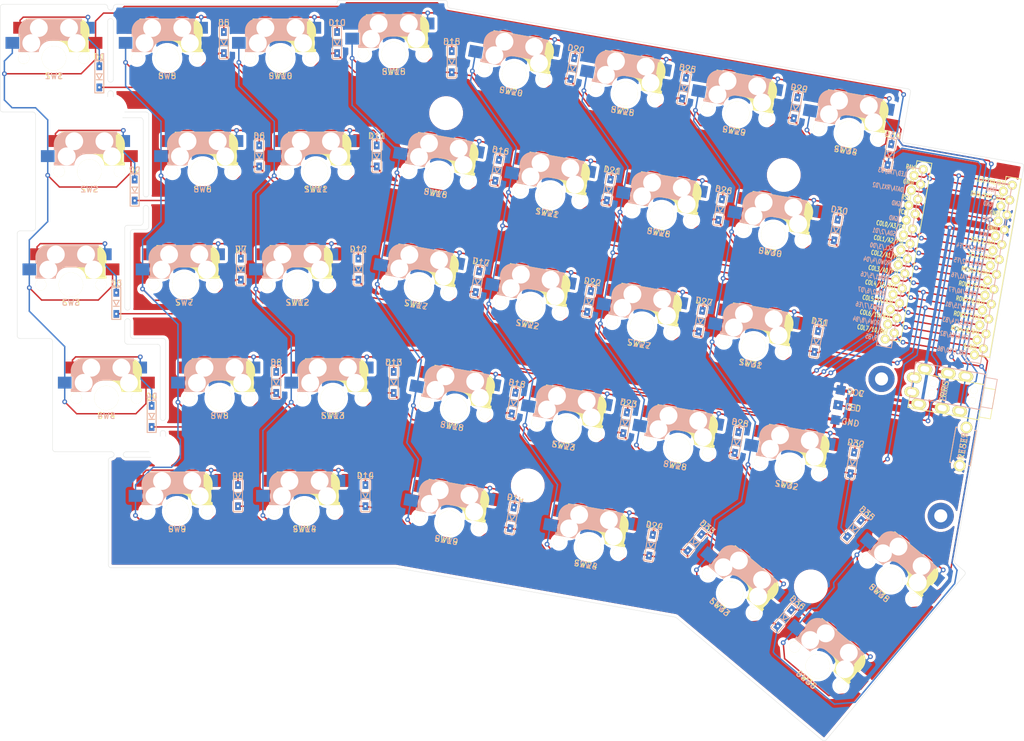
<source format=kicad_pcb>
(kicad_pcb (version 20171130) (host pcbnew "(5.1.2-1)-1")
  (layers (0 F.Cu signal hide) (31 B.Cu signal hide) (34 B.Paste user hide) (35 F.Paste user hide) (36 B.SilkS user hide) (37 F.SilkS user hide) (38 B.Mask user hide) (39 F.Mask user hide) (44 Edge.Cuts user))
  (net 0 "")
  (net 1 "Net-(D1-Pad2)")
  (net 2 row0)
  (net 3 "Net-(D2-Pad2)")
  (net 4 row3)
  (net 5 "Net-(D3-Pad2)")
  (net 6 row4)
  (net 7 "Net-(D4-Pad2)")
  (net 8 "Net-(D5-Pad2)")
  (net 9 row1)
  (net 10 "Net-(D6-Pad2)")
  (net 11 row2)
  (net 12 "Net-(D7-Pad2)")
  (net 13 "Net-(D8-Pad2)")
  (net 14 "Net-(D9-Pad2)")
  (net 15 "Net-(D10-Pad2)")
  (net 16 "Net-(D11-Pad2)")
  (net 17 "Net-(D12-Pad2)")
  (net 18 "Net-(D13-Pad2)")
  (net 19 "Net-(D14-Pad2)")
  (net 20 "Net-(D15-Pad2)")
  (net 21 "Net-(D16-Pad2)")
  (net 22 "Net-(D17-Pad2)")
  (net 23 "Net-(D18-Pad2)")
  (net 24 "Net-(D19-Pad2)")
  (net 25 "Net-(D20-Pad2)")
  (net 26 "Net-(D21-Pad2)")
  (net 27 "Net-(D22-Pad2)")
  (net 28 "Net-(D23-Pad2)")
  (net 29 "Net-(D24-Pad2)")
  (net 30 "Net-(D25-Pad2)")
  (net 31 "Net-(D26-Pad2)")
  (net 32 "Net-(D27-Pad2)")
  (net 33 "Net-(D28-Pad2)")
  (net 34 "Net-(D29-Pad2)")
  (net 35 "Net-(D30-Pad2)")
  (net 36 "Net-(D31-Pad2)")
  (net 37 "Net-(D32-Pad2)")
  (net 38 "Net-(D33-Pad2)")
  (net 39 "Net-(D34-Pad2)")
  (net 40 "Net-(D35-Pad2)")
  (net 41 "Net-(D36-Pad2)")
  (net 42 "Net-(J1-PadA)")
  (net 43 VCC)
  (net 44 GND)
  (net 45 data)
  (net 46 led)
  (net 47 reset)
  (net 48 col0)
  (net 49 col1)
  (net 50 col2)
  (net 51 col3)
  (net 52 col4)
  (net 53 col5)
  (net 54 col6)
  (net 55 col7)
  (net 56 "Net-(U1-Pad24)")
  (net 57 "Net-(U1-Pad12)")
  (net 58 "Net-(U1-Pad6)")
  (net 59 "Net-(U1-Pad5)")
  (module angelina72:D3_SMD (layer F.Cu) (at 113.935923 100.81471)
    (fp_text reference D13 (at 0 -3.35) (layer F.SilkS))
    (fp_text value D hide)
    (fp_text user %R (at 0 -3.35) (layer B.SilkS) (effects (justify mirror)))
    (pad 2 thru_hole rect (at 0 -1.775 90) (size 1.3 0.95) (drill 0.4) (layers *.Cu *.Mask) (net 18 "Net-(D13-Pad2)"))
    (pad 1 thru_hole rect (at 0 1.775 90) (size 1.3 0.95) (drill 0.4) (layers *.Cu *.Mask) (net 4 row3))
  )
  (module angelina72:D3_SMD (layer F.Cu) (at 144.014935 48.025429 350)
    (fp_text reference D20 (at 0 -3.35 170) (layer F.SilkS))
    (fp_text value D hide)
    (fp_text user %R (at 0 -3.35 170) (layer B.SilkS) (effects (justify mirror)))
    (pad 2 thru_hole rect (at 0 -1.775 80) (size 1.3 0.95) (drill 0.4) (layers *.Cu *.Mask) (net 25 "Net-(D20-Pad2)"))
    (pad 1 thru_hole rect (at 0 1.775 80) (size 1.3 0.95) (drill 0.4) (layers *.Cu *.Mask) (net 2 row0))
  )
  (module angelina72:D3_SMD (layer F.Cu) (at 73.225038 106.52971)
    (fp_text reference D4 (at 0 -3.35) (layer F.SilkS))
    (fp_text value D hide)
    (fp_text user %R (at 0 -3.35) (layer B.SilkS) (effects (justify mirror)))
    (pad 2 thru_hole rect (at 0 -1.775 90) (size 1.3 0.95) (drill 0.4) (layers *.Cu *.Mask) (net 7 "Net-(D4-Pad2)"))
    (pad 1 thru_hole rect (at 0 1.775 90) (size 1.3 0.95) (drill 0.4) (layers *.Cu *.Mask) (net 4 row3))
  )
  (module angelina72:D3_SMD (layer F.Cu) (at 67.271913 87.512933)
    (fp_text reference D3 (at 0 -3.35) (layer F.SilkS))
    (fp_text value D hide)
    (fp_text user %R (at 0 -3.35) (layer B.SilkS) (effects (justify mirror)))
    (pad 2 thru_hole rect (at 0 -1.775 90) (size 1.3 0.95) (drill 0.4) (layers *.Cu *.Mask) (net 5 "Net-(D3-Pad2)"))
    (pad 1 thru_hole rect (at 0 1.775 90) (size 1.3 0.95) (drill 0.4) (layers *.Cu *.Mask) (net 11 row2))
  )
  (module angelina72:D3_SMD (layer F.Cu) (at 70.367538 68.462934)
    (fp_text reference D2 (at 0 -3.35) (layer F.SilkS))
    (fp_text value D hide)
    (fp_text user %R (at 0 -3.35) (layer B.SilkS) (effects (justify mirror)))
    (pad 2 thru_hole rect (at 0 -1.775 90) (size 1.3 0.95) (drill 0.4) (layers *.Cu *.Mask) (net 3 "Net-(D2-Pad2)"))
    (pad 1 thru_hole rect (at 0 1.775 90) (size 1.3 0.95) (drill 0.4) (layers *.Cu *.Mask) (net 9 row1))
  )
  (module angelina72:D3_SMD (layer F.Cu) (at 91.314054 62.714713)
    (fp_text reference D6 (at 0 -3.35) (layer F.SilkS))
    (fp_text value D hide)
    (fp_text user %R (at 0 -3.35) (layer B.SilkS) (effects (justify mirror)))
    (pad 2 thru_hole rect (at 0 -1.775 90) (size 1.3 0.95) (drill 0.4) (layers *.Cu *.Mask) (net 10 "Net-(D6-Pad2)"))
    (pad 1 thru_hole rect (at 0 1.775 90) (size 1.3 0.95) (drill 0.4) (layers *.Cu *.Mask) (net 9 row1))
  )
  (module angelina72:D3_SMD (layer F.Cu) (at 162.775528 51.333431 350)
    (fp_text reference D25 (at 0 -3.35 170) (layer F.SilkS))
    (fp_text value D hide)
    (fp_text user %R (at 0 -3.35 170) (layer B.SilkS) (effects (justify mirror)))
    (pad 2 thru_hole rect (at 0 -1.775 80) (size 1.3 0.95) (drill 0.4) (layers *.Cu *.Mask) (net 30 "Net-(D25-Pad2)"))
    (pad 1 thru_hole rect (at 0 1.775 80) (size 1.3 0.95) (drill 0.4) (layers *.Cu *.Mask) (net 2 row0))
  )
  (module angelina72:D3_SMD (layer F.Cu) (at 64.414413 49.412934)
    (fp_text reference D1 (at 0 -3.35) (layer F.SilkS))
    (fp_text value D hide)
    (fp_text user %R (at 0 -3.35) (layer B.SilkS) (effects (justify mirror)))
    (pad 2 thru_hole rect (at 0 -1.775 90) (size 1.3 0.95) (drill 0.4) (layers *.Cu *.Mask) (net 1 "Net-(D1-Pad2)"))
    (pad 1 thru_hole rect (at 0 1.775 90) (size 1.3 0.95) (drill 0.4) (layers *.Cu *.Mask) (net 2 row0))
  )
  (module angelina72:D3_SMD (layer F.Cu) (at 179.685641 140.441768 320)
    (fp_text reference D36 (at 0 -3.35 140) (layer F.SilkS))
    (fp_text value D hide)
    (fp_text user %R (at 0 -3.35 140) (layer B.SilkS) (effects (justify mirror)))
    (pad 2 thru_hole rect (at 0 -1.775 50) (size 1.3 0.95) (drill 0.4) (layers *.Cu *.Mask) (net 41 "Net-(D36-Pad2)"))
    (pad 1 thru_hole rect (at 0 1.775 50) (size 1.3 0.95) (drill 0.4) (layers *.Cu *.Mask) (net 6 row4))
  )
  (module angelina72:D3_SMD (layer F.Cu) (at 191.383503 125.389432 320)
    (fp_text reference D35 (at 0 -3.35 140) (layer F.SilkS))
    (fp_text value D hide)
    (fp_text user %R (at 0 -3.35 140) (layer B.SilkS) (effects (justify mirror)))
    (pad 2 thru_hole rect (at 0 -1.775 50) (size 1.3 0.95) (drill 0.4) (layers *.Cu *.Mask) (net 40 "Net-(D35-Pad2)"))
    (pad 1 thru_hole rect (at 0 1.775 50) (size 1.3 0.95) (drill 0.4) (layers *.Cu *.Mask) (net 4 row3))
  )
  (module angelina72:D3_SMD (layer F.Cu) (at 197.317801 62.50195 350)
    (fp_text reference D34 (at 0 -3.35 170) (layer F.SilkS))
    (fp_text value D hide)
    (fp_text user %R (at 0 -3.35 170) (layer B.SilkS) (effects (justify mirror)))
    (pad 2 thru_hole rect (at 0 -1.775 80) (size 1.3 0.95) (drill 0.4) (layers *.Cu *.Mask) (net 39 "Net-(D34-Pad2)"))
    (pad 1 thru_hole rect (at 0 1.775 80) (size 1.3 0.95) (drill 0.4) (layers *.Cu *.Mask) (net 2 row0))
  )
  (module angelina72:D3_SMD (layer F.Cu) (at 164.545252 127.737475 320)
    (fp_text reference D33 (at 0 -3.35 140) (layer F.SilkS))
    (fp_text value D hide)
    (fp_text user %R (at 0 -3.35 140) (layer B.SilkS) (effects (justify mirror)))
    (pad 2 thru_hole rect (at 0 -1.775 50) (size 1.3 0.95) (drill 0.4) (layers *.Cu *.Mask) (net 38 "Net-(D33-Pad2)"))
    (pad 1 thru_hole rect (at 0 1.775 50) (size 1.3 0.95) (drill 0.4) (layers *.Cu *.Mask) (net 6 row4))
  )
  (module angelina72:D3_SMD (layer F.Cu) (at 191.076228 114.355236 350)
    (fp_text reference D32 (at 0 -3.35 170) (layer F.SilkS))
    (fp_text value D hide)
    (fp_text user %R (at 0 -3.35 170) (layer B.SilkS) (effects (justify mirror)))
    (pad 2 thru_hole rect (at 0 -1.775 80) (size 1.3 0.95) (drill 0.4) (layers *.Cu *.Mask) (net 37 "Net-(D32-Pad2)"))
    (pad 1 thru_hole rect (at 0 1.775 80) (size 1.3 0.95) (drill 0.4) (layers *.Cu *.Mask) (net 4 row3))
  )
  (module angelina72:D3_SMD (layer F.Cu) (at 185.003929 93.940652 350)
    (fp_text reference D31 (at 0 -3.35 170) (layer F.SilkS))
    (fp_text value D hide)
    (fp_text user %R (at 0 -3.35 170) (layer B.SilkS) (effects (justify mirror)))
    (pad 2 thru_hole rect (at 0 -1.775 80) (size 1.3 0.95) (drill 0.4) (layers *.Cu *.Mask) (net 36 "Net-(D31-Pad2)"))
    (pad 1 thru_hole rect (at 0 1.775 80) (size 1.3 0.95) (drill 0.4) (layers *.Cu *.Mask) (net 11 row2))
  )
  (module angelina72:D3_SMD (layer F.Cu) (at 188.311927 75.180065 350)
    (fp_text reference D30 (at 0 -3.35 170) (layer F.SilkS))
    (fp_text value D hide)
    (fp_text user %R (at 0 -3.35 170) (layer B.SilkS) (effects (justify mirror)))
    (pad 2 thru_hole rect (at 0 -1.775 80) (size 1.3 0.95) (drill 0.4) (layers *.Cu *.Mask) (net 35 "Net-(D30-Pad2)"))
    (pad 1 thru_hole rect (at 0 1.775 80) (size 1.3 0.95) (drill 0.4) (layers *.Cu *.Mask) (net 9 row1))
  )
  (module angelina72:D3_SMD (layer F.Cu) (at 181.536111 54.64143 350)
    (fp_text reference D29 (at 0 -3.35 170) (layer F.SilkS))
    (fp_text value D hide)
    (fp_text user %R (at 0 -3.35 170) (layer B.SilkS) (effects (justify mirror)))
    (pad 2 thru_hole rect (at 0 -1.775 80) (size 1.3 0.95) (drill 0.4) (layers *.Cu *.Mask) (net 34 "Net-(D29-Pad2)"))
    (pad 1 thru_hole rect (at 0 1.775 80) (size 1.3 0.95) (drill 0.4) (layers *.Cu *.Mask) (net 2 row0))
  )
  (module angelina72:D3_SMD (layer F.Cu) (at 171.612116 110.923189 350)
    (fp_text reference D28 (at 0 -3.35 170) (layer F.SilkS))
    (fp_text value D hide)
    (fp_text user %R (at 0 -3.35 170) (layer B.SilkS) (effects (justify mirror)))
    (pad 2 thru_hole rect (at 0 -1.775 80) (size 1.3 0.95) (drill 0.4) (layers *.Cu *.Mask) (net 33 "Net-(D28-Pad2)"))
    (pad 1 thru_hole rect (at 0 1.775 80) (size 1.3 0.95) (drill 0.4) (layers *.Cu *.Mask) (net 4 row3))
  )
  (module angelina72:D3_SMD (layer F.Cu) (at 165.53982 90.508604 350)
    (fp_text reference D27 (at 0 -3.35 170) (layer F.SilkS))
    (fp_text value D hide)
    (fp_text user %R (at 0 -3.35 170) (layer B.SilkS) (effects (justify mirror)))
    (pad 2 thru_hole rect (at 0 -1.775 80) (size 1.3 0.95) (drill 0.4) (layers *.Cu *.Mask) (net 32 "Net-(D27-Pad2)"))
    (pad 1 thru_hole rect (at 0 1.775 80) (size 1.3 0.95) (drill 0.4) (layers *.Cu *.Mask) (net 11 row2))
  )
  (module angelina72:D3_SMD (layer F.Cu) (at 168.847817 71.748015 350)
    (fp_text reference D26 (at 0 -3.35 170) (layer F.SilkS))
    (fp_text value D hide)
    (fp_text user %R (at 0 -3.35 170) (layer B.SilkS) (effects (justify mirror)))
    (pad 2 thru_hole rect (at 0 -1.775 80) (size 1.3 0.95) (drill 0.4) (layers *.Cu *.Mask) (net 31 "Net-(D26-Pad2)"))
    (pad 1 thru_hole rect (at 0 1.775 80) (size 1.3 0.95) (drill 0.4) (layers *.Cu *.Mask) (net 9 row1))
  )
  (module angelina72:D3_SMD (layer F.Cu) (at 157.199572 128.209343 350)
    (fp_text reference D24 (at 0 -3.35 170) (layer F.SilkS))
    (fp_text value D hide)
    (fp_text user %R (at 0 -3.35 170) (layer B.SilkS) (effects (justify mirror)))
    (pad 2 thru_hole rect (at 0 -1.775 80) (size 1.3 0.95) (drill 0.4) (layers *.Cu *.Mask) (net 29 "Net-(D24-Pad2)"))
    (pad 1 thru_hole rect (at 0 1.775 80) (size 1.3 0.95) (drill 0.4) (layers *.Cu *.Mask) (net 6 row4))
  )
  (module angelina72:D3_SMD (layer F.Cu) (at 152.851532 107.615193 350)
    (fp_text reference D23 (at 0 -3.35 170) (layer F.SilkS))
    (fp_text value D hide)
    (fp_text user %R (at 0 -3.35 170) (layer B.SilkS) (effects (justify mirror)))
    (pad 2 thru_hole rect (at 0 -1.775 80) (size 1.3 0.95) (drill 0.4) (layers *.Cu *.Mask) (net 28 "Net-(D23-Pad2)"))
    (pad 1 thru_hole rect (at 0 1.775 80) (size 1.3 0.95) (drill 0.4) (layers *.Cu *.Mask) (net 4 row3))
  )
  (module angelina72:D3_SMD (layer F.Cu) (at 146.779234 87.200606 350)
    (fp_text reference D22 (at 0 -3.35 170) (layer F.SilkS))
    (fp_text value D hide)
    (fp_text user %R (at 0 -3.35 170) (layer B.SilkS) (effects (justify mirror)))
    (pad 2 thru_hole rect (at 0 -1.775 80) (size 1.3 0.95) (drill 0.4) (layers *.Cu *.Mask) (net 27 "Net-(D22-Pad2)"))
    (pad 1 thru_hole rect (at 0 1.775 80) (size 1.3 0.95) (drill 0.4) (layers *.Cu *.Mask) (net 11 row2))
  )
  (module angelina72:D3_SMD (layer F.Cu) (at 150.087231 68.440016 350)
    (fp_text reference D21 (at 0 -3.35 170) (layer F.SilkS))
    (fp_text value D hide)
    (fp_text user %R (at 0 -3.35 170) (layer B.SilkS) (effects (justify mirror)))
    (pad 2 thru_hole rect (at 0 -1.775 80) (size 1.3 0.95) (drill 0.4) (layers *.Cu *.Mask) (net 26 "Net-(D21-Pad2)"))
    (pad 1 thru_hole rect (at 0 1.775 80) (size 1.3 0.95) (drill 0.4) (layers *.Cu *.Mask) (net 9 row1))
  )
  (module angelina72:D3_SMD (layer F.Cu) (at 133.831539 123.605332 350)
    (fp_text reference D19 (at 0 -3.35 170) (layer F.SilkS))
    (fp_text value D hide)
    (fp_text user %R (at 0 -3.35 170) (layer B.SilkS) (effects (justify mirror)))
    (pad 2 thru_hole rect (at 0 -1.775 80) (size 1.3 0.95) (drill 0.4) (layers *.Cu *.Mask) (net 24 "Net-(D19-Pad2)"))
    (pad 1 thru_hole rect (at 0 1.775 80) (size 1.3 0.95) (drill 0.4) (layers *.Cu *.Mask) (net 6 row4))
  )
  (module angelina72:D3_SMD (layer F.Cu) (at 134.090947 104.30719 350)
    (fp_text reference D18 (at 0 -3.35 170) (layer F.SilkS))
    (fp_text value D hide)
    (fp_text user %R (at 0 -3.35 170) (layer B.SilkS) (effects (justify mirror)))
    (pad 2 thru_hole rect (at 0 -1.775 80) (size 1.3 0.95) (drill 0.4) (layers *.Cu *.Mask) (net 23 "Net-(D18-Pad2)"))
    (pad 1 thru_hole rect (at 0 1.775 80) (size 1.3 0.95) (drill 0.4) (layers *.Cu *.Mask) (net 4 row3))
  )
  (module angelina72:D3_SMD (layer F.Cu) (at 128.018652 83.892606 350)
    (fp_text reference D17 (at 0 -3.35 170) (layer F.SilkS))
    (fp_text value D hide)
    (fp_text user %R (at 0 -3.35 170) (layer B.SilkS) (effects (justify mirror)))
    (pad 2 thru_hole rect (at 0 -1.775 80) (size 1.3 0.95) (drill 0.4) (layers *.Cu *.Mask) (net 22 "Net-(D17-Pad2)"))
    (pad 1 thru_hole rect (at 0 1.775 80) (size 1.3 0.95) (drill 0.4) (layers *.Cu *.Mask) (net 11 row2))
  )
  (module angelina72:D3_SMD (layer F.Cu) (at 131.326649 65.13202 350)
    (fp_text reference D16 (at 0 -3.35 170) (layer F.SilkS))
    (fp_text value D hide)
    (fp_text user %R (at 0 -3.35 170) (layer B.SilkS) (effects (justify mirror)))
    (pad 2 thru_hole rect (at 0 -1.775 80) (size 1.3 0.95) (drill 0.4) (layers *.Cu *.Mask) (net 21 "Net-(D16-Pad2)"))
    (pad 1 thru_hole rect (at 0 1.775 80) (size 1.3 0.95) (drill 0.4) (layers *.Cu *.Mask) (net 9 row1))
  )
  (module angelina72:D3_SMD (layer F.Cu) (at 123.699096 46.879125)
    (fp_text reference D15 (at 0 -3.35) (layer F.SilkS))
    (fp_text value D hide)
    (fp_text user %R (at 0 -3.35) (layer B.SilkS) (effects (justify mirror)))
    (pad 2 thru_hole rect (at 0 -1.775 90) (size 1.3 0.95) (drill 0.4) (layers *.Cu *.Mask) (net 20 "Net-(D15-Pad2)"))
    (pad 1 thru_hole rect (at 0 1.775 90) (size 1.3 0.95) (drill 0.4) (layers *.Cu *.Mask) (net 2 row0))
  )
  (module angelina72:D3_SMD (layer F.Cu) (at 109.173425 119.86471)
    (fp_text reference D14 (at 0 -3.35) (layer F.SilkS))
    (fp_text value D hide)
    (fp_text user %R (at 0 -3.35) (layer B.SilkS) (effects (justify mirror)))
    (pad 2 thru_hole rect (at 0 -1.775 90) (size 1.3 0.95) (drill 0.4) (layers *.Cu *.Mask) (net 19 "Net-(D14-Pad2)"))
    (pad 1 thru_hole rect (at 0 1.775 90) (size 1.3 0.95) (drill 0.4) (layers *.Cu *.Mask) (net 6 row4))
  )
  (module angelina72:D3_SMD (layer F.Cu) (at 107.982799 81.764715)
    (fp_text reference D12 (at 0 -3.35) (layer F.SilkS))
    (fp_text value D hide)
    (fp_text user %R (at 0 -3.35) (layer B.SilkS) (effects (justify mirror)))
    (pad 2 thru_hole rect (at 0 -1.775 90) (size 1.3 0.95) (drill 0.4) (layers *.Cu *.Mask) (net 17 "Net-(D12-Pad2)"))
    (pad 1 thru_hole rect (at 0 1.775 90) (size 1.3 0.95) (drill 0.4) (layers *.Cu *.Mask) (net 11 row2))
  )
  (module angelina72:D3_SMD (layer F.Cu) (at 111.078433 62.714713)
    (fp_text reference D11 (at 0 -3.35) (layer F.SilkS))
    (fp_text value D hide)
    (fp_text user %R (at 0 -3.35) (layer B.SilkS) (effects (justify mirror)))
    (pad 2 thru_hole rect (at 0 -1.775 90) (size 1.3 0.95) (drill 0.4) (layers *.Cu *.Mask) (net 16 "Net-(D11-Pad2)"))
    (pad 1 thru_hole rect (at 0 1.775 90) (size 1.3 0.95) (drill 0.4) (layers *.Cu *.Mask) (net 9 row1))
  )
  (module angelina72:D3_SMD (layer F.Cu) (at 104.410924 43.66471)
    (fp_text reference D10 (at 0 -3.35) (layer F.SilkS))
    (fp_text value D hide)
    (fp_text user %R (at 0 -3.35) (layer B.SilkS) (effects (justify mirror)))
    (pad 2 thru_hole rect (at 0 -1.775 90) (size 1.3 0.95) (drill 0.4) (layers *.Cu *.Mask) (net 15 "Net-(D10-Pad2)"))
    (pad 1 thru_hole rect (at 0 1.775 90) (size 1.3 0.95) (drill 0.4) (layers *.Cu *.Mask) (net 2 row0))
  )
  (module angelina72:D3_SMD (layer F.Cu) (at 87.742151 119.864715)
    (fp_text reference D9 (at 0 -3.35) (layer F.SilkS))
    (fp_text value D hide)
    (fp_text user %R (at 0 -3.35) (layer B.SilkS) (effects (justify mirror)))
    (pad 2 thru_hole rect (at 0 -1.775 90) (size 1.3 0.95) (drill 0.4) (layers *.Cu *.Mask) (net 14 "Net-(D9-Pad2)"))
    (pad 1 thru_hole rect (at 0 1.775 90) (size 1.3 0.95) (drill 0.4) (layers *.Cu *.Mask) (net 6 row4))
  )
  (module angelina72:D3_SMD (layer F.Cu) (at 94.171552 100.814711)
    (fp_text reference D8 (at 0 -3.35) (layer F.SilkS))
    (fp_text value D hide)
    (fp_text user %R (at 0 -3.35) (layer B.SilkS) (effects (justify mirror)))
    (pad 2 thru_hole rect (at 0 -1.775 90) (size 1.3 0.95) (drill 0.4) (layers *.Cu *.Mask) (net 13 "Net-(D8-Pad2)"))
    (pad 1 thru_hole rect (at 0 1.775 90) (size 1.3 0.95) (drill 0.4) (layers *.Cu *.Mask) (net 4 row3))
  )
  (module angelina72:D3_SMD (layer F.Cu) (at 88.218428 81.764713)
    (fp_text reference D7 (at 0 -3.35) (layer F.SilkS))
    (fp_text value D hide)
    (fp_text user %R (at 0 -3.35) (layer B.SilkS) (effects (justify mirror)))
    (pad 2 thru_hole rect (at 0 -1.775 90) (size 1.3 0.95) (drill 0.4) (layers *.Cu *.Mask) (net 12 "Net-(D7-Pad2)"))
    (pad 1 thru_hole rect (at 0 1.775 90) (size 1.3 0.95) (drill 0.4) (layers *.Cu *.Mask) (net 11 row2))
  )
  (module angelina72:D3_SMD (layer F.Cu) (at 85.360926 43.664712)
    (fp_text reference D5 (at 0 -3.35) (layer F.SilkS))
    (fp_text value D hide)
    (fp_text user %R (at 0 -3.35) (layer B.SilkS) (effects (justify mirror)))
    (pad 2 thru_hole rect (at 0 -1.775 90) (size 1.3 0.95) (drill 0.4) (layers *.Cu *.Mask) (net 8 "Net-(D5-Pad2)"))
    (pad 1 thru_hole rect (at 0 1.775 90) (size 1.3 0.95) (drill 0.4) (layers *.Cu *.Mask) (net 2 row0))
  )
  (module angelina72:CherryMX_Hotswap_1u (layer F.Cu) (at 62.739024 65.334095)
    (fp_text reference SW2 (at 0.000001 3.000001) (layer F.SilkS))
    (fp_text value KEY_SWITCH hide)
    (fp_text user %R (at 0 3) (layer B.SilkS) (effects (justify mirror)))
    (pad 2 smd rect (at 5.7 -5.12 180) (size 2.3 2) (layers B.Cu B.Paste B.Mask) (net 3 "Net-(D2-Pad2)"))
    (pad "" np_thru_hole circle (at -5.08 0) (size 1.9 1.9) (drill 1.9) (layers *.Cu *.Mask F.SilkS))
    (pad "" np_thru_hole circle (at 5.08 0) (size 1.9 1.9) (drill 1.9) (layers *.Cu *.Mask F.SilkS))
    (pad "" np_thru_hole circle (at 0 0 90) (size 4.1 4.1) (drill 4.1) (layers *.Cu *.Mask F.SilkS))
    (pad "" np_thru_hole circle (at 2.54 -5.08 180) (size 3 3) (drill 3) (layers *.Cu *.Mask))
    (pad "" np_thru_hole circle (at 3.81 -2.540001 180) (size 3 3) (drill 3) (layers *.Cu *.Mask))
    (pad "" np_thru_hole circle (at -2.54 -5.08 180) (size 3 3) (drill 3) (layers *.Cu *.Mask))
    (pad "" np_thru_hole circle (at -3.81 -2.54 180) (size 3 3) (drill 3) (layers *.Cu *.Mask))
    (pad 2 smd rect (at -5.7 -5.12 180) (size 2.3 2) (layers F.Cu F.Paste F.Mask) (net 3 "Net-(D2-Pad2)"))
    (pad 1 smd rect (at 7 -2.58 180) (size 2.3 2) (layers F.Cu F.Paste F.Mask) (net 48 col0))
    (pad 1 smd rect (at -7 -2.58 180) (size 2.3 2) (layers B.Cu B.Paste B.Mask) (net 48 col0))
  )
  (module angelina72:CherryMX_Hotswap_1.25u (layer F.Cu) (at 77.502766 122.484091)
    (fp_text reference SW9 (at 0.000001 3.000001) (layer F.SilkS))
    (fp_text value KEY_SWITCH hide)
    (fp_text user %R (at 0 3) (layer B.SilkS) (effects (justify mirror)))
    (pad 1 smd rect (at -7 -2.58 180) (size 2.3 2) (layers B.Cu B.Paste B.Mask) (net 49 col1))
    (pad 1 smd rect (at 7 -2.58 180) (size 2.3 2) (layers F.Cu F.Paste F.Mask) (net 49 col1))
    (pad 2 smd rect (at -5.7 -5.12 180) (size 2.3 2) (layers F.Cu F.Paste F.Mask) (net 14 "Net-(D9-Pad2)"))
    (pad "" np_thru_hole circle (at -3.81 -2.54 180) (size 3 3) (drill 3) (layers *.Cu *.Mask))
    (pad "" np_thru_hole circle (at -2.54 -5.08 180) (size 3 3) (drill 3) (layers *.Cu *.Mask))
    (pad "" np_thru_hole circle (at 3.81 -2.540001 180) (size 3 3) (drill 3) (layers *.Cu *.Mask))
    (pad "" np_thru_hole circle (at 2.54 -5.08 180) (size 3 3) (drill 3) (layers *.Cu *.Mask))
    (pad "" np_thru_hole circle (at 0 0 90) (size 4.1 4.1) (drill 4.1) (layers *.Cu *.Mask F.SilkS))
    (pad "" np_thru_hole circle (at 5.08 0) (size 1.9 1.9) (drill 1.9) (layers *.Cu *.Mask F.SilkS))
    (pad "" np_thru_hole circle (at -5.08 0) (size 1.9 1.9) (drill 1.9) (layers *.Cu *.Mask F.SilkS))
    (pad 2 smd rect (at 5.7 -5.12 180) (size 2.3 2) (layers B.Cu B.Paste B.Mask) (net 14 "Net-(D9-Pad2)"))
  )
  (module angelina72:CherryMX_Hotswap_1u (layer F.Cu) (at 56.785898 46.284091)
    (fp_text reference SW1 (at 0.000001 3.000001) (layer F.SilkS))
    (fp_text value KEY_SWITCH hide)
    (fp_text user %R (at 0 3) (layer B.SilkS) (effects (justify mirror)))
    (pad 2 smd rect (at 5.7 -5.12 180) (size 2.3 2) (layers B.Cu B.Paste B.Mask) (net 1 "Net-(D1-Pad2)"))
    (pad "" np_thru_hole circle (at -5.08 0) (size 1.9 1.9) (drill 1.9) (layers *.Cu *.Mask F.SilkS))
    (pad "" np_thru_hole circle (at 5.08 0) (size 1.9 1.9) (drill 1.9) (layers *.Cu *.Mask F.SilkS))
    (pad "" np_thru_hole circle (at 0 0 90) (size 4.1 4.1) (drill 4.1) (layers *.Cu *.Mask F.SilkS))
    (pad "" np_thru_hole circle (at 2.54 -5.08 180) (size 3 3) (drill 3) (layers *.Cu *.Mask))
    (pad "" np_thru_hole circle (at 3.81 -2.540001 180) (size 3 3) (drill 3) (layers *.Cu *.Mask))
    (pad "" np_thru_hole circle (at -2.54 -5.08 180) (size 3 3) (drill 3) (layers *.Cu *.Mask))
    (pad "" np_thru_hole circle (at -3.81 -2.54 180) (size 3 3) (drill 3) (layers *.Cu *.Mask))
    (pad 2 smd rect (at -5.7 -5.12 180) (size 2.3 2) (layers F.Cu F.Paste F.Mask) (net 1 "Net-(D1-Pad2)"))
    (pad 1 smd rect (at 7 -2.58 180) (size 2.3 2) (layers F.Cu F.Paste F.Mask) (net 48 col0))
    (pad 1 smd rect (at -7 -2.58 180) (size 2.3 2) (layers B.Cu B.Paste B.Mask) (net 48 col0))
  )
  (module angelina72:CherryMX_Hotswap_1u (layer F.Cu) (at 81.789023 65.33409)
    (fp_text reference SW6 (at 0.000001 3.000001) (layer F.SilkS))
    (fp_text value KEY_SWITCH hide)
    (fp_text user %R (at 0 3) (layer B.SilkS) (effects (justify mirror)))
    (pad 2 smd rect (at 5.7 -5.12 180) (size 2.3 2) (layers B.Cu B.Paste B.Mask) (net 10 "Net-(D6-Pad2)"))
    (pad "" np_thru_hole circle (at -5.08 0) (size 1.9 1.9) (drill 1.9) (layers *.Cu *.Mask F.SilkS))
    (pad "" np_thru_hole circle (at 5.08 0) (size 1.9 1.9) (drill 1.9) (layers *.Cu *.Mask F.SilkS))
    (pad "" np_thru_hole circle (at 0 0 90) (size 4.1 4.1) (drill 4.1) (layers *.Cu *.Mask F.SilkS))
    (pad "" np_thru_hole circle (at 2.54 -5.08 180) (size 3 3) (drill 3) (layers *.Cu *.Mask))
    (pad "" np_thru_hole circle (at 3.81 -2.540001 180) (size 3 3) (drill 3) (layers *.Cu *.Mask))
    (pad "" np_thru_hole circle (at -2.54 -5.08 180) (size 3 3) (drill 3) (layers *.Cu *.Mask))
    (pad "" np_thru_hole circle (at -3.81 -2.54 180) (size 3 3) (drill 3) (layers *.Cu *.Mask))
    (pad 2 smd rect (at -5.7 -5.12 180) (size 2.3 2) (layers F.Cu F.Paste F.Mask) (net 10 "Net-(D6-Pad2)"))
    (pad 1 smd rect (at 7 -2.58 180) (size 2.3 2) (layers F.Cu F.Paste F.Mask) (net 49 col1))
    (pad 1 smd rect (at -7 -2.58 180) (size 2.3 2) (layers B.Cu B.Paste B.Mask) (net 49 col1))
  )
  (module angelina72:CherryMX_Hotswap_1u (layer F.Cu) (at 140.25214 69.365613 350)
    (fp_text reference SW21 (at -0.000001 3 170) (layer F.SilkS))
    (fp_text value KEY_SWITCH hide)
    (fp_text user %R (at 0 3 170) (layer B.SilkS) (effects (justify mirror)))
    (pad 2 smd rect (at 5.7 -5.12 170) (size 2.3 2) (layers B.Cu B.Paste B.Mask) (net 26 "Net-(D21-Pad2)"))
    (pad "" np_thru_hole circle (at -5.08 0 350) (size 1.9 1.9) (drill 1.9) (layers *.Cu *.Mask F.SilkS))
    (pad "" np_thru_hole circle (at 5.08 0 350) (size 1.9 1.9) (drill 1.9) (layers *.Cu *.Mask F.SilkS))
    (pad "" np_thru_hole circle (at 0 0 80) (size 4.1 4.1) (drill 4.1) (layers *.Cu *.Mask F.SilkS))
    (pad "" np_thru_hole circle (at 2.54 -5.08 170) (size 3 3) (drill 3) (layers *.Cu *.Mask))
    (pad "" np_thru_hole circle (at 3.81 -2.540001 170) (size 3 3) (drill 3) (layers *.Cu *.Mask))
    (pad "" np_thru_hole circle (at -2.54 -5.08 170) (size 3 3) (drill 3) (layers *.Cu *.Mask))
    (pad "" np_thru_hole circle (at -3.81 -2.54 170) (size 3 3) (drill 3) (layers *.Cu *.Mask))
    (pad 2 smd rect (at -5.7 -5.12 170) (size 2.3 2) (layers F.Cu F.Paste F.Mask) (net 26 "Net-(D21-Pad2)"))
    (pad 1 smd rect (at 7 -2.58 170) (size 2.3 2) (layers F.Cu F.Paste F.Mask) (net 52 col4))
    (pad 1 smd rect (at -7 -2.58 170) (size 2.3 2) (layers B.Cu B.Paste B.Mask) (net 52 col4))
  )
  (module angelina72:CherryMX_Hotswap_1u (layer F.Cu) (at 180.53756 115.156769 350)
    (fp_text reference SW32 (at -0.000001 3 170) (layer F.SilkS))
    (fp_text value KEY_SWITCH hide)
    (fp_text user %R (at 0 3 170) (layer B.SilkS) (effects (justify mirror)))
    (pad 2 smd rect (at 5.7 -5.12 170) (size 2.3 2) (layers B.Cu B.Paste B.Mask) (net 37 "Net-(D32-Pad2)"))
    (pad "" np_thru_hole circle (at -5.08 0 350) (size 1.9 1.9) (drill 1.9) (layers *.Cu *.Mask F.SilkS))
    (pad "" np_thru_hole circle (at 5.08 0 350) (size 1.9 1.9) (drill 1.9) (layers *.Cu *.Mask F.SilkS))
    (pad "" np_thru_hole circle (at 0 0 80) (size 4.1 4.1) (drill 4.1) (layers *.Cu *.Mask F.SilkS))
    (pad "" np_thru_hole circle (at 2.54 -5.08 170) (size 3 3) (drill 3) (layers *.Cu *.Mask))
    (pad "" np_thru_hole circle (at 3.81 -2.540001 170) (size 3 3) (drill 3) (layers *.Cu *.Mask))
    (pad "" np_thru_hole circle (at -2.54 -5.08 170) (size 3 3) (drill 3) (layers *.Cu *.Mask))
    (pad "" np_thru_hole circle (at -3.81 -2.54 170) (size 3 3) (drill 3) (layers *.Cu *.Mask))
    (pad 2 smd rect (at -5.7 -5.12 170) (size 2.3 2) (layers F.Cu F.Paste F.Mask) (net 37 "Net-(D32-Pad2)"))
    (pad 1 smd rect (at 7 -2.58 170) (size 2.3 2) (layers F.Cu F.Paste F.Mask) (net 54 col6))
    (pad 1 smd rect (at -7 -2.58 170) (size 2.3 2) (layers B.Cu B.Paste B.Mask) (net 54 col6))
  )
  (module angelina72:CherryMX_Hotswap_1u (layer F.Cu) (at 197.515532 133.954179 320)
    (fp_text reference SW35 (at 0 3 140) (layer F.SilkS))
    (fp_text value KEY_SWITCH hide)
    (fp_text user %R (at 0 3 140) (layer B.SilkS) (effects (justify mirror)))
    (pad 2 smd rect (at 5.7 -5.12 140) (size 2.3 2) (layers B.Cu B.Paste B.Mask) (net 40 "Net-(D35-Pad2)"))
    (pad "" np_thru_hole circle (at -5.08 0 320) (size 1.9 1.9) (drill 1.9) (layers *.Cu *.Mask F.SilkS))
    (pad "" np_thru_hole circle (at 5.08 0 320) (size 1.9 1.9) (drill 1.9) (layers *.Cu *.Mask F.SilkS))
    (pad "" np_thru_hole circle (at 0 0 50) (size 4.1 4.1) (drill 4.1) (layers *.Cu *.Mask F.SilkS))
    (pad "" np_thru_hole circle (at 2.54 -5.08 140) (size 3 3) (drill 3) (layers *.Cu *.Mask))
    (pad "" np_thru_hole circle (at 3.81 -2.540001 140) (size 3 3) (drill 3) (layers *.Cu *.Mask))
    (pad "" np_thru_hole circle (at -2.54 -5.08 140) (size 3 3) (drill 3) (layers *.Cu *.Mask))
    (pad "" np_thru_hole circle (at -3.81 -2.54 140) (size 3 3) (drill 3) (layers *.Cu *.Mask))
    (pad 2 smd rect (at -5.7 -5.12 140) (size 2.3 2) (layers F.Cu F.Paste F.Mask) (net 40 "Net-(D35-Pad2)"))
    (pad 1 smd rect (at 7 -2.58 140) (size 2.3 2) (layers F.Cu F.Paste F.Mask) (net 55 col7))
    (pad 1 smd rect (at -7 -2.58 140) (size 2.3 2) (layers B.Cu B.Paste B.Mask) (net 55 col7))
  )
  (module angelina72:CherryMX_Hotswap_1u (layer F.Cu) (at 113.935896 45.569716)
    (fp_text reference SW15 (at 0.000001 3.000001) (layer F.SilkS))
    (fp_text value KEY_SWITCH hide)
    (fp_text user %R (at 0 3) (layer B.SilkS) (effects (justify mirror)))
    (pad 2 smd rect (at 5.7 -5.12 180) (size 2.3 2) (layers B.Cu B.Paste B.Mask) (net 20 "Net-(D15-Pad2)"))
    (pad "" np_thru_hole circle (at -5.08 0) (size 1.9 1.9) (drill 1.9) (layers *.Cu *.Mask F.SilkS))
    (pad "" np_thru_hole circle (at 5.08 0) (size 1.9 1.9) (drill 1.9) (layers *.Cu *.Mask F.SilkS))
    (pad "" np_thru_hole circle (at 0 0 90) (size 4.1 4.1) (drill 4.1) (layers *.Cu *.Mask F.SilkS))
    (pad "" np_thru_hole circle (at 2.54 -5.08 180) (size 3 3) (drill 3) (layers *.Cu *.Mask))
    (pad "" np_thru_hole circle (at 3.81 -2.540001 180) (size 3 3) (drill 3) (layers *.Cu *.Mask))
    (pad "" np_thru_hole circle (at -2.54 -5.08 180) (size 3 3) (drill 3) (layers *.Cu *.Mask))
    (pad "" np_thru_hole circle (at -3.81 -2.54 180) (size 3 3) (drill 3) (layers *.Cu *.Mask))
    (pad 2 smd rect (at -5.7 -5.12 180) (size 2.3 2) (layers F.Cu F.Paste F.Mask) (net 20 "Net-(D15-Pad2)"))
    (pad 1 smd rect (at 7 -2.58 180) (size 2.3 2) (layers F.Cu F.Paste F.Mask) (net 51 col3))
    (pad 1 smd rect (at -7 -2.58 180) (size 2.3 2) (layers B.Cu B.Paste B.Mask) (net 51 col3))
  )
  (module angelina72:CherryMX_Hotswap_1u (layer F.Cu) (at 94.885895 46.28409)
    (fp_text reference SW10 (at 0.000001 3.000001) (layer F.SilkS))
    (fp_text value KEY_SWITCH hide)
    (fp_text user %R (at 0 3) (layer B.SilkS) (effects (justify mirror)))
    (pad 2 smd rect (at 5.7 -5.12 180) (size 2.3 2) (layers B.Cu B.Paste B.Mask) (net 15 "Net-(D10-Pad2)"))
    (pad "" np_thru_hole circle (at -5.08 0) (size 1.9 1.9) (drill 1.9) (layers *.Cu *.Mask F.SilkS))
    (pad "" np_thru_hole circle (at 5.08 0) (size 1.9 1.9) (drill 1.9) (layers *.Cu *.Mask F.SilkS))
    (pad "" np_thru_hole circle (at 0 0 90) (size 4.1 4.1) (drill 4.1) (layers *.Cu *.Mask F.SilkS))
    (pad "" np_thru_hole circle (at 2.54 -5.08 180) (size 3 3) (drill 3) (layers *.Cu *.Mask))
    (pad "" np_thru_hole circle (at 3.81 -2.540001 180) (size 3 3) (drill 3) (layers *.Cu *.Mask))
    (pad "" np_thru_hole circle (at -2.54 -5.08 180) (size 3 3) (drill 3) (layers *.Cu *.Mask))
    (pad "" np_thru_hole circle (at -3.81 -2.54 180) (size 3 3) (drill 3) (layers *.Cu *.Mask))
    (pad 2 smd rect (at -5.7 -5.12 180) (size 2.3 2) (layers F.Cu F.Paste F.Mask) (net 15 "Net-(D10-Pad2)"))
    (pad 1 smd rect (at 7 -2.58 180) (size 2.3 2) (layers F.Cu F.Paste F.Mask) (net 50 col2))
    (pad 1 smd rect (at -7 -2.58 180) (size 2.3 2) (layers B.Cu B.Paste B.Mask) (net 50 col2))
  )
  (module angelina72:CherryMX_Hotswap_1u (layer F.Cu) (at 170.677284 136.302221 320)
    (fp_text reference SW33 (at 0 3 140) (layer F.SilkS))
    (fp_text value KEY_SWITCH hide)
    (fp_text user %R (at 0 3 140) (layer B.SilkS) (effects (justify mirror)))
    (pad 2 smd rect (at 5.7 -5.12 140) (size 2.3 2) (layers B.Cu B.Paste B.Mask) (net 38 "Net-(D33-Pad2)"))
    (pad "" np_thru_hole circle (at -5.08 0 320) (size 1.9 1.9) (drill 1.9) (layers *.Cu *.Mask F.SilkS))
    (pad "" np_thru_hole circle (at 5.08 0 320) (size 1.9 1.9) (drill 1.9) (layers *.Cu *.Mask F.SilkS))
    (pad "" np_thru_hole circle (at 0 0 50) (size 4.1 4.1) (drill 4.1) (layers *.Cu *.Mask F.SilkS))
    (pad "" np_thru_hole circle (at 2.54 -5.08 140) (size 3 3) (drill 3) (layers *.Cu *.Mask))
    (pad "" np_thru_hole circle (at 3.81 -2.540001 140) (size 3 3) (drill 3) (layers *.Cu *.Mask))
    (pad "" np_thru_hole circle (at -2.54 -5.08 140) (size 3 3) (drill 3) (layers *.Cu *.Mask))
    (pad "" np_thru_hole circle (at -3.81 -2.54 140) (size 3 3) (drill 3) (layers *.Cu *.Mask))
    (pad 2 smd rect (at -5.7 -5.12 140) (size 2.3 2) (layers F.Cu F.Paste F.Mask) (net 38 "Net-(D33-Pad2)"))
    (pad 1 smd rect (at 7 -2.58 140) (size 2.3 2) (layers F.Cu F.Paste F.Mask) (net 54 col6))
    (pad 1 smd rect (at -7 -2.58 140) (size 2.3 2) (layers B.Cu B.Paste B.Mask) (net 54 col6))
  )
  (module angelina72:CherryMX_Hotswap_1u (layer F.Cu) (at 177.77331 75.981612 350)
    (fp_text reference SW30 (at -0.000001 3 170) (layer F.SilkS))
    (fp_text value KEY_SWITCH hide)
    (fp_text user %R (at 0 3 170) (layer B.SilkS) (effects (justify mirror)))
    (pad 2 smd rect (at 5.7 -5.12 170) (size 2.3 2) (layers B.Cu B.Paste B.Mask) (net 35 "Net-(D30-Pad2)"))
    (pad "" np_thru_hole circle (at -5.08 0 350) (size 1.9 1.9) (drill 1.9) (layers *.Cu *.Mask F.SilkS))
    (pad "" np_thru_hole circle (at 5.08 0 350) (size 1.9 1.9) (drill 1.9) (layers *.Cu *.Mask F.SilkS))
    (pad "" np_thru_hole circle (at 0 0 80) (size 4.1 4.1) (drill 4.1) (layers *.Cu *.Mask F.SilkS))
    (pad "" np_thru_hole circle (at 2.54 -5.08 170) (size 3 3) (drill 3) (layers *.Cu *.Mask))
    (pad "" np_thru_hole circle (at 3.81 -2.540001 170) (size 3 3) (drill 3) (layers *.Cu *.Mask))
    (pad "" np_thru_hole circle (at -2.54 -5.08 170) (size 3 3) (drill 3) (layers *.Cu *.Mask))
    (pad "" np_thru_hole circle (at -3.81 -2.54 170) (size 3 3) (drill 3) (layers *.Cu *.Mask))
    (pad 2 smd rect (at -5.7 -5.12 170) (size 2.3 2) (layers F.Cu F.Paste F.Mask) (net 35 "Net-(D30-Pad2)"))
    (pad 1 smd rect (at 7 -2.58 170) (size 2.3 2) (layers F.Cu F.Paste F.Mask) (net 54 col6))
    (pad 1 smd rect (at -7 -2.58 170) (size 2.3 2) (layers B.Cu B.Paste B.Mask) (net 54 col6))
  )
  (module angelina72:CherryMX_Hotswap_1u (layer F.Cu) (at 190.461604 58.875025 350)
    (fp_text reference SW34 (at -0.000001 3 170) (layer F.SilkS))
    (fp_text value KEY_SWITCH hide)
    (fp_text user %R (at 0 3 170) (layer B.SilkS) (effects (justify mirror)))
    (pad 2 smd rect (at 5.7 -5.12 170) (size 2.3 2) (layers B.Cu B.Paste B.Mask) (net 39 "Net-(D34-Pad2)"))
    (pad "" np_thru_hole circle (at -5.08 0 350) (size 1.9 1.9) (drill 1.9) (layers *.Cu *.Mask F.SilkS))
    (pad "" np_thru_hole circle (at 5.08 0 350) (size 1.9 1.9) (drill 1.9) (layers *.Cu *.Mask F.SilkS))
    (pad "" np_thru_hole circle (at 0 0 80) (size 4.1 4.1) (drill 4.1) (layers *.Cu *.Mask F.SilkS))
    (pad "" np_thru_hole circle (at 2.54 -5.08 170) (size 3 3) (drill 3) (layers *.Cu *.Mask))
    (pad "" np_thru_hole circle (at 3.81 -2.540001 170) (size 3 3) (drill 3) (layers *.Cu *.Mask))
    (pad "" np_thru_hole circle (at -2.54 -5.08 170) (size 3 3) (drill 3) (layers *.Cu *.Mask))
    (pad "" np_thru_hole circle (at -3.81 -2.54 170) (size 3 3) (drill 3) (layers *.Cu *.Mask))
    (pad 2 smd rect (at -5.7 -5.12 170) (size 2.3 2) (layers F.Cu F.Paste F.Mask) (net 39 "Net-(D34-Pad2)"))
    (pad 1 smd rect (at 7 -2.58 170) (size 2.3 2) (layers F.Cu F.Paste F.Mask) (net 55 col7))
    (pad 1 smd rect (at -7 -2.58 170) (size 2.3 2) (layers B.Cu B.Paste B.Mask) (net 55 col7))
  )
  (module angelina72:CherryMX_Hotswap_1.25u (layer F.Cu) (at 146.743655 128.541877 350)
    (fp_text reference SW24 (at -0.000001 3 170) (layer F.SilkS))
    (fp_text value KEY_SWITCH hide)
    (fp_text user %R (at 0 3 170) (layer B.SilkS) (effects (justify mirror)))
    (pad 1 smd rect (at -7 -2.58 170) (size 2.3 2) (layers B.Cu B.Paste B.Mask) (net 52 col4))
    (pad 1 smd rect (at 7 -2.58 170) (size 2.3 2) (layers F.Cu F.Paste F.Mask) (net 52 col4))
    (pad 2 smd rect (at -5.7 -5.12 170) (size 2.3 2) (layers F.Cu F.Paste F.Mask) (net 29 "Net-(D24-Pad2)"))
    (pad "" np_thru_hole circle (at -3.81 -2.54 170) (size 3 3) (drill 3) (layers *.Cu *.Mask))
    (pad "" np_thru_hole circle (at -2.54 -5.08 170) (size 3 3) (drill 3) (layers *.Cu *.Mask))
    (pad "" np_thru_hole circle (at 3.81 -2.540001 170) (size 3 3) (drill 3) (layers *.Cu *.Mask))
    (pad "" np_thru_hole circle (at 2.54 -5.08 170) (size 3 3) (drill 3) (layers *.Cu *.Mask))
    (pad "" np_thru_hole circle (at 0 0 80) (size 4.1 4.1) (drill 4.1) (layers *.Cu *.Mask F.SilkS))
    (pad "" np_thru_hole circle (at 5.08 0 350) (size 1.9 1.9) (drill 1.9) (layers *.Cu *.Mask F.SilkS))
    (pad "" np_thru_hole circle (at -5.08 0 350) (size 1.9 1.9) (drill 1.9) (layers *.Cu *.Mask F.SilkS))
    (pad 2 smd rect (at 5.7 -5.12 170) (size 2.3 2) (layers B.Cu B.Paste B.Mask) (net 29 "Net-(D24-Pad2)"))
  )
  (module angelina72:CherryMX_Hotswap_1u (layer F.Cu) (at 124.255797 105.232776 350)
    (fp_text reference SW18 (at -0.000001 3 170) (layer F.SilkS))
    (fp_text value KEY_SWITCH hide)
    (fp_text user %R (at 0 3 170) (layer B.SilkS) (effects (justify mirror)))
    (pad 2 smd rect (at 5.7 -5.12 170) (size 2.3 2) (layers B.Cu B.Paste B.Mask) (net 23 "Net-(D18-Pad2)"))
    (pad "" np_thru_hole circle (at -5.08 0 350) (size 1.9 1.9) (drill 1.9) (layers *.Cu *.Mask F.SilkS))
    (pad "" np_thru_hole circle (at 5.08 0 350) (size 1.9 1.9) (drill 1.9) (layers *.Cu *.Mask F.SilkS))
    (pad "" np_thru_hole circle (at 0 0 80) (size 4.1 4.1) (drill 4.1) (layers *.Cu *.Mask F.SilkS))
    (pad "" np_thru_hole circle (at 2.54 -5.08 170) (size 3 3) (drill 3) (layers *.Cu *.Mask))
    (pad "" np_thru_hole circle (at 3.81 -2.540001 170) (size 3 3) (drill 3) (layers *.Cu *.Mask))
    (pad "" np_thru_hole circle (at -2.54 -5.08 170) (size 3 3) (drill 3) (layers *.Cu *.Mask))
    (pad "" np_thru_hole circle (at -3.81 -2.54 170) (size 3 3) (drill 3) (layers *.Cu *.Mask))
    (pad 2 smd rect (at -5.7 -5.12 170) (size 2.3 2) (layers F.Cu F.Paste F.Mask) (net 23 "Net-(D18-Pad2)"))
    (pad 1 smd rect (at 7 -2.58 170) (size 2.3 2) (layers F.Cu F.Paste F.Mask) (net 51 col3))
    (pad 1 smd rect (at -7 -2.58 170) (size 2.3 2) (layers B.Cu B.Paste B.Mask) (net 51 col3))
  )
  (module angelina72:CherryMX_Hotswap_1u (layer F.Cu) (at 174.465307 94.7422 350)
    (fp_text reference SW31 (at -0.000001 3 170) (layer F.SilkS))
    (fp_text value KEY_SWITCH hide)
    (fp_text user %R (at 0 3 170) (layer B.SilkS) (effects (justify mirror)))
    (pad 2 smd rect (at 5.7 -5.12 170) (size 2.3 2) (layers B.Cu B.Paste B.Mask) (net 36 "Net-(D31-Pad2)"))
    (pad "" np_thru_hole circle (at -5.08 0 350) (size 1.9 1.9) (drill 1.9) (layers *.Cu *.Mask F.SilkS))
    (pad "" np_thru_hole circle (at 5.08 0 350) (size 1.9 1.9) (drill 1.9) (layers *.Cu *.Mask F.SilkS))
    (pad "" np_thru_hole circle (at 0 0 80) (size 4.1 4.1) (drill 4.1) (layers *.Cu *.Mask F.SilkS))
    (pad "" np_thru_hole circle (at 2.54 -5.08 170) (size 3 3) (drill 3) (layers *.Cu *.Mask))
    (pad "" np_thru_hole circle (at 3.81 -2.540001 170) (size 3 3) (drill 3) (layers *.Cu *.Mask))
    (pad "" np_thru_hole circle (at -2.54 -5.08 170) (size 3 3) (drill 3) (layers *.Cu *.Mask))
    (pad "" np_thru_hole circle (at -3.81 -2.54 170) (size 3 3) (drill 3) (layers *.Cu *.Mask))
    (pad 2 smd rect (at -5.7 -5.12 170) (size 2.3 2) (layers F.Cu F.Paste F.Mask) (net 36 "Net-(D31-Pad2)"))
    (pad 1 smd rect (at 7 -2.58 170) (size 2.3 2) (layers F.Cu F.Paste F.Mask) (net 54 col6))
    (pad 1 smd rect (at -7 -2.58 170) (size 2.3 2) (layers B.Cu B.Paste B.Mask) (net 54 col6))
  )
  (module angelina72:CherryMX_Hotswap_1u (layer F.Cu) (at 121.491499 66.057602 350)
    (fp_text reference SW16 (at -0.000001 3 170) (layer F.SilkS))
    (fp_text value KEY_SWITCH hide)
    (fp_text user %R (at 0 3 170) (layer B.SilkS) (effects (justify mirror)))
    (pad 2 smd rect (at 5.7 -5.12 170) (size 2.3 2) (layers B.Cu B.Paste B.Mask) (net 21 "Net-(D16-Pad2)"))
    (pad "" np_thru_hole circle (at -5.08 0 350) (size 1.9 1.9) (drill 1.9) (layers *.Cu *.Mask F.SilkS))
    (pad "" np_thru_hole circle (at 5.08 0 350) (size 1.9 1.9) (drill 1.9) (layers *.Cu *.Mask F.SilkS))
    (pad "" np_thru_hole circle (at 0 0 80) (size 4.1 4.1) (drill 4.1) (layers *.Cu *.Mask F.SilkS))
    (pad "" np_thru_hole circle (at 2.54 -5.08 170) (size 3 3) (drill 3) (layers *.Cu *.Mask))
    (pad "" np_thru_hole circle (at 3.81 -2.540001 170) (size 3 3) (drill 3) (layers *.Cu *.Mask))
    (pad "" np_thru_hole circle (at -2.54 -5.08 170) (size 3 3) (drill 3) (layers *.Cu *.Mask))
    (pad "" np_thru_hole circle (at -3.81 -2.54 170) (size 3 3) (drill 3) (layers *.Cu *.Mask))
    (pad 2 smd rect (at -5.7 -5.12 170) (size 2.3 2) (layers F.Cu F.Paste F.Mask) (net 21 "Net-(D16-Pad2)"))
    (pad 1 smd rect (at 7 -2.58 170) (size 2.3 2) (layers F.Cu F.Paste F.Mask) (net 51 col3))
    (pad 1 smd rect (at -7 -2.58 170) (size 2.3 2) (layers B.Cu B.Paste B.Mask) (net 51 col3))
  )
  (module angelina72:CherryMX_Hotswap_1u (layer F.Cu) (at 134.179842 48.951027 350)
    (fp_text reference SW20 (at -0.000001 3 170) (layer F.SilkS))
    (fp_text value KEY_SWITCH hide)
    (fp_text user %R (at 0 3 170) (layer B.SilkS) (effects (justify mirror)))
    (pad 2 smd rect (at 5.7 -5.12 170) (size 2.3 2) (layers B.Cu B.Paste B.Mask) (net 25 "Net-(D20-Pad2)"))
    (pad "" np_thru_hole circle (at -5.08 0 350) (size 1.9 1.9) (drill 1.9) (layers *.Cu *.Mask F.SilkS))
    (pad "" np_thru_hole circle (at 5.08 0 350) (size 1.9 1.9) (drill 1.9) (layers *.Cu *.Mask F.SilkS))
    (pad "" np_thru_hole circle (at 0 0 80) (size 4.1 4.1) (drill 4.1) (layers *.Cu *.Mask F.SilkS))
    (pad "" np_thru_hole circle (at 2.54 -5.08 170) (size 3 3) (drill 3) (layers *.Cu *.Mask))
    (pad "" np_thru_hole circle (at 3.81 -2.540001 170) (size 3 3) (drill 3) (layers *.Cu *.Mask))
    (pad "" np_thru_hole circle (at -2.54 -5.08 170) (size 3 3) (drill 3) (layers *.Cu *.Mask))
    (pad "" np_thru_hole circle (at -3.81 -2.54 170) (size 3 3) (drill 3) (layers *.Cu *.Mask))
    (pad 2 smd rect (at -5.7 -5.12 170) (size 2.3 2) (layers F.Cu F.Paste F.Mask) (net 25 "Net-(D20-Pad2)"))
    (pad 1 smd rect (at 7 -2.58 170) (size 2.3 2) (layers F.Cu F.Paste F.Mask) (net 52 col4))
    (pad 1 smd rect (at -7 -2.58 170) (size 2.3 2) (layers B.Cu B.Paste B.Mask) (net 52 col4))
  )
  (module angelina72:CherryMX_Hotswap_1u (layer F.Cu) (at 136.944139 88.126199 350)
    (fp_text reference SW22 (at -0.000001 3 170) (layer F.SilkS))
    (fp_text value KEY_SWITCH hide)
    (fp_text user %R (at 0 3 170) (layer B.SilkS) (effects (justify mirror)))
    (pad 2 smd rect (at 5.7 -5.12 170) (size 2.3 2) (layers B.Cu B.Paste B.Mask) (net 27 "Net-(D22-Pad2)"))
    (pad "" np_thru_hole circle (at -5.08 0 350) (size 1.9 1.9) (drill 1.9) (layers *.Cu *.Mask F.SilkS))
    (pad "" np_thru_hole circle (at 5.08 0 350) (size 1.9 1.9) (drill 1.9) (layers *.Cu *.Mask F.SilkS))
    (pad "" np_thru_hole circle (at 0 0 80) (size 4.1 4.1) (drill 4.1) (layers *.Cu *.Mask F.SilkS))
    (pad "" np_thru_hole circle (at 2.54 -5.08 170) (size 3 3) (drill 3) (layers *.Cu *.Mask))
    (pad "" np_thru_hole circle (at 3.81 -2.540001 170) (size 3 3) (drill 3) (layers *.Cu *.Mask))
    (pad "" np_thru_hole circle (at -2.54 -5.08 170) (size 3 3) (drill 3) (layers *.Cu *.Mask))
    (pad "" np_thru_hole circle (at -3.81 -2.54 170) (size 3 3) (drill 3) (layers *.Cu *.Mask))
    (pad 2 smd rect (at -5.7 -5.12 170) (size 2.3 2) (layers F.Cu F.Paste F.Mask) (net 27 "Net-(D22-Pad2)"))
    (pad 1 smd rect (at 7 -2.58 170) (size 2.3 2) (layers F.Cu F.Paste F.Mask) (net 52 col4))
    (pad 1 smd rect (at -7 -2.58 170) (size 2.3 2) (layers B.Cu B.Paste B.Mask) (net 52 col4))
  )
  (module angelina72:CherryMX_Hotswap_1u (layer F.Cu) (at 143.016432 108.540794 350)
    (fp_text reference SW23 (at -0.000001 3 170) (layer F.SilkS))
    (fp_text value KEY_SWITCH hide)
    (fp_text user %R (at 0 3 170) (layer B.SilkS) (effects (justify mirror)))
    (pad 2 smd rect (at 5.7 -5.12 170) (size 2.3 2) (layers B.Cu B.Paste B.Mask) (net 28 "Net-(D23-Pad2)"))
    (pad "" np_thru_hole circle (at -5.08 0 350) (size 1.9 1.9) (drill 1.9) (layers *.Cu *.Mask F.SilkS))
    (pad "" np_thru_hole circle (at 5.08 0 350) (size 1.9 1.9) (drill 1.9) (layers *.Cu *.Mask F.SilkS))
    (pad "" np_thru_hole circle (at 0 0 80) (size 4.1 4.1) (drill 4.1) (layers *.Cu *.Mask F.SilkS))
    (pad "" np_thru_hole circle (at 2.54 -5.08 170) (size 3 3) (drill 3) (layers *.Cu *.Mask))
    (pad "" np_thru_hole circle (at 3.81 -2.540001 170) (size 3 3) (drill 3) (layers *.Cu *.Mask))
    (pad "" np_thru_hole circle (at -2.54 -5.08 170) (size 3 3) (drill 3) (layers *.Cu *.Mask))
    (pad "" np_thru_hole circle (at -3.81 -2.54 170) (size 3 3) (drill 3) (layers *.Cu *.Mask))
    (pad 2 smd rect (at -5.7 -5.12 170) (size 2.3 2) (layers F.Cu F.Paste F.Mask) (net 28 "Net-(D23-Pad2)"))
    (pad 1 smd rect (at 7 -2.58 170) (size 2.3 2) (layers F.Cu F.Paste F.Mask) (net 52 col4))
    (pad 1 smd rect (at -7 -2.58 170) (size 2.3 2) (layers B.Cu B.Paste B.Mask) (net 52 col4))
  )
  (module angelina72:CherryMX_Hotswap_1u (layer F.Cu) (at 75.835898 46.284093)
    (fp_text reference SW5 (at 0.000001 3.000001) (layer F.SilkS))
    (fp_text value KEY_SWITCH hide)
    (fp_text user %R (at 0 3) (layer B.SilkS) (effects (justify mirror)))
    (pad 2 smd rect (at 5.7 -5.12 180) (size 2.3 2) (layers B.Cu B.Paste B.Mask) (net 8 "Net-(D5-Pad2)"))
    (pad "" np_thru_hole circle (at -5.08 0) (size 1.9 1.9) (drill 1.9) (layers *.Cu *.Mask F.SilkS))
    (pad "" np_thru_hole circle (at 5.08 0) (size 1.9 1.9) (drill 1.9) (layers *.Cu *.Mask F.SilkS))
    (pad "" np_thru_hole circle (at 0 0 90) (size 4.1 4.1) (drill 4.1) (layers *.Cu *.Mask F.SilkS))
    (pad "" np_thru_hole circle (at 2.54 -5.08 180) (size 3 3) (drill 3) (layers *.Cu *.Mask))
    (pad "" np_thru_hole circle (at 3.81 -2.540001 180) (size 3 3) (drill 3) (layers *.Cu *.Mask))
    (pad "" np_thru_hole circle (at -2.54 -5.08 180) (size 3 3) (drill 3) (layers *.Cu *.Mask))
    (pad "" np_thru_hole circle (at -3.81 -2.54 180) (size 3 3) (drill 3) (layers *.Cu *.Mask))
    (pad 2 smd rect (at -5.7 -5.12 180) (size 2.3 2) (layers F.Cu F.Paste F.Mask) (net 8 "Net-(D5-Pad2)"))
    (pad 1 smd rect (at 7 -2.58 180) (size 2.3 2) (layers F.Cu F.Paste F.Mask) (net 49 col1))
    (pad 1 smd rect (at -7 -2.58 180) (size 2.3 2) (layers B.Cu B.Paste B.Mask) (net 49 col1))
  )
  (module angelina72:CherryMX_Hotswap_1u (layer F.Cu) (at 100.839021 65.334091)
    (fp_text reference SW11 (at 0.000001 3.000001) (layer F.SilkS))
    (fp_text value KEY_SWITCH hide)
    (fp_text user %R (at 0 3) (layer B.SilkS) (effects (justify mirror)))
    (pad 2 smd rect (at 5.7 -5.12 180) (size 2.3 2) (layers B.Cu B.Paste B.Mask) (net 16 "Net-(D11-Pad2)"))
    (pad "" np_thru_hole circle (at -5.08 0) (size 1.9 1.9) (drill 1.9) (layers *.Cu *.Mask F.SilkS))
    (pad "" np_thru_hole circle (at 5.08 0) (size 1.9 1.9) (drill 1.9) (layers *.Cu *.Mask F.SilkS))
    (pad "" np_thru_hole circle (at 0 0 90) (size 4.1 4.1) (drill 4.1) (layers *.Cu *.Mask F.SilkS))
    (pad "" np_thru_hole circle (at 2.54 -5.08 180) (size 3 3) (drill 3) (layers *.Cu *.Mask))
    (pad "" np_thru_hole circle (at 3.81 -2.540001 180) (size 3 3) (drill 3) (layers *.Cu *.Mask))
    (pad "" np_thru_hole circle (at -2.54 -5.08 180) (size 3 3) (drill 3) (layers *.Cu *.Mask))
    (pad "" np_thru_hole circle (at -3.81 -2.54 180) (size 3 3) (drill 3) (layers *.Cu *.Mask))
    (pad 2 smd rect (at -5.7 -5.12 180) (size 2.3 2) (layers F.Cu F.Paste F.Mask) (net 16 "Net-(D11-Pad2)"))
    (pad 1 smd rect (at 7 -2.58 180) (size 2.3 2) (layers F.Cu F.Paste F.Mask) (net 50 col2))
    (pad 1 smd rect (at -7 -2.58 180) (size 2.3 2) (layers B.Cu B.Paste B.Mask) (net 50 col2))
  )
  (module angelina72:CherryMX_Hotswap_1u (layer F.Cu) (at 65.596519 103.434094)
    (fp_text reference SW4 (at 0.000001 3.000001) (layer F.SilkS))
    (fp_text value KEY_SWITCH hide)
    (fp_text user %R (at 0 3) (layer B.SilkS) (effects (justify mirror)))
    (pad 2 smd rect (at 5.7 -5.12 180) (size 2.3 2) (layers B.Cu B.Paste B.Mask) (net 7 "Net-(D4-Pad2)"))
    (pad "" np_thru_hole circle (at -5.08 0) (size 1.9 1.9) (drill 1.9) (layers *.Cu *.Mask F.SilkS))
    (pad "" np_thru_hole circle (at 5.08 0) (size 1.9 1.9) (drill 1.9) (layers *.Cu *.Mask F.SilkS))
    (pad "" np_thru_hole circle (at 0 0 90) (size 4.1 4.1) (drill 4.1) (layers *.Cu *.Mask F.SilkS))
    (pad "" np_thru_hole circle (at 2.54 -5.08 180) (size 3 3) (drill 3) (layers *.Cu *.Mask))
    (pad "" np_thru_hole circle (at 3.81 -2.540001 180) (size 3 3) (drill 3) (layers *.Cu *.Mask))
    (pad "" np_thru_hole circle (at -2.54 -5.08 180) (size 3 3) (drill 3) (layers *.Cu *.Mask))
    (pad "" np_thru_hole circle (at -3.81 -2.54 180) (size 3 3) (drill 3) (layers *.Cu *.Mask))
    (pad 2 smd rect (at -5.7 -5.12 180) (size 2.3 2) (layers F.Cu F.Paste F.Mask) (net 7 "Net-(D4-Pad2)"))
    (pad 1 smd rect (at 7 -2.58 180) (size 2.3 2) (layers F.Cu F.Paste F.Mask) (net 48 col0))
    (pad 1 smd rect (at -7 -2.58 180) (size 2.3 2) (layers B.Cu B.Paste B.Mask) (net 48 col0))
  )
  (module angelina72:CherryMX_Hotswap_1u (layer F.Cu) (at 185.270432 148.547328 320)
    (fp_text reference SW36 (at 0 3 140) (layer F.SilkS))
    (fp_text value KEY_SWITCH hide)
    (fp_text user %R (at 0 3 140) (layer B.SilkS) (effects (justify mirror)))
    (pad 2 smd rect (at 5.7 -5.12 140) (size 2.3 2) (layers B.Cu B.Paste B.Mask) (net 41 "Net-(D36-Pad2)"))
    (pad "" np_thru_hole circle (at -5.08 0 320) (size 1.9 1.9) (drill 1.9) (layers *.Cu *.Mask F.SilkS))
    (pad "" np_thru_hole circle (at 5.08 0 320) (size 1.9 1.9) (drill 1.9) (layers *.Cu *.Mask F.SilkS))
    (pad "" np_thru_hole circle (at 0 0 50) (size 4.1 4.1) (drill 4.1) (layers *.Cu *.Mask F.SilkS))
    (pad "" np_thru_hole circle (at 2.54 -5.08 140) (size 3 3) (drill 3) (layers *.Cu *.Mask))
    (pad "" np_thru_hole circle (at 3.81 -2.540001 140) (size 3 3) (drill 3) (layers *.Cu *.Mask))
    (pad "" np_thru_hole circle (at -2.54 -5.08 140) (size 3 3) (drill 3) (layers *.Cu *.Mask))
    (pad "" np_thru_hole circle (at -3.81 -2.54 140) (size 3 3) (drill 3) (layers *.Cu *.Mask))
    (pad 2 smd rect (at -5.7 -5.12 140) (size 2.3 2) (layers F.Cu F.Paste F.Mask) (net 41 "Net-(D36-Pad2)"))
    (pad 1 smd rect (at 7 -2.58 140) (size 2.3 2) (layers F.Cu F.Paste F.Mask) (net 55 col7))
    (pad 1 smd rect (at -7 -2.58 140) (size 2.3 2) (layers B.Cu B.Paste B.Mask) (net 55 col7))
  )
  (module angelina72:CherryMX_Hotswap_1u (layer F.Cu) (at 171.701011 55.567023 350)
    (fp_text reference SW29 (at -0.000001 3 170) (layer F.SilkS))
    (fp_text value KEY_SWITCH hide)
    (fp_text user %R (at 0 3 170) (layer B.SilkS) (effects (justify mirror)))
    (pad 2 smd rect (at 5.7 -5.12 170) (size 2.3 2) (layers B.Cu B.Paste B.Mask) (net 34 "Net-(D29-Pad2)"))
    (pad "" np_thru_hole circle (at -5.08 0 350) (size 1.9 1.9) (drill 1.9) (layers *.Cu *.Mask F.SilkS))
    (pad "" np_thru_hole circle (at 5.08 0 350) (size 1.9 1.9) (drill 1.9) (layers *.Cu *.Mask F.SilkS))
    (pad "" np_thru_hole circle (at 0 0 80) (size 4.1 4.1) (drill 4.1) (layers *.Cu *.Mask F.SilkS))
    (pad "" np_thru_hole circle (at 2.54 -5.08 170) (size 3 3) (drill 3) (layers *.Cu *.Mask))
    (pad "" np_thru_hole circle (at 3.81 -2.540001 170) (size 3 3) (drill 3) (layers *.Cu *.Mask))
    (pad "" np_thru_hole circle (at -2.54 -5.08 170) (size 3 3) (drill 3) (layers *.Cu *.Mask))
    (pad "" np_thru_hole circle (at -3.81 -2.54 170) (size 3 3) (drill 3) (layers *.Cu *.Mask))
    (pad 2 smd rect (at -5.7 -5.12 170) (size 2.3 2) (layers F.Cu F.Paste F.Mask) (net 34 "Net-(D29-Pad2)"))
    (pad 1 smd rect (at 7 -2.58 170) (size 2.3 2) (layers F.Cu F.Paste F.Mask) (net 54 col6))
    (pad 1 smd rect (at -7 -2.58 170) (size 2.3 2) (layers B.Cu B.Paste B.Mask) (net 54 col6))
  )
  (module angelina72:CherryMX_Hotswap_1u (layer F.Cu) (at 161.777019 111.848785 350)
    (fp_text reference SW28 (at -0.000001 3 170) (layer F.SilkS))
    (fp_text value KEY_SWITCH hide)
    (fp_text user %R (at 0 3 170) (layer B.SilkS) (effects (justify mirror)))
    (pad 2 smd rect (at 5.7 -5.12 170) (size 2.3 2) (layers B.Cu B.Paste B.Mask) (net 33 "Net-(D28-Pad2)"))
    (pad "" np_thru_hole circle (at -5.08 0 350) (size 1.9 1.9) (drill 1.9) (layers *.Cu *.Mask F.SilkS))
    (pad "" np_thru_hole circle (at 5.08 0 350) (size 1.9 1.9) (drill 1.9) (layers *.Cu *.Mask F.SilkS))
    (pad "" np_thru_hole circle (at 0 0 80) (size 4.1 4.1) (drill 4.1) (layers *.Cu *.Mask F.SilkS))
    (pad "" np_thru_hole circle (at 2.54 -5.08 170) (size 3 3) (drill 3) (layers *.Cu *.Mask))
    (pad "" np_thru_hole circle (at 3.81 -2.540001 170) (size 3 3) (drill 3) (layers *.Cu *.Mask))
    (pad "" np_thru_hole circle (at -2.54 -5.08 170) (size 3 3) (drill 3) (layers *.Cu *.Mask))
    (pad "" np_thru_hole circle (at -3.81 -2.54 170) (size 3 3) (drill 3) (layers *.Cu *.Mask))
    (pad 2 smd rect (at -5.7 -5.12 170) (size 2.3 2) (layers F.Cu F.Paste F.Mask) (net 33 "Net-(D28-Pad2)"))
    (pad 1 smd rect (at 7 -2.58 170) (size 2.3 2) (layers F.Cu F.Paste F.Mask) (net 53 col5))
    (pad 1 smd rect (at -7 -2.58 170) (size 2.3 2) (layers B.Cu B.Paste B.Mask) (net 53 col5))
  )
  (module angelina72:CherryMX_Hotswap_1u (layer F.Cu) (at 155.704721 91.434203 350)
    (fp_text reference SW27 (at -0.000001 3 170) (layer F.SilkS))
    (fp_text value KEY_SWITCH hide)
    (fp_text user %R (at 0 3 170) (layer B.SilkS) (effects (justify mirror)))
    (pad 2 smd rect (at 5.7 -5.12 170) (size 2.3 2) (layers B.Cu B.Paste B.Mask) (net 32 "Net-(D27-Pad2)"))
    (pad "" np_thru_hole circle (at -5.08 0 350) (size 1.9 1.9) (drill 1.9) (layers *.Cu *.Mask F.SilkS))
    (pad "" np_thru_hole circle (at 5.08 0 350) (size 1.9 1.9) (drill 1.9) (layers *.Cu *.Mask F.SilkS))
    (pad "" np_thru_hole circle (at 0 0 80) (size 4.1 4.1) (drill 4.1) (layers *.Cu *.Mask F.SilkS))
    (pad "" np_thru_hole circle (at 2.54 -5.08 170) (size 3 3) (drill 3) (layers *.Cu *.Mask))
    (pad "" np_thru_hole circle (at 3.81 -2.540001 170) (size 3 3) (drill 3) (layers *.Cu *.Mask))
    (pad "" np_thru_hole circle (at -2.54 -5.08 170) (size 3 3) (drill 3) (layers *.Cu *.Mask))
    (pad "" np_thru_hole circle (at -3.81 -2.54 170) (size 3 3) (drill 3) (layers *.Cu *.Mask))
    (pad 2 smd rect (at -5.7 -5.12 170) (size 2.3 2) (layers F.Cu F.Paste F.Mask) (net 32 "Net-(D27-Pad2)"))
    (pad 1 smd rect (at 7 -2.58 170) (size 2.3 2) (layers F.Cu F.Paste F.Mask) (net 53 col5))
    (pad 1 smd rect (at -7 -2.58 170) (size 2.3 2) (layers B.Cu B.Paste B.Mask) (net 53 col5))
  )
  (module angelina72:CherryMX_Hotswap_1u (layer F.Cu) (at 159.012718 72.673616 350)
    (fp_text reference SW26 (at -0.000001 3 170) (layer F.SilkS))
    (fp_text value KEY_SWITCH hide)
    (fp_text user %R (at 0 3 170) (layer B.SilkS) (effects (justify mirror)))
    (pad 2 smd rect (at 5.7 -5.12 170) (size 2.3 2) (layers B.Cu B.Paste B.Mask) (net 31 "Net-(D26-Pad2)"))
    (pad "" np_thru_hole circle (at -5.08 0 350) (size 1.9 1.9) (drill 1.9) (layers *.Cu *.Mask F.SilkS))
    (pad "" np_thru_hole circle (at 5.08 0 350) (size 1.9 1.9) (drill 1.9) (layers *.Cu *.Mask F.SilkS))
    (pad "" np_thru_hole circle (at 0 0 80) (size 4.1 4.1) (drill 4.1) (layers *.Cu *.Mask F.SilkS))
    (pad "" np_thru_hole circle (at 2.54 -5.08 170) (size 3 3) (drill 3) (layers *.Cu *.Mask))
    (pad "" np_thru_hole circle (at 3.81 -2.540001 170) (size 3 3) (drill 3) (layers *.Cu *.Mask))
    (pad "" np_thru_hole circle (at -2.54 -5.08 170) (size 3 3) (drill 3) (layers *.Cu *.Mask))
    (pad "" np_thru_hole circle (at -3.81 -2.54 170) (size 3 3) (drill 3) (layers *.Cu *.Mask))
    (pad 2 smd rect (at -5.7 -5.12 170) (size 2.3 2) (layers F.Cu F.Paste F.Mask) (net 31 "Net-(D26-Pad2)"))
    (pad 1 smd rect (at 7 -2.58 170) (size 2.3 2) (layers F.Cu F.Paste F.Mask) (net 53 col5))
    (pad 1 smd rect (at -7 -2.58 170) (size 2.3 2) (layers B.Cu B.Paste B.Mask) (net 53 col5))
  )
  (module angelina72:CherryMX_Hotswap_1u (layer F.Cu) (at 152.940423 52.259028 350)
    (fp_text reference SW25 (at -0.000001 3 170) (layer F.SilkS))
    (fp_text value KEY_SWITCH hide)
    (fp_text user %R (at 0 3 170) (layer B.SilkS) (effects (justify mirror)))
    (pad 2 smd rect (at 5.7 -5.12 170) (size 2.3 2) (layers B.Cu B.Paste B.Mask) (net 30 "Net-(D25-Pad2)"))
    (pad "" np_thru_hole circle (at -5.08 0 350) (size 1.9 1.9) (drill 1.9) (layers *.Cu *.Mask F.SilkS))
    (pad "" np_thru_hole circle (at 5.08 0 350) (size 1.9 1.9) (drill 1.9) (layers *.Cu *.Mask F.SilkS))
    (pad "" np_thru_hole circle (at 0 0 80) (size 4.1 4.1) (drill 4.1) (layers *.Cu *.Mask F.SilkS))
    (pad "" np_thru_hole circle (at 2.54 -5.08 170) (size 3 3) (drill 3) (layers *.Cu *.Mask))
    (pad "" np_thru_hole circle (at 3.81 -2.540001 170) (size 3 3) (drill 3) (layers *.Cu *.Mask))
    (pad "" np_thru_hole circle (at -2.54 -5.08 170) (size 3 3) (drill 3) (layers *.Cu *.Mask))
    (pad "" np_thru_hole circle (at -3.81 -2.54 170) (size 3 3) (drill 3) (layers *.Cu *.Mask))
    (pad 2 smd rect (at -5.7 -5.12 170) (size 2.3 2) (layers F.Cu F.Paste F.Mask) (net 30 "Net-(D25-Pad2)"))
    (pad 1 smd rect (at 7 -2.58 170) (size 2.3 2) (layers F.Cu F.Paste F.Mask) (net 53 col5))
    (pad 1 smd rect (at -7 -2.58 170) (size 2.3 2) (layers B.Cu B.Paste B.Mask) (net 53 col5))
  )
  (module angelina72:CherryMX_Hotswap_1.25u (layer F.Cu) (at 123.292918 124.406878 350)
    (fp_text reference SW19 (at -0.000001 3 170) (layer F.SilkS))
    (fp_text value KEY_SWITCH hide)
    (fp_text user %R (at 0 3 170) (layer B.SilkS) (effects (justify mirror)))
    (pad 1 smd rect (at -7 -2.58 170) (size 2.3 2) (layers B.Cu B.Paste B.Mask) (net 51 col3))
    (pad 1 smd rect (at 7 -2.58 170) (size 2.3 2) (layers F.Cu F.Paste F.Mask) (net 51 col3))
    (pad 2 smd rect (at -5.7 -5.12 170) (size 2.3 2) (layers F.Cu F.Paste F.Mask) (net 24 "Net-(D19-Pad2)"))
    (pad "" np_thru_hole circle (at -3.81 -2.54 170) (size 3 3) (drill 3) (layers *.Cu *.Mask))
    (pad "" np_thru_hole circle (at -2.54 -5.08 170) (size 3 3) (drill 3) (layers *.Cu *.Mask))
    (pad "" np_thru_hole circle (at 3.81 -2.540001 170) (size 3 3) (drill 3) (layers *.Cu *.Mask))
    (pad "" np_thru_hole circle (at 2.54 -5.08 170) (size 3 3) (drill 3) (layers *.Cu *.Mask))
    (pad "" np_thru_hole circle (at 0 0 80) (size 4.1 4.1) (drill 4.1) (layers *.Cu *.Mask F.SilkS))
    (pad "" np_thru_hole circle (at 5.08 0 350) (size 1.9 1.9) (drill 1.9) (layers *.Cu *.Mask F.SilkS))
    (pad "" np_thru_hole circle (at -5.08 0 350) (size 1.9 1.9) (drill 1.9) (layers *.Cu *.Mask F.SilkS))
    (pad 2 smd rect (at 5.7 -5.12 170) (size 2.3 2) (layers B.Cu B.Paste B.Mask) (net 24 "Net-(D19-Pad2)"))
  )
  (module angelina72:CherryMX_Hotswap_1u (layer F.Cu) (at 98.934019 122.484092)
    (fp_text reference SW14 (at 0.000001 3.000001) (layer F.SilkS))
    (fp_text value KEY_SWITCH hide)
    (fp_text user %R (at 0 3) (layer B.SilkS) (effects (justify mirror)))
    (pad 2 smd rect (at 5.7 -5.12 180) (size 2.3 2) (layers B.Cu B.Paste B.Mask) (net 19 "Net-(D14-Pad2)"))
    (pad "" np_thru_hole circle (at -5.08 0) (size 1.9 1.9) (drill 1.9) (layers *.Cu *.Mask F.SilkS))
    (pad "" np_thru_hole circle (at 5.08 0) (size 1.9 1.9) (drill 1.9) (layers *.Cu *.Mask F.SilkS))
    (pad "" np_thru_hole circle (at 0 0 90) (size 4.1 4.1) (drill 4.1) (layers *.Cu *.Mask F.SilkS))
    (pad "" np_thru_hole circle (at 2.54 -5.08 180) (size 3 3) (drill 3) (layers *.Cu *.Mask))
    (pad "" np_thru_hole circle (at 3.81 -2.540001 180) (size 3 3) (drill 3) (layers *.Cu *.Mask))
    (pad "" np_thru_hole circle (at -2.54 -5.08 180) (size 3 3) (drill 3) (layers *.Cu *.Mask))
    (pad "" np_thru_hole circle (at -3.81 -2.54 180) (size 3 3) (drill 3) (layers *.Cu *.Mask))
    (pad 2 smd rect (at -5.7 -5.12 180) (size 2.3 2) (layers F.Cu F.Paste F.Mask) (net 19 "Net-(D14-Pad2)"))
    (pad 1 smd rect (at 7 -2.58 180) (size 2.3 2) (layers F.Cu F.Paste F.Mask) (net 50 col2))
    (pad 1 smd rect (at -7 -2.58 180) (size 2.3 2) (layers B.Cu B.Paste B.Mask) (net 50 col2))
  )
  (module angelina72:CherryMX_Hotswap_1u (layer F.Cu) (at 103.696522 103.434093)
    (fp_text reference SW13 (at 0.000001 3.000001) (layer F.SilkS))
    (fp_text value KEY_SWITCH hide)
    (fp_text user %R (at 0 3) (layer B.SilkS) (effects (justify mirror)))
    (pad 2 smd rect (at 5.7 -5.12 180) (size 2.3 2) (layers B.Cu B.Paste B.Mask) (net 18 "Net-(D13-Pad2)"))
    (pad "" np_thru_hole circle (at -5.08 0) (size 1.9 1.9) (drill 1.9) (layers *.Cu *.Mask F.SilkS))
    (pad "" np_thru_hole circle (at 5.08 0) (size 1.9 1.9) (drill 1.9) (layers *.Cu *.Mask F.SilkS))
    (pad "" np_thru_hole circle (at 0 0 90) (size 4.1 4.1) (drill 4.1) (layers *.Cu *.Mask F.SilkS))
    (pad "" np_thru_hole circle (at 2.54 -5.08 180) (size 3 3) (drill 3) (layers *.Cu *.Mask))
    (pad "" np_thru_hole circle (at 3.81 -2.540001 180) (size 3 3) (drill 3) (layers *.Cu *.Mask))
    (pad "" np_thru_hole circle (at -2.54 -5.08 180) (size 3 3) (drill 3) (layers *.Cu *.Mask))
    (pad "" np_thru_hole circle (at -3.81 -2.54 180) (size 3 3) (drill 3) (layers *.Cu *.Mask))
    (pad 2 smd rect (at -5.7 -5.12 180) (size 2.3 2) (layers F.Cu F.Paste F.Mask) (net 18 "Net-(D13-Pad2)"))
    (pad 1 smd rect (at 7 -2.58 180) (size 2.3 2) (layers F.Cu F.Paste F.Mask) (net 50 col2))
    (pad 1 smd rect (at -7 -2.58 180) (size 2.3 2) (layers B.Cu B.Paste B.Mask) (net 50 col2))
  )
  (module angelina72:CherryMX_Hotswap_1u (layer F.Cu) (at 97.743393 84.384093)
    (fp_text reference SW12 (at 0.000001 3.000001) (layer F.SilkS))
    (fp_text value KEY_SWITCH hide)
    (fp_text user %R (at 0 3) (layer B.SilkS) (effects (justify mirror)))
    (pad 2 smd rect (at 5.7 -5.12 180) (size 2.3 2) (layers B.Cu B.Paste B.Mask) (net 17 "Net-(D12-Pad2)"))
    (pad "" np_thru_hole circle (at -5.08 0) (size 1.9 1.9) (drill 1.9) (layers *.Cu *.Mask F.SilkS))
    (pad "" np_thru_hole circle (at 5.08 0) (size 1.9 1.9) (drill 1.9) (layers *.Cu *.Mask F.SilkS))
    (pad "" np_thru_hole circle (at 0 0 90) (size 4.1 4.1) (drill 4.1) (layers *.Cu *.Mask F.SilkS))
    (pad "" np_thru_hole circle (at 2.54 -5.08 180) (size 3 3) (drill 3) (layers *.Cu *.Mask))
    (pad "" np_thru_hole circle (at 3.81 -2.540001 180) (size 3 3) (drill 3) (layers *.Cu *.Mask))
    (pad "" np_thru_hole circle (at -2.54 -5.08 180) (size 3 3) (drill 3) (layers *.Cu *.Mask))
    (pad "" np_thru_hole circle (at -3.81 -2.54 180) (size 3 3) (drill 3) (layers *.Cu *.Mask))
    (pad 2 smd rect (at -5.7 -5.12 180) (size 2.3 2) (layers F.Cu F.Paste F.Mask) (net 17 "Net-(D12-Pad2)"))
    (pad 1 smd rect (at 7 -2.58 180) (size 2.3 2) (layers F.Cu F.Paste F.Mask) (net 50 col2))
    (pad 1 smd rect (at -7 -2.58 180) (size 2.3 2) (layers B.Cu B.Paste B.Mask) (net 50 col2))
  )
  (module angelina72:CherryMX_Hotswap_1u (layer F.Cu) (at 84.646525 103.434092)
    (fp_text reference SW8 (at 0.000001 3.000001) (layer F.SilkS))
    (fp_text value KEY_SWITCH hide)
    (fp_text user %R (at 0 3) (layer B.SilkS) (effects (justify mirror)))
    (pad 2 smd rect (at 5.7 -5.12 180) (size 2.3 2) (layers B.Cu B.Paste B.Mask) (net 13 "Net-(D8-Pad2)"))
    (pad "" np_thru_hole circle (at -5.08 0) (size 1.9 1.9) (drill 1.9) (layers *.Cu *.Mask F.SilkS))
    (pad "" np_thru_hole circle (at 5.08 0) (size 1.9 1.9) (drill 1.9) (layers *.Cu *.Mask F.SilkS))
    (pad "" np_thru_hole circle (at 0 0 90) (size 4.1 4.1) (drill 4.1) (layers *.Cu *.Mask F.SilkS))
    (pad "" np_thru_hole circle (at 2.54 -5.08 180) (size 3 3) (drill 3) (layers *.Cu *.Mask))
    (pad "" np_thru_hole circle (at 3.81 -2.540001 180) (size 3 3) (drill 3) (layers *.Cu *.Mask))
    (pad "" np_thru_hole circle (at -2.54 -5.08 180) (size 3 3) (drill 3) (layers *.Cu *.Mask))
    (pad "" np_thru_hole circle (at -3.81 -2.54 180) (size 3 3) (drill 3) (layers *.Cu *.Mask))
    (pad 2 smd rect (at -5.7 -5.12 180) (size 2.3 2) (layers F.Cu F.Paste F.Mask) (net 13 "Net-(D8-Pad2)"))
    (pad 1 smd rect (at 7 -2.58 180) (size 2.3 2) (layers F.Cu F.Paste F.Mask) (net 49 col1))
    (pad 1 smd rect (at -7 -2.58 180) (size 2.3 2) (layers B.Cu B.Paste B.Mask) (net 49 col1))
  )
  (module angelina72:CherryMX_Hotswap_1u (layer F.Cu) (at 78.69339 84.384092)
    (fp_text reference SW7 (at 0.000001 3.000001) (layer F.SilkS))
    (fp_text value KEY_SWITCH hide)
    (fp_text user %R (at 0 3) (layer B.SilkS) (effects (justify mirror)))
    (pad 2 smd rect (at 5.7 -5.12 180) (size 2.3 2) (layers B.Cu B.Paste B.Mask) (net 12 "Net-(D7-Pad2)"))
    (pad "" np_thru_hole circle (at -5.08 0) (size 1.9 1.9) (drill 1.9) (layers *.Cu *.Mask F.SilkS))
    (pad "" np_thru_hole circle (at 5.08 0) (size 1.9 1.9) (drill 1.9) (layers *.Cu *.Mask F.SilkS))
    (pad "" np_thru_hole circle (at 0 0 90) (size 4.1 4.1) (drill 4.1) (layers *.Cu *.Mask F.SilkS))
    (pad "" np_thru_hole circle (at 2.54 -5.08 180) (size 3 3) (drill 3) (layers *.Cu *.Mask))
    (pad "" np_thru_hole circle (at 3.81 -2.540001 180) (size 3 3) (drill 3) (layers *.Cu *.Mask))
    (pad "" np_thru_hole circle (at -2.54 -5.08 180) (size 3 3) (drill 3) (layers *.Cu *.Mask))
    (pad "" np_thru_hole circle (at -3.81 -2.54 180) (size 3 3) (drill 3) (layers *.Cu *.Mask))
    (pad 2 smd rect (at -5.7 -5.12 180) (size 2.3 2) (layers F.Cu F.Paste F.Mask) (net 12 "Net-(D7-Pad2)"))
    (pad 1 smd rect (at 7 -2.58 180) (size 2.3 2) (layers F.Cu F.Paste F.Mask) (net 49 col1))
    (pad 1 smd rect (at -7 -2.58 180) (size 2.3 2) (layers B.Cu B.Paste B.Mask) (net 49 col1))
  )
  (module angelina72:CherryMX_Hotswap_1u (layer F.Cu) (at 59.643397 84.384093)
    (fp_text reference SW3 (at 0.000001 3.000001) (layer F.SilkS))
    (fp_text value KEY_SWITCH hide)
    (fp_text user %R (at 0 3) (layer B.SilkS) (effects (justify mirror)))
    (pad 2 smd rect (at 5.7 -5.12 180) (size 2.3 2) (layers B.Cu B.Paste B.Mask) (net 5 "Net-(D3-Pad2)"))
    (pad "" np_thru_hole circle (at -5.08 0) (size 1.9 1.9) (drill 1.9) (layers *.Cu *.Mask F.SilkS))
    (pad "" np_thru_hole circle (at 5.08 0) (size 1.9 1.9) (drill 1.9) (layers *.Cu *.Mask F.SilkS))
    (pad "" np_thru_hole circle (at 0 0 90) (size 4.1 4.1) (drill 4.1) (layers *.Cu *.Mask F.SilkS))
    (pad "" np_thru_hole circle (at 2.54 -5.08 180) (size 3 3) (drill 3) (layers *.Cu *.Mask))
    (pad "" np_thru_hole circle (at 3.81 -2.540001 180) (size 3 3) (drill 3) (layers *.Cu *.Mask))
    (pad "" np_thru_hole circle (at -2.54 -5.08 180) (size 3 3) (drill 3) (layers *.Cu *.Mask))
    (pad "" np_thru_hole circle (at -3.81 -2.54 180) (size 3 3) (drill 3) (layers *.Cu *.Mask))
    (pad 2 smd rect (at -5.7 -5.12 180) (size 2.3 2) (layers F.Cu F.Paste F.Mask) (net 5 "Net-(D3-Pad2)"))
    (pad 1 smd rect (at 7 -2.58 180) (size 2.3 2) (layers F.Cu F.Paste F.Mask) (net 48 col0))
    (pad 1 smd rect (at -7 -2.58 180) (size 2.3 2) (layers B.Cu B.Paste B.Mask) (net 48 col0))
  )
  (module angelina72:CherryMX_Hotswap_1u (layer F.Cu) (at 118.183503 84.818186 350)
    (fp_text reference SW17 (at -0.000001 3 170) (layer F.SilkS))
    (fp_text value KEY_SWITCH hide)
    (fp_text user %R (at 0 3 170) (layer B.SilkS) (effects (justify mirror)))
    (pad 2 smd rect (at 5.7 -5.12 170) (size 2.3 2) (layers B.Cu B.Paste B.Mask) (net 22 "Net-(D17-Pad2)"))
    (pad "" np_thru_hole circle (at -5.08 0 350) (size 1.9 1.9) (drill 1.9) (layers *.Cu *.Mask F.SilkS))
    (pad "" np_thru_hole circle (at 5.08 0 350) (size 1.9 1.9) (drill 1.9) (layers *.Cu *.Mask F.SilkS))
    (pad "" np_thru_hole circle (at 0 0 80) (size 4.1 4.1) (drill 4.1) (layers *.Cu *.Mask F.SilkS))
    (pad "" np_thru_hole circle (at 2.54 -5.08 170) (size 3 3) (drill 3) (layers *.Cu *.Mask))
    (pad "" np_thru_hole circle (at 3.81 -2.540001 170) (size 3 3) (drill 3) (layers *.Cu *.Mask))
    (pad "" np_thru_hole circle (at -2.54 -5.08 170) (size 3 3) (drill 3) (layers *.Cu *.Mask))
    (pad "" np_thru_hole circle (at -3.81 -2.54 170) (size 3 3) (drill 3) (layers *.Cu *.Mask))
    (pad 2 smd rect (at -5.7 -5.12 170) (size 2.3 2) (layers F.Cu F.Paste F.Mask) (net 22 "Net-(D17-Pad2)"))
    (pad 1 smd rect (at 7 -2.58 170) (size 2.3 2) (layers F.Cu F.Paste F.Mask) (net 51 col3))
    (pad 1 smd rect (at -7 -2.58 170) (size 2.3 2) (layers B.Cu B.Paste B.Mask) (net 51 col3))
  )
  (module angelina72:ProMicro (layer F.Cu) (at 207.914252 80.57087 350)
    (fp_text reference U1 hide)
    (fp_text value ProMicro hide)
    (fp_text user " " (at -0.5 -17.25 170) (layer F.SilkS))
    (fp_text user " " (at -1.2065 -16.256 170) (layer B.SilkS) (effects (justify mirror)))
    (fp_text user RAW (at -9.739047 -14.488 170) (layer F.SilkS) (effects (font (size 0.75 0.5) (thickness 0.125))))
    (fp_text user LED/TX0/D3 (at 3.866238 -14.478 170) (layer F.SilkS) (effects (font (size 0.75 0.5) (thickness 0.125))))
    (fp_text user GND (at -9.750952 -11.948 170) (layer F.SilkS) (effects (font (size 0.75 0.5) (thickness 0.125))))
    (fp_text user DATA/RX1/D2 (at 3.616238 -11.95 170) (layer F.SilkS) (effects (font (size 0.75 0.5) (thickness 0.125))))
    (fp_text user RST (at -9.667619 -9.3445 170) (layer F.SilkS) (effects (font (size 0.75 0.5) (thickness 0.125))))
    (fp_text user GND (at 5.461476 -9.3345 170) (layer F.SilkS) (effects (font (size 0.75 0.5) (thickness 0.125))))
    (fp_text user VCC (at -9.703333 -6.868 170) (layer F.SilkS) (effects (font (size 0.75 0.5) (thickness 0.125))))
    (fp_text user GND (at 5.461476 -6.7945 170) (layer F.SilkS) (effects (font (size 0.75 0.5) (thickness 0.125))))
    (fp_text user COL3/A0/F7 (at -11.37 3.34 170) (layer F.SilkS) (effects (font (size 0.75 0.5) (thickness 0.125))))
    (fp_text user ROW0/4/D4 (at 3.937666 0.8 170) (layer F.SilkS) (effects (font (size 0.75 0.5) (thickness 0.125))))
    (fp_text user COL2/A1/F6 (at -11.37 0.752 170) (layer F.SilkS) (effects (font (size 0.75 0.5) (thickness 0.125))))
    (fp_text user SCL/3/D0 (at 4.282905 -1.778 170) (layer F.SilkS) (effects (font (size 0.75 0.5) (thickness 0.125))))
    (fp_text user COL1/A2/F5 (at -11.37 -1.788 170) (layer F.SilkS) (effects (font (size 0.75 0.5) (thickness 0.125))))
    (fp_text user SDA/2/D1 (at 4.271 -4.318 170) (layer F.SilkS) (effects (font (size 0.75 0.5) (thickness 0.125))))
    (fp_text user COL0/A3/F4 (at -11.37 -4.31 170) (layer F.SilkS) (effects (font (size 0.75 0.5) (thickness 0.125))))
    (fp_text user COL7/10/B6 (at -11.429523 13.49 170) (layer F.SilkS) (effects (font (size 0.75 0.5) (thickness 0.125))))
    (fp_text user 9/B5 (at 5.235286 13.5255 170) (layer F.SilkS) (effects (font (size 0.75 0.5) (thickness 0.125))))
    (fp_text user ROW4/8/B4 (at 3.937666 10.922 170) (layer F.SilkS) (effects (font (size 0.75 0.5) (thickness 0.125))))
    (fp_text user COL6/16/B2 (at -11.429523 10.94 170) (layer F.SilkS) (effects (font (size 0.75 0.5) (thickness 0.125))))
    (fp_text user ROW3/7/E6 (at 3.961476 8.4455 170) (layer F.SilkS) (effects (font (size 0.75 0.5) (thickness 0.125))))
    (fp_text user COL5/14/B3 (at -11.429523 8.4355 170) (layer F.SilkS) (effects (font (size 0.75 0.5) (thickness 0.125))))
    (fp_text user ROW2/6/D7 (at 3.937666 5.85 170) (layer F.SilkS) (effects (font (size 0.75 0.5) (thickness 0.125))))
    (fp_text user COL4/15/B1 (at -11.429523 5.84 170) (layer F.SilkS) (effects (font (size 0.75 0.5) (thickness 0.125))))
    (fp_text user ROW1/5/C6 (at 3.937666 3.302 170) (layer F.SilkS) (effects (font (size 0.75 0.5) (thickness 0.125))))
    (fp_text user ROW1/5/C6 (at -12.55662 4.6355 170) (layer B.SilkS) (effects (font (size 0.75 0.5) (thickness 0.125)) (justify mirror)))
    (fp_text user COL4/15/B1 (at 2.483332 7.112 170) (layer B.SilkS) (effects (font (size 0.75 0.5) (thickness 0.125)) (justify mirror)))
    (fp_text user ROW2/6/D7 (at -12.55662 7.239 170) (layer B.SilkS) (effects (font (size 0.75 0.5) (thickness 0.125)) (justify mirror)))
    (fp_text user COL5/14/B3 (at 2.483332 9.75 170) (layer B.SilkS) (effects (font (size 0.75 0.5) (thickness 0.125)) (justify mirror)))
    (fp_text user ROW3/7/E6 (at -12.53281 9.75 170) (layer B.SilkS) (effects (font (size 0.75 0.5) (thickness 0.125)) (justify mirror)))
    (fp_text user COL6/16/B2 (at 2.483332 12.1285 170) (layer B.SilkS) (effects (font (size 0.75 0.5) (thickness 0.125)) (justify mirror)))
    (fp_text user ROW4/8/B4 (at -12.55662 12.2555 170) (layer B.SilkS) (effects (font (size 0.75 0.5) (thickness 0.125)) (justify mirror)))
    (fp_text user 9/B5 (at -11.259 14.7955 170) (layer B.SilkS) (effects (font (size 0.75 0.5) (thickness 0.125)) (justify mirror)))
    (fp_text user COL7/10/B6 (at 2.483332 14.732 170) (layer B.SilkS) (effects (font (size 0.75 0.5) (thickness 0.125)) (justify mirror)))
    (fp_text user COL0/A3/F4 (at 2.542855 -2.95 170) (layer B.SilkS) (effects (font (size 0.75 0.5) (thickness 0.125)) (justify mirror)))
    (fp_text user SDA/2/D1 (at -12.223286 -2.9845 170) (layer B.SilkS) (effects (font (size 0.75 0.5) (thickness 0.125)) (justify mirror)))
    (fp_text user COL1/A2/F5 (at 2.542855 -0.4445 170) (layer B.SilkS) (effects (font (size 0.75 0.5) (thickness 0.125)) (justify mirror)))
    (fp_text user SCL/3/D0 (at -12.211381 -0.4445 170) (layer B.SilkS) (effects (font (size 0.75 0.5) (thickness 0.125)) (justify mirror)))
    (fp_text user COL2/A1/F6 (at 2.542855 2.1 170) (layer B.SilkS) (effects (font (size 0.75 0.5) (thickness 0.125)) (justify mirror)))
    (fp_text user ROW0/4/D4 (at -12.55662 2.032 170) (layer B.SilkS) (effects (font (size 0.75 0.5) (thickness 0.125)) (justify mirror)))
    (fp_text user COL3/A0/F7 (at 2.542855 4.6 170) (layer B.SilkS) (effects (font (size 0.75 0.5) (thickness 0.125)) (justify mirror)))
    (fp_text user GND (at -11.03281 -5.5245 170) (layer B.SilkS) (effects (font (size 0.75 0.5) (thickness 0.125)) (justify mirror)))
    (fp_text user VCC (at 4.209522 -5.5245 170) (layer B.SilkS) (effects (font (size 0.75 0.5) (thickness 0.125)) (justify mirror)))
    (fp_text user GND (at -11.03281 -8.0645 170) (layer B.SilkS) (effects (font (size 0.75 0.5) (thickness 0.125)) (justify mirror)))
    (fp_text user RST (at 4.245236 -8.0645 170) (layer B.SilkS) (effects (font (size 0.75 0.5) (thickness 0.125)) (justify mirror)))
    (fp_text user DATA/RX1/D2 (at -12.878048 -10.5 170) (layer B.SilkS) (effects (font (size 0.75 0.5) (thickness 0.125)) (justify mirror)))
    (fp_text user GND (at 4.161903 -10.668 170) (layer B.SilkS) (effects (font (size 0.75 0.5) (thickness 0.125)) (justify mirror)))
    (fp_text user LED/TX0/D3 (at -12.628048 -13.1445 170) (layer B.SilkS) (effects (font (size 0.75 0.5) (thickness 0.125)) (justify mirror)))
    (fp_text user RAW (at 4.173808 -13.1445 170) (layer B.SilkS) (effects (font (size 0.75 0.5) (thickness 0.125)) (justify mirror)))
    (pad 24 thru_hole circle (at 6.35 -13.208 350) (size 1.524 1.524) (drill 0.8128) (layers *.Cu *.Mask F.SilkS) (net 56 "Net-(U1-Pad24)"))
    (pad 23 thru_hole circle (at 6.35 -10.668 350) (size 1.524 1.524) (drill 0.8128) (layers *.Cu *.Mask F.SilkS) (net 44 GND))
    (pad 22 thru_hole circle (at 6.35 -8.128 350) (size 1.524 1.524) (drill 0.8128) (layers *.Cu *.Mask F.SilkS) (net 47 reset))
    (pad 21 thru_hole circle (at 6.35 -5.588 350) (size 1.524 1.524) (drill 0.8128) (layers *.Cu *.Mask F.SilkS) (net 43 VCC))
    (pad 20 thru_hole circle (at 6.35 -3.048 350) (size 1.524 1.524) (drill 0.8128) (layers *.Cu *.Mask F.SilkS) (net 48 col0))
    (pad 19 thru_hole circle (at 6.35 -0.508 350) (size 1.524 1.524) (drill 0.8128) (layers *.Cu *.Mask F.SilkS) (net 49 col1))
    (pad 18 thru_hole circle (at 6.35 2.032 350) (size 1.524 1.524) (drill 0.8128) (layers *.Cu *.Mask F.SilkS) (net 50 col2))
    (pad 17 thru_hole circle (at 6.35 4.572 350) (size 1.524 1.524) (drill 0.8128) (layers *.Cu *.Mask F.SilkS) (net 51 col3))
    (pad 16 thru_hole circle (at 6.35 7.112 350) (size 1.524 1.524) (drill 0.8128) (layers *.Cu *.Mask F.SilkS) (net 52 col4))
    (pad 15 thru_hole circle (at 6.35 9.652 350) (size 1.524 1.524) (drill 0.8128) (layers *.Cu *.Mask F.SilkS) (net 53 col5))
    (pad 14 thru_hole circle (at 6.35 12.192 350) (size 1.524 1.524) (drill 0.8128) (layers *.Cu *.Mask F.SilkS) (net 54 col6))
    (pad 13 thru_hole circle (at 6.35 14.732 350) (size 1.524 1.524) (drill 0.8128) (layers *.Cu *.Mask F.SilkS) (net 55 col7))
    (pad 12 thru_hole circle (at -8.89 14.732 350) (size 1.524 1.524) (drill 0.8128) (layers *.Cu *.Mask F.SilkS) (net 57 "Net-(U1-Pad12)"))
    (pad 11 thru_hole circle (at -8.89 12.192 350) (size 1.524 1.524) (drill 0.8128) (layers *.Cu *.Mask F.SilkS) (net 6 row4))
    (pad 10 thru_hole circle (at -8.89 9.652 350) (size 1.524 1.524) (drill 0.8128) (layers *.Cu *.Mask F.SilkS) (net 4 row3))
    (pad 9 thru_hole circle (at -8.89 7.112 350) (size 1.524 1.524) (drill 0.8128) (layers *.Cu *.Mask F.SilkS) (net 11 row2))
    (pad 8 thru_hole circle (at -8.89 4.572 350) (size 1.524 1.524) (drill 0.8128) (layers *.Cu *.Mask F.SilkS) (net 9 row1))
    (pad 7 thru_hole circle (at -8.89 2.032 350) (size 1.524 1.524) (drill 0.8128) (layers *.Cu *.Mask F.SilkS) (net 2 row0))
    (pad 6 thru_hole circle (at -8.89 -0.508 350) (size 1.524 1.524) (drill 0.8128) (layers *.Cu *.Mask F.SilkS) (net 58 "Net-(U1-Pad6)"))
    (pad 5 thru_hole circle (at -8.89 -3.048 350) (size 1.524 1.524) (drill 0.8128) (layers *.Cu *.Mask F.SilkS) (net 59 "Net-(U1-Pad5)"))
    (pad 4 thru_hole circle (at -8.89 -5.588 350) (size 1.524 1.524) (drill 0.8128) (layers *.Cu *.Mask F.SilkS) (net 44 GND))
    (pad 3 thru_hole circle (at -8.89 -8.128 350) (size 1.524 1.524) (drill 0.8128) (layers *.Cu *.Mask F.SilkS) (net 44 GND))
    (pad 2 thru_hole circle (at -8.89 -10.668 350) (size 1.524 1.524) (drill 0.8128) (layers *.Cu *.Mask F.SilkS) (net 45 data))
    (pad 1 thru_hole circle (at -8.89 -13.208 350) (size 1.524 1.524) (drill 0.8128) (layers *.Cu *.Mask F.SilkS) (net 46 led))
    (pad 1 thru_hole circle (at 7.6564 -14.478 350) (size 1.524 1.524) (drill 0.8128) (layers *.Cu *.Mask F.SilkS) (net 46 led))
    (pad 2 thru_hole circle (at 7.6564 -11.938 350) (size 1.524 1.524) (drill 0.8128) (layers *.Cu *.Mask F.SilkS) (net 45 data))
    (pad 3 thru_hole circle (at 7.6564 -9.398 350) (size 1.524 1.524) (drill 0.8128) (layers *.Cu *.Mask F.SilkS) (net 44 GND))
    (pad 4 thru_hole circle (at 7.6564 -6.858 350) (size 1.524 1.524) (drill 0.8128) (layers *.Cu *.Mask F.SilkS) (net 44 GND))
    (pad 5 thru_hole circle (at 7.6564 -4.318 350) (size 1.524 1.524) (drill 0.8128) (layers *.Cu *.Mask F.SilkS) (net 59 "Net-(U1-Pad5)"))
    (pad 6 thru_hole circle (at 7.6564 -1.778 350) (size 1.524 1.524) (drill 0.8128) (layers *.Cu *.Mask F.SilkS) (net 58 "Net-(U1-Pad6)"))
    (pad 7 thru_hole circle (at 7.6564 0.762 350) (size 1.524 1.524) (drill 0.8128) (layers *.Cu *.Mask F.SilkS) (net 2 row0))
    (pad 8 thru_hole circle (at 7.6564 3.302 350) (size 1.524 1.524) (drill 0.8128) (layers *.Cu *.Mask F.SilkS) (net 9 row1))
    (pad 9 thru_hole circle (at 7.6564 5.842 350) (size 1.524 1.524) (drill 0.8128) (layers *.Cu *.Mask F.SilkS) (net 11 row2))
    (pad 10 thru_hole circle (at 7.6564 8.382 350) (size 1.524 1.524) (drill 0.8128) (layers *.Cu *.Mask F.SilkS) (net 4 row3))
    (pad 11 thru_hole circle (at 7.6564 10.922 350) (size 1.524 1.524) (drill 0.8128) (layers *.Cu *.Mask F.SilkS) (net 6 row4))
    (pad 12 thru_hole circle (at 7.6564 13.462 350) (size 1.524 1.524) (drill 0.8128) (layers *.Cu *.Mask F.SilkS) (net 57 "Net-(U1-Pad12)"))
    (pad 13 thru_hole circle (at -7.5636 13.462 350) (size 1.524 1.524) (drill 0.8128) (layers *.Cu *.Mask F.SilkS) (net 55 col7))
    (pad 14 thru_hole circle (at -7.5636 10.922 350) (size 1.524 1.524) (drill 0.8128) (layers *.Cu *.Mask F.SilkS) (net 54 col6))
    (pad 15 thru_hole circle (at -7.5636 8.382 350) (size 1.524 1.524) (drill 0.8128) (layers *.Cu *.Mask F.SilkS) (net 53 col5))
    (pad 16 thru_hole circle (at -7.5636 5.842 350) (size 1.524 1.524) (drill 0.8128) (layers *.Cu *.Mask F.SilkS) (net 52 col4))
    (pad 17 thru_hole circle (at -7.5636 3.302 350) (size 1.524 1.524) (drill 0.8128) (layers *.Cu *.Mask F.SilkS) (net 51 col3))
    (pad 18 thru_hole circle (at -7.5636 0.762 350) (size 1.524 1.524) (drill 0.8128) (layers *.Cu *.Mask F.SilkS) (net 50 col2))
    (pad 19 thru_hole circle (at -7.5636 -1.778 350) (size 1.524 1.524) (drill 0.8128) (layers *.Cu *.Mask F.SilkS) (net 49 col1))
    (pad 20 thru_hole circle (at -7.5636 -4.318 350) (size 1.524 1.524) (drill 0.8128) (layers *.Cu *.Mask F.SilkS) (net 48 col0))
    (pad 21 thru_hole circle (at -7.5636 -6.858 350) (size 1.524 1.524) (drill 0.8128) (layers *.Cu *.Mask F.SilkS) (net 43 VCC))
    (pad 22 thru_hole circle (at -7.5636 -9.398 350) (size 1.524 1.524) (drill 0.8128) (layers *.Cu *.Mask F.SilkS) (net 47 reset))
    (pad 23 thru_hole circle (at -7.5636 -11.938 350) (size 1.524 1.524) (drill 0.8128) (layers *.Cu *.Mask F.SilkS) (net 44 GND))
    (pad 24 thru_hole circle (at -7.5636 -14.478 350) (size 1.524 1.524) (drill 0.8128) (layers *.Cu *.Mask F.SilkS) (net 56 "Net-(U1-Pad24)"))
  )
  (module angelina72:M2_Hole (layer F.Cu) (at 195.984997 100.229282 350)
    (fp_text reference REF** hide)
    (fp_text value M2_Hole hide)
    (pad "" thru_hole circle (at 0 0 350) (size 4.4 4.4) (drill 2.2) (layers *.Cu *.Mask))
  )
  (module angelina72:M2_Hole (layer F.Cu) (at 205.947626 123.264227 350)
    (fp_text reference REF** hide)
    (fp_text value M2_Hole hide)
    (pad "" thru_hole circle (at 0 0 350) (size 4.4 4.4) (drill 2.2) (layers *.Cu *.Mask))
  )
  (module angelina72:M2_Spacer (layer F.Cu) (at 136.486261 118.149373)
    (fp_text reference REF** hide)
    (fp_text value M2_Spacer hide)
    (pad "" np_thru_hole circle (at 0 0) (size 4.7 4.7) (drill 4.7) (layers *.Cu *.Mask))
  )
  (module angelina72:M2_Spacer (layer F.Cu) (at 184.096408 135.1282 320)
    (fp_text reference REF** hide)
    (fp_text value M2_Spacer hide)
    (pad "" np_thru_hole circle (at 0 0 320) (size 4.7 4.7) (drill 4.7) (layers *.Cu *.Mask))
  )
  (module angelina72:MJ-4PP-9 (layer F.Cu) (at 206.841444 103.11076 260)
    (fp_text reference J1)
    (fp_text value MJ-4PP-9 hide)
    (fp_text user TRRS (at -0.75 0.45 80) (layer F.SilkS))
    (fp_text user TRRS (at -0.8255 0.4135 80) (layer B.SilkS) (effects (justify mirror)))
    (pad A thru_hole oval (at -2.1 5.8 260) (size 1.7 2.5) (drill oval 1 1.5) (layers *.Cu *.Mask F.SilkS) (net 42 "Net-(J1-PadA)") (clearance 0.15))
    (pad D thru_hole oval (at 2.1 4.3 260) (size 1.7 2.5) (drill oval 1 1.5) (layers *.Cu *.Mask F.SilkS) (net 43 VCC) (clearance 0.15))
    (pad C thru_hole oval (at 2.1 0.3 260) (size 1.7 2.5) (drill oval 1 1.5) (layers *.Cu *.Mask F.SilkS) (net 44 GND))
    (pad B thru_hole oval (at 2.1 -2.7 260) (size 1.7 2.5) (drill oval 1 1.5) (layers *.Cu *.Mask F.SilkS) (net 45 data))
    (pad "" np_thru_hole circle (at 0 2.5 260) (size 1.2 1.2) (drill 1.2) (layers *.Cu *.Mask F.SilkS))
    (pad "" np_thru_hole circle (at 0 -4.5 260) (size 1.2 1.2) (drill 1.2) (layers *.Cu *.Mask F.SilkS))
    (pad C thru_hole oval (at -3.85 0.3 260) (size 1.7 2.5) (drill oval 1 1.5) (layers *.Cu *.Mask F.SilkS) (net 44 GND))
    (pad B thru_hole oval (at -3.85 -2.7 260) (size 1.7 2.5) (drill oval 1 1.5) (layers *.Cu *.Mask F.SilkS) (net 45 data))
    (pad A thru_hole oval (at 0.35 5.8 260) (size 1.7 2.5) (drill oval 1 1.5) (layers *.Cu *.Mask F.SilkS) (net 42 "Net-(J1-PadA)") (clearance 0.15))
    (pad D thru_hole oval (at -3.85 4.3 260) (size 1.7 2.5) (drill oval 1 1.5) (layers *.Cu *.Mask F.SilkS) (net 43 VCC) (clearance 0.15))
    (pad "" np_thru_hole circle (at -1.75 -4.5 260) (size 1.2 1.2) (drill 1.2) (layers *.Cu *.Mask F.SilkS))
    (pad "" np_thru_hole circle (at -1.75 2.5 260) (size 1.2 1.2) (drill 1.2) (layers *.Cu *.Mask F.SilkS))
  )
  (module angelina72:ResetSW (layer F.Cu) (at 209.698026 111.593802 80)
    (fp_text reference RSW1 hide)
    (fp_text value RESET_SWITCH)
    (fp_text user RESET (at 0 0 80) (layer F.SilkS))
    (fp_text user RESET (at 0.127 0 80) (layer B.SilkS) (effects (justify mirror)))
    (pad 2 thru_hole circle (at -3.25 0 80) (size 2 2) (drill 1.3) (layers *.Cu *.Mask F.SilkS) (net 44 GND))
    (pad 1 thru_hole circle (at 3.25 0 80) (size 2 2) (drill 1.3) (layers *.Cu *.Mask F.SilkS) (net 47 reset))
  )
  (module angelina72:StripLED_PAD (layer F.Cu) (at 188.688582 104.584287 350)
    (fp_text reference J2 hide)
    (fp_text value LED hide)
    (fp_text user VCC (at 2.54 -2.5 170) (layer F.SilkS))
    (fp_text user LED (at 2.54 0.04 170) (layer F.SilkS))
    (fp_text user GND (at 2.54 2.58 170) (layer F.SilkS))
    (fp_text user LED (at 2.54 0.04 170) (layer B.SilkS) (effects (justify mirror)))
    (fp_text user GND (at 2.54 2.58 170) (layer B.SilkS) (effects (justify mirror)))
    (fp_text user VCC (at 2.54 -2.5 170) (layer B.SilkS) (effects (justify mirror)))
    (pad 1 smd rect (at 0 -2.5 350) (size 1.524 1.524) (layers B.Cu B.Paste B.Mask) (net 44 GND))
    (pad 3 smd rect (at 0 2.58 350) (size 1.524 1.524) (layers B.Cu B.Paste B.Mask) (net 43 VCC))
    (pad 3 smd rect (at 0 -2.5 350) (size 1.524 1.524) (layers F.Cu F.Paste F.Mask) (net 43 VCC))
    (pad 2 thru_hole rect (at 0 0.04 350) (size 1.524 1.524) (drill 0.4) (layers *.Cu *.Mask) (net 46 led))
    (pad 1 smd rect (at 0 2.58 350) (size 1.524 1.524) (layers F.Cu F.Paste F.Mask) (net 44 GND))
  )
  (module angelina72:M2_Spacer (layer F.Cu) (at 179.546226 65.908617)
    (fp_text reference REF** hide)
    (fp_text value M2_Spacer hide)
    (pad "" np_thru_hole circle (at 0 0) (size 4.7 4.7) (drill 4.7) (layers *.Cu *.Mask))
  )
  (module angelina72:M2_Spacer (layer F.Cu) (at 75.121507 112.219071)
    (fp_text reference REF** hide)
    (fp_text value M2_Spacer hide)
    (pad "" np_thru_hole circle (at 0 0) (size 4.7 4.7) (drill 4.7) (layers *.Cu *.Mask))
  )
  (module angelina72:M2_Spacer (layer F.Cu) (at 66.310682 55.099071)
    (fp_text reference REF** hide)
    (fp_text value M2_Spacer hide)
    (pad "" np_thru_hole circle (at 0 0) (size 4.7 4.7) (drill 4.7) (layers *.Cu *.Mask))
  )
  (module angelina72:M2_Spacer (layer F.Cu) (at 122.75042 55.520264)
    (fp_text reference REF** hide)
    (fp_text value M2_Spacer hide)
    (pad "" np_thru_hole circle (at 0 0) (size 4.7 4.7) (drill 4.7) (layers *.Cu *.Mask))
  )
  (gr_arc (start 75.121504 106.767821) (end 74.645253 106.767823) (angle -180) (layer Edge.Cuts) (width 0.05))
  (gr_arc (start 75.121504 109.387196) (end 75.597751 109.387197) (angle -180) (layer Edge.Cuts) (width 0.05))
  (gr_line (start 74.645253 112.00657) (end 74.645257 109.387195) (layer Edge.Cuts) (width 0.05))
  (gr_line (start 75.597751 109.387197) (end 75.597751 112.959072) (layer Edge.Cuts) (width 0.05))
  (gr_line (start 69.644629 90.575321) (end 69.644632 92.956571) (layer Edge.Cuts) (width 0.05))
  (gr_line (start 68.692129 93.90907) (end 68.692135 90.575321) (layer Edge.Cuts) (width 0.05))
  (gr_arc (start 69.168382 90.575321) (end 69.644629 90.575321) (angle -180) (layer Edge.Cuts) (width 0.05))
  (gr_arc (start 69.16838 88.194071) (end 68.692128 88.19407) (angle -180) (layer Edge.Cuts) (width 0.05))
  (gr_line (start 72.740247 71.525324) (end 72.740255 74.620947) (layer Edge.Cuts) (width 0.05))
  (gr_line (start 71.787752 73.906574) (end 71.787753 71.525318) (layer Edge.Cuts) (width 0.05))
  (gr_arc (start 72.264 71.525321) (end 72.740247 71.525324) (angle -180) (layer Edge.Cuts) (width 0.05))
  (gr_arc (start 72.264005 69.144071) (end 71.787754 69.144072) (angle -180) (layer Edge.Cuts) (width 0.05))
  (gr_line (start 74.169005 112.48282) (end 68.930277 112.48284) (layer Edge.Cuts) (width 0.05))
  (gr_arc (start 68.930254 112.959071) (end 68.930277 112.48284) (angle -180.0026468) (layer Edge.Cuts) (width 0.05))
  (gr_arc (start 66.429965 112.959092) (end 66.429944 113.435319) (angle -180.0026468) (layer Edge.Cuts) (width 0.05))
  (gr_arc (start 200.392435 51.921363) (end 200.861452 52.004064) (angle -90) (layer Edge.Cuts) (width 0.05))
  (gr_arc (start 199.924565 60.060013) (end 199.455551 59.977313) (angle -90.00336866) (layer Edge.Cuts) (width 0.05))
  (gr_arc (start 219.457784 64.47144) (end 219.926797 64.55414) (angle -90) (layer Edge.Cuts) (width 0.05))
  (gr_arc (start 161.16822 140.757948) (end 161.474346 140.39312) (angle -30) (layer Edge.Cuts) (width 0.05))
  (gr_arc (start 208.709507 130.913171) (end 208.403379 131.278) (angle 60) (layer Edge.Cuts) (width 0.05))
  (gr_arc (start 186.32705 160.624539) (end 186.02092 160.989366) (angle -90) (layer Edge.Cuts) (width 0.05))
  (gr_arc (start 209.592747 132.89756) (end 209.957576 133.203689) (angle -90) (layer Edge.Cuts) (width 0.05))
  (gr_line (start 209.898875 132.532732) (end 208.403379 131.278) (layer Edge.Cuts) (width 0.05))
  (gr_line (start 186.691879 160.930667) (end 209.957576 133.203689) (layer Edge.Cuts) (width 0.05))
  (gr_line (start 161.474346 140.39312) (end 186.02092 160.989366) (layer Edge.Cuts) (width 0.05))
  (gr_arc (start 114.250522 132.485092) (end 114.333223 132.01608) (angle -10.00000014) (layer Edge.Cuts) (width 0.05))
  (gr_arc (start 122.508425 36.997212) (end 122.984676 36.997211) (angle -90) (layer Edge.Cuts) (width 0.05))
  (gr_arc (start 123.461536 37.389164) (end 123.378836 37.858178) (angle 79.99997897) (layer Edge.Cuts) (width 0.05))
  (gr_line (start 114.333223 132.01608) (end 161.25092 140.288935) (layer Edge.Cuts) (width 0.05))
  (gr_line (start 200.861452 52.004064) (end 199.455551 59.977313) (layer Edge.Cuts) (width 0.05))
  (gr_line (start 123.378836 37.858178) (end 200.475135 51.452349) (layer Edge.Cuts) (width 0.05))
  (gr_arc (start 66.429943 131.53282) (end 65.953692 131.532822) (angle -90) (layer Edge.Cuts) (width 0.05))
  (gr_arc (start 104.76803 36.878136) (end 104.768031 36.520946) (angle -90.00016041) (layer Edge.Cuts) (width 0.05))
  (gr_arc (start 104.053336 36.878136) (end 104.053652 37.235639) (angle -89.94903567) (layer Edge.Cuts) (width 0.05))
  (gr_arc (start 56.071504 93.909069) (end 56.547755 93.909071) (angle -90) (layer Edge.Cuts) (width 0.05))
  (gr_arc (start 51.070882 92.956571) (end 50.594629 92.95657) (angle -90) (layer Edge.Cuts) (width 0.05))
  (gr_arc (start 51.070882 75.811572) (end 51.070882 75.335319) (angle -90) (layer Edge.Cuts) (width 0.05))
  (gr_arc (start 53.214006 74.859072) (end 53.214004 75.335322) (angle -90) (layer Edge.Cuts) (width 0.05))
  (gr_arc (start 53.214004 55.809071) (end 53.690256 55.809071) (angle -90) (layer Edge.Cuts) (width 0.05))
  (gr_arc (start 48.213379 54.856571) (end 47.737128 54.856571) (angle -90) (layer Edge.Cuts) (width 0.05))
  (gr_arc (start 48.213379 37.711571) (end 48.213381 37.235322) (angle -90) (layer Edge.Cuts) (width 0.05))
  (gr_arc (start 66.429943 113.911571) (end 66.429944 113.435319) (angle -90.00012031) (layer Edge.Cuts) (width 0.05))
  (gr_arc (start 57.024004 112.006571) (end 56.547754 112.00657) (angle -90) (layer Edge.Cuts) (width 0.05))
  (gr_line (start 66.429964 112.482865) (end 57.024003 112.482821) (layer Edge.Cuts) (width 0.05))
  (gr_arc (start 74.169004 112.006571) (end 74.169005 112.48282) (angle -90) (layer Edge.Cuts) (width 0.05))
  (gr_arc (start 75.121504 112.959071) (end 75.121503 113.435321) (angle -90) (layer Edge.Cuts) (width 0.05))
  (gr_line (start 74.645257 94.86157) (end 74.645253 106.767823) (layer Edge.Cuts) (width 0.05))
  (gr_arc (start 75.121505 93.909071) (end 75.597752 93.909071) (angle -90) (layer Edge.Cuts) (width 0.05))
  (gr_arc (start 74.169004 94.86157) (end 74.645257 94.86157) (angle -90) (layer Edge.Cuts) (width 0.05))
  (gr_line (start 69.168379 94.385321) (end 74.169004 94.385319) (layer Edge.Cuts) (width 0.05))
  (gr_arc (start 69.168379 93.909071) (end 68.692129 93.90907) (angle -90) (layer Edge.Cuts) (width 0.05))
  (gr_arc (start 70.120879 92.956571) (end 69.644632 92.956571) (angle -90) (layer Edge.Cuts) (width 0.05))
  (gr_line (start 68.692129 74.859071) (end 68.692128 88.19407) (layer Edge.Cuts) (width 0.05))
  (gr_arc (start 69.168379 74.85907) (end 69.16838 74.382821) (angle -90) (layer Edge.Cuts) (width 0.05))
  (gr_arc (start 70.120879 75.573445) (end 70.120879 75.097196) (angle -90) (layer Edge.Cuts) (width 0.05))
  (gr_line (start 71.311504 74.382823) (end 69.16838 74.382821) (layer Edge.Cuts) (width 0.05))
  (gr_arc (start 72.264007 74.620946) (end 72.264005 75.097194) (angle -90) (layer Edge.Cuts) (width 0.05))
  (gr_arc (start 71.311503 73.906573) (end 71.311504 74.382823) (angle -90) (layer Edge.Cuts) (width 0.05))
  (gr_line (start 71.787754 56.761569) (end 71.787754 69.144072) (layer Edge.Cuts) (width 0.05))
  (gr_arc (start 71.311504 56.761571) (end 71.787754 56.761569) (angle -90) (layer Edge.Cuts) (width 0.05))
  (gr_arc (start 72.264007 55.809069) (end 72.740254 55.80907) (angle -90) (layer Edge.Cuts) (width 0.05))
  (gr_line (start 75.121503 113.435321) (end 68.930253 113.435302) (layer Edge.Cuts) (width 0.05))
  (gr_line (start 75.597752 93.909071) (end 75.597755 106.767819) (layer Edge.Cuts) (width 0.05))
  (gr_line (start 70.120879 93.43282) (end 75.121504 93.432819) (layer Edge.Cuts) (width 0.05))
  (gr_line (start 69.644632 75.573446) (end 69.644632 88.194072) (layer Edge.Cuts) (width 0.05))
  (gr_line (start 72.264005 75.097194) (end 70.120879 75.097196) (layer Edge.Cuts) (width 0.05))
  (gr_line (start 72.740254 55.80907) (end 72.740256 69.14407) (layer Edge.Cuts) (width 0.05))
  (gr_line (start 66.78713 55.332821) (end 72.264004 55.332821) (layer Edge.Cuts) (width 0.05))
  (gr_line (start 65.834629 56.285319) (end 71.311502 56.28532) (layer Edge.Cuts) (width 0.05))
  (gr_line (start 66.787126 52.237196) (end 66.78713 55.332821) (layer Edge.Cuts) (width 0.05))
  (gr_line (start 65.834632 52.237194) (end 65.834629 56.285319) (layer Edge.Cuts) (width 0.05))
  (gr_arc (start 66.310879 52.237195) (end 66.787126 52.237196) (angle -180) (layer Edge.Cuts) (width 0.05))
  (gr_arc (start 66.310877 49.855949) (end 65.834625 49.855952) (angle -180) (layer Edge.Cuts) (width 0.05))
  (gr_line (start 65.358379 37.235322) (end 48.213381 37.235322) (layer Edge.Cuts) (width 0.05))
  (gr_arc (start 65.358379 37.71157) (end 65.834632 37.71157) (angle -90) (layer Edge.Cuts) (width 0.05))
  (gr_arc (start 67.263382 37.711567) (end 67.263382 37.235321) (angle -90) (layer Edge.Cuts) (width 0.05))
  (gr_arc (start 66.310878 40.09282) (end 66.787129 40.092821) (angle -180) (layer Edge.Cuts) (width 0.05))
  (gr_arc (start 66.310878 37.711571) (end 65.834632 37.71157) (angle -180) (layer Edge.Cuts) (width 0.05))
  (gr_line (start 66.787129 49.855946) (end 66.787129 40.092821) (layer Edge.Cuts) (width 0.05))
  (gr_line (start 65.834627 40.092819) (end 65.834625 49.855952) (layer Edge.Cuts) (width 0.05))
  (gr_line (start 66.429945 132.009071) (end 114.250524 132.008844) (layer Edge.Cuts) (width 0.05))
  (gr_line (start 65.953691 113.911571) (end 65.953692 131.532822) (layer Edge.Cuts) (width 0.05))
  (gr_line (start 56.547755 93.909071) (end 56.547754 112.00657) (layer Edge.Cuts) (width 0.05))
  (gr_line (start 51.070882 93.432821) (end 56.071504 93.432822) (layer Edge.Cuts) (width 0.05))
  (gr_line (start 50.59463 75.811571) (end 50.594629 92.95657) (layer Edge.Cuts) (width 0.05))
  (gr_line (start 53.214004 75.335322) (end 51.070882 75.335319) (layer Edge.Cuts) (width 0.05))
  (gr_line (start 53.690256 55.809071) (end 53.690257 74.859072) (layer Edge.Cuts) (width 0.05))
  (gr_line (start 48.213379 55.332821) (end 53.214004 55.33282) (layer Edge.Cuts) (width 0.05))
  (gr_line (start 47.737129 37.711571) (end 47.737128 54.856571) (layer Edge.Cuts) (width 0.05))
  (gr_line (start 122.984676 36.997211) (end 122.985286 37.389165) (layer Edge.Cuts) (width 0.05))
  (gr_line (start 104.768031 36.520946) (end 122.508425 36.52096) (layer Edge.Cuts) (width 0.05))
  (gr_line (start 67.263382 37.235321) (end 104.053652 37.235639) (layer Edge.Cuts) (width 0.05))
  (gr_line (start 219.54048 64.002425) (end 199.841896 60.529021) (layer Edge.Cuts) (width 0.05))
  (gr_line (start 208.240492 130.830471) (end 219.926797 64.55414) (layer Edge.Cuts) (width 0.05))
  (via (at 62.500901 39.378465) (size 0.8) (drill 0.4) (layers F.Cu B.Cu) (net 1))
  (segment (start 51.085897 39.914091) (end 51.085898 41.164091) (width 0.25) (layer F.Cu) (net 1))
  (segment (start 51.621524 39.378466) (end 51.085897 39.914091) (width 0.25) (layer F.Cu) (net 1))
  (segment (start 62.500901 39.378465) (end 51.621524 39.378466) (width 0.25) (layer F.Cu) (net 1))
  (segment (start 64.414413 46.737934) (end 64.414413 47.637934) (width 0.25) (layer B.Cu) (net 1))
  (segment (start 64.414413 44.876207) (end 64.414413 46.737934) (width 0.25) (layer B.Cu) (net 1))
  (segment (start 62.485896 42.947692) (end 64.414413 44.876207) (width 0.25) (layer B.Cu) (net 1))
  (segment (start 62.485898 39.393469) (end 62.485896 42.947692) (width 0.25) (layer B.Cu) (net 1))
  (segment (start 62.500901 39.378465) (end 62.485898 39.393469) (width 0.25) (layer B.Cu) (net 1))
  (segment (start 162.436914 53.253806) (end 162.467303 53.081465) (width 0.25) (layer F.Cu) (net 2))
  (segment (start 165.469644 57.584994) (end 162.436914 53.253806) (width 0.25) (layer F.Cu) (net 2))
  (segment (start 175.883961 59.421319) (end 165.469644 57.584994) (width 0.25) (layer F.Cu) (net 2))
  (segment (start 180.417876 56.246636) (end 175.883961 59.421319) (width 0.25) (layer F.Cu) (net 2))
  (segment (start 181.227887 56.389464) (end 180.417876 56.246636) (width 0.25) (layer F.Cu) (net 2))
  (segment (start 143.676321 49.945805) (end 143.706709 49.773464) (width 0.25) (layer F.Cu) (net 2))
  (segment (start 146.730336 54.307393) (end 143.676321 49.945805) (width 0.25) (layer F.Cu) (net 2))
  (segment (start 157.120367 56.139436) (end 146.730336 54.307393) (width 0.25) (layer F.Cu) (net 2))
  (segment (start 161.684684 52.943467) (end 157.120367 56.139436) (width 0.25) (layer F.Cu) (net 2))
  (segment (start 162.467303 53.081465) (end 161.684684 52.943467) (width 0.25) (layer F.Cu) (net 2))
  (segment (start 126.976635 49.232043) (end 123.699097 48.654124) (width 0.25) (layer F.Cu) (net 2))
  (segment (start 128.227287 51.01816) (end 126.976635 49.232043) (width 0.25) (layer F.Cu) (net 2))
  (segment (start 138.362785 52.805323) (end 128.227287 51.01816) (width 0.25) (layer F.Cu) (net 2))
  (segment (start 142.896705 49.630637) (end 138.362785 52.805323) (width 0.25) (layer F.Cu) (net 2))
  (segment (start 143.706709 49.773464) (end 142.896705 49.630637) (width 0.25) (layer F.Cu) (net 2))
  (segment (start 197.009574 64.249984) (end 196.149222 63.021275) (width 0.25) (layer F.Cu) (net 2))
  (segment (start 196.149222 63.021275) (end 184.295827 60.931202) (width 0.25) (layer F.Cu) (net 2))
  (segment (start 181.205312 56.51749) (end 181.227887 56.389464) (width 0.25) (layer F.Cu) (net 2))
  (segment (start 184.295827 60.931202) (end 181.205312 56.51749) (width 0.25) (layer F.Cu) (net 2))
  (segment (start 198.77519 81.022752) (end 198.806458 81.028267) (width 0.25) (layer F.Cu) (net 2))
  (segment (start 107.45034 48.654124) (end 123.699097 48.654125) (width 0.25) (layer F.Cu) (net 2))
  (segment (start 104.410924 45.61471) (end 107.45034 48.654124) (width 0.25) (layer F.Cu) (net 2))
  (segment (start 99.596654 49.353456) (end 103.5104 45.43971) (width 0.25) (layer F.Cu) (net 2))
  (segment (start 103.5104 45.43971) (end 104.410924 45.439709) (width 0.25) (layer F.Cu) (net 2))
  (segment (start 89.099669 49.353456) (end 99.596654 49.353456) (width 0.25) (layer F.Cu) (net 2))
  (segment (start 104.410924 45.439709) (end 104.410924 45.61471) (width 0.25) (layer F.Cu) (net 2))
  (segment (start 64.414413 51.187934) (end 78.790141 51.187934) (width 0.25) (layer F.Cu) (net 2))
  (segment (start 85.360927 45.614713) (end 89.099669 49.353456) (width 0.25) (layer F.Cu) (net 2))
  (segment (start 85.360926 45.439713) (end 85.360927 45.614713) (width 0.25) (layer F.Cu) (net 2))
  (segment (start 84.538362 45.439713) (end 85.360926 45.439713) (width 0.25) (layer F.Cu) (net 2))
  (segment (start 78.790141 51.187934) (end 84.538362 45.439713) (width 0.25) (layer F.Cu) (net 2))
  (segment (start 210.606494 81.819341) (end 215.322014 82.650814) (width 0.25) (layer F.Cu) (net 2))
  (segment (start 202.12946 80.324611) (end 210.606494 81.819341) (width 0.25) (layer F.Cu) (net 2))
  (segment (start 200.658222 81.354783) (end 202.12946 80.324611) (width 0.25) (layer F.Cu) (net 2))
  (segment (start 198.806458 81.028267) (end 200.658222 81.354783) (width 0.25) (layer F.Cu) (net 2))
  (via (at 210.47914 81.796884) (size 0.8) (drill 0.4) (layers F.Cu B.Cu) (net 2))
  (segment (start 197.235108 62.970925) (end 197.009575 64.249983) (width 0.25) (layer B.Cu) (net 2))
  (segment (start 212.705901 64.368697) (end 212.22323 63.679371) (width 0.25) (layer B.Cu) (net 2))
  (segment (start 212.22323 63.679371) (end 199.44194 61.425685) (width 0.25) (layer B.Cu) (net 2))
  (segment (start 210.286816 78.088015) (end 212.705901 64.368697) (width 0.25) (layer B.Cu) (net 2))
  (segment (start 199.44194 61.425685) (end 197.235108 62.970925) (width 0.25) (layer B.Cu) (net 2))
  (segment (start 210.962869 79.053519) (end 210.286816 78.088015) (width 0.25) (layer B.Cu) (net 2))
  (segment (start 210.47914 81.796884) (end 210.962869 79.053519) (width 0.25) (layer B.Cu) (net 2))
  (via (at 68.454026 58.428465) (size 0.8) (drill 0.4) (layers F.Cu B.Cu) (net 3))
  (segment (start 68.439024 58.443467) (end 68.454026 58.428465) (width 0.25) (layer B.Cu) (net 3))
  (segment (start 68.439022 60.214095) (end 68.439024 58.443467) (width 0.25) (layer B.Cu) (net 3))
  (segment (start 57.039024 58.964096) (end 57.039024 60.214095) (width 0.25) (layer F.Cu) (net 3))
  (segment (start 57.574654 58.428465) (end 57.039024 58.964096) (width 0.25) (layer F.Cu) (net 3))
  (segment (start 68.454026 58.428465) (end 57.574654 58.428465) (width 0.25) (layer F.Cu) (net 3))
  (segment (start 68.439024 61.985341) (end 68.439024 60.214095) (width 0.25) (layer B.Cu) (net 3))
  (segment (start 70.367538 63.913855) (end 68.439024 61.985341) (width 0.25) (layer B.Cu) (net 3))
  (segment (start 70.367538 66.687933) (end 70.367538 63.913855) (width 0.25) (layer B.Cu) (net 3))
  (segment (start 189.177694 115.822855) (end 184.643774 118.997541) (width 0.25) (layer F.Cu) (net 4))
  (segment (start 171.273502 112.843564) (end 171.303889 112.671222) (width 0.25) (layer F.Cu) (net 4))
  (segment (start 174.306235 117.174754) (end 171.273502 112.843564) (width 0.25) (layer F.Cu) (net 4))
  (segment (start 184.643774 118.997541) (end 174.306235 117.174754) (width 0.25) (layer F.Cu) (net 4))
  (segment (start 190.768002 116.10327) (end 189.177694 115.822855) (width 0.25) (layer F.Cu) (net 4))
  (segment (start 152.512918 109.535568) (end 152.543305 109.363226) (width 0.25) (layer F.Cu) (net 4))
  (segment (start 155.545649 113.866756) (end 152.512918 109.535568) (width 0.25) (layer F.Cu) (net 4))
  (segment (start 166.055985 115.720011) (end 155.545649 113.866756) (width 0.25) (layer F.Cu) (net 4))
  (segment (start 170.589905 112.545328) (end 166.055985 115.720011) (width 0.25) (layer F.Cu) (net 4))
  (segment (start 171.303889 112.671222) (end 170.589905 112.545328) (width 0.25) (layer F.Cu) (net 4))
  (segment (start 136.785066 110.55876) (end 147.1226 112.381546) (width 0.25) (layer F.Cu) (net 4))
  (segment (start 133.752332 106.227566) (end 136.785066 110.55876) (width 0.25) (layer F.Cu) (net 4))
  (segment (start 133.78272 106.055225) (end 133.752332 106.227566) (width 0.25) (layer F.Cu) (net 4))
  (segment (start 147.1226 112.381546) (end 151.65652 109.206862) (width 0.25) (layer F.Cu) (net 4))
  (segment (start 151.65652 109.206862) (end 152.543305 109.363226) (width 0.25) (layer F.Cu) (net 4))
  (segment (start 114.448416 103.321624) (end 113.935924 102.589711) (width 0.25) (layer F.Cu) (net 4))
  (segment (start 117.08344 107.084832) (end 114.448416 103.321624) (width 0.25) (layer F.Cu) (net 4))
  (segment (start 128.392233 109.078877) (end 117.08344 107.084832) (width 0.25) (layer F.Cu) (net 4))
  (segment (start 132.926155 105.904189) (end 128.392233 109.078877) (width 0.25) (layer F.Cu) (net 4))
  (segment (start 133.78272 106.055225) (end 132.926155 105.904189) (width 0.25) (layer F.Cu) (net 4))
  (segment (start 189.16276 125.207053) (end 190.242555 126.749162) (width 0.25) (layer B.Cu) (net 4))
  (segment (start 190.768002 116.10327) (end 189.16276 125.207053) (width 0.25) (layer B.Cu) (net 4))
  (segment (start 213.998815 90.155048) (end 212.937556 89.967922) (width 0.25) (layer F.Cu) (net 4))
  (segment (start 212.937556 89.967922) (end 203.363261 88.279713) (width 0.25) (layer F.Cu) (net 4))
  (via (at 203.363261 88.279713) (size 0.8) (drill 0.4) (layers F.Cu B.Cu) (net 4))
  (segment (start 199.077907 88.81368) (end 200.549146 87.783506) (width 0.25) (layer F.Cu) (net 4))
  (segment (start 200.549146 87.783506) (end 203.363261 88.279713) (width 0.25) (layer F.Cu) (net 4))
  (segment (start 197.483259 88.532502) (end 199.077907 88.81368) (width 0.25) (layer F.Cu) (net 4))
  (segment (start 112.39899 102.58971) (end 113.935923 102.58971) (width 0.25) (layer F.Cu) (net 4))
  (segment (start 108.485244 106.503456) (end 112.39899 102.58971) (width 0.25) (layer F.Cu) (net 4))
  (segment (start 97.910297 106.503457) (end 108.485244 106.503456) (width 0.25) (layer F.Cu) (net 4))
  (segment (start 94.171553 102.764712) (end 97.910297 106.503457) (width 0.25) (layer F.Cu) (net 4))
  (segment (start 94.171553 102.589712) (end 94.171553 102.764712) (width 0.25) (layer F.Cu) (net 4))
  (segment (start 93.348988 102.589712) (end 94.171553 102.589712) (width 0.25) (layer F.Cu) (net 4))
  (segment (start 87.630243 108.308457) (end 93.348988 102.589712) (width 0.25) (layer F.Cu) (net 4))
  (segment (start 73.228785 108.308457) (end 87.630243 108.308457) (width 0.25) (layer F.Cu) (net 4))
  (segment (start 201.957367 96.252936) (end 199.80565 97.759585) (width 0.25) (layer B.Cu) (net 4))
  (segment (start 199.80565 97.759585) (end 196.993852 113.706085) (width 0.25) (layer B.Cu) (net 4))
  (segment (start 203.363261 88.279713) (end 201.957367 96.252936) (width 0.25) (layer B.Cu) (net 4))
  (via (at 196.993849 113.706082) (size 0.8) (drill 0.4) (layers F.Cu B.Cu) (net 4))
  (segment (start 193.006587 116.497993) (end 196.993849 113.706082) (width 0.25) (layer F.Cu) (net 4))
  (segment (start 190.768002 116.10327) (end 193.006587 116.497993) (width 0.25) (layer F.Cu) (net 4))
  (via (at 65.358398 77.478465) (size 0.8) (drill 0.4) (layers F.Cu B.Cu) (net 5))
  (segment (start 65.343397 77.49347) (end 65.358398 77.478465) (width 0.25) (layer B.Cu) (net 5))
  (segment (start 65.343395 79.264093) (end 65.343397 77.49347) (width 0.25) (layer B.Cu) (net 5))
  (segment (start 53.943397 78.014094) (end 53.943397 79.264094) (width 0.25) (layer F.Cu) (net 5))
  (segment (start 54.479024 77.478465) (end 53.943397 78.014094) (width 0.25) (layer F.Cu) (net 5))
  (segment (start 65.358398 77.478465) (end 54.479024 77.478465) (width 0.25) (layer F.Cu) (net 5))
  (segment (start 53.943397 79.264094) (end 53.943397 80.79722) (width 0.25) (layer F.Cu) (net 5))
  (segment (start 67.271913 84.837934) (end 67.271913 85.737934) (width 0.25) (layer B.Cu) (net 5))
  (segment (start 67.271913 82.963855) (end 67.271913 84.837934) (width 0.25) (layer B.Cu) (net 5))
  (segment (start 65.343397 81.035339) (end 67.271913 82.963855) (width 0.25) (layer B.Cu) (net 5))
  (segment (start 65.343397 79.264094) (end 65.343397 81.035339) (width 0.25) (layer B.Cu) (net 5))
  (segment (start 114.422943 122.601057) (end 109.201956 121.680456) (width 0.25) (layer F.Cu) (net 6))
  (segment (start 133.523311 125.353365) (end 132.009786 125.08649) (width 0.25) (layer F.Cu) (net 6))
  (segment (start 127.44547 128.282457) (end 117.127146 126.46306) (width 0.25) (layer F.Cu) (net 6))
  (segment (start 132.009786 125.08649) (end 127.44547 128.282457) (width 0.25) (layer F.Cu) (net 6))
  (segment (start 109.201956 121.680456) (end 109.173425 121.63971) (width 0.25) (layer F.Cu) (net 6))
  (segment (start 117.127146 126.46306) (end 114.422943 122.601057) (width 0.25) (layer F.Cu) (net 6))
  (segment (start 137.381912 126.03374) (end 133.523311 125.353365) (width 0.25) (layer F.Cu) (net 6))
  (segment (start 140.577881 130.598057) (end 137.381912 126.03374) (width 0.25) (layer F.Cu) (net 6))
  (segment (start 150.896204 132.417456) (end 140.577881 130.598057) (width 0.25) (layer F.Cu) (net 6))
  (segment (start 154.908805 129.607801) (end 150.896204 132.417456) (width 0.25) (layer F.Cu) (net 6))
  (segment (start 156.891346 129.957378) (end 154.908805 129.607801) (width 0.25) (layer F.Cu) (net 6))
  (segment (start 93.192764 125.553457) (end 89.279023 121.639715) (width 0.25) (layer F.Cu) (net 6))
  (segment (start 103.722746 125.553456) (end 93.192764 125.553457) (width 0.25) (layer F.Cu) (net 6))
  (segment (start 89.279023 121.639715) (end 87.742151 121.639715) (width 0.25) (layer F.Cu) (net 6))
  (segment (start 107.63649 121.63971) (end 103.722746 125.553456) (width 0.25) (layer F.Cu) (net 6))
  (segment (start 109.173425 121.63971) (end 107.63649 121.63971) (width 0.25) (layer F.Cu) (net 6))
  (segment (start 163.291816 129.231262) (end 163.404304 129.097204) (width 0.25) (layer F.Cu) (net 6))
  (segment (start 163.752645 134.498558) (end 163.291816 129.231262) (width 0.25) (layer F.Cu) (net 6))
  (segment (start 172.403979 141.757889) (end 163.752645 134.498558) (width 0.25) (layer F.Cu) (net 6))
  (segment (start 177.917822 141.27549) (end 172.403979 141.757889) (width 0.25) (layer F.Cu) (net 6))
  (segment (start 178.544693 141.801498) (end 177.917822 141.27549) (width 0.25) (layer F.Cu) (net 6))
  (segment (start 161.655953 128.788921) (end 163.404305 129.097201) (width 0.25) (layer F.Cu) (net 6))
  (segment (start 159.364444 130.393452) (end 161.655953 128.788921) (width 0.25) (layer F.Cu) (net 6))
  (segment (start 156.891346 129.957378) (end 159.364444 130.393452) (width 0.25) (layer F.Cu) (net 6))
  (via (at 212.799846 98.116426) (size 0.8) (drill 0.4) (layers F.Cu B.Cu) (net 6))
  (via (at 207.764734 96.503204) (size 0.8) (drill 0.4) (layers F.Cu B.Cu) (net 6))
  (segment (start 208.344207 97.330776) (end 207.764734 96.503204) (width 0.25) (layer F.Cu) (net 6))
  (segment (start 212.799846 98.116426) (end 208.344207 97.330776) (width 0.25) (layer F.Cu) (net 6))
  (via (at 208.597247 91.78179) (size 0.8) (drill 0.4) (layers F.Cu B.Cu) (net 6))
  (segment (start 207.764734 96.503204) (end 208.591734 91.813057) (width 0.25) (layer B.Cu) (net 6))
  (segment (start 213.557748 92.65646) (end 208.597247 91.78179) (width 0.25) (layer F.Cu) (net 6))
  (segment (start 200.153296 90.292893) (end 198.682057 91.323066) (width 0.25) (layer F.Cu) (net 6))
  (segment (start 198.682057 91.323066) (end 197.042192 91.033913) (width 0.25) (layer F.Cu) (net 6))
  (segment (start 208.597247 91.78179) (end 200.153296 90.292893) (width 0.25) (layer F.Cu) (net 6))
  (segment (start 207.826749 131.161296) (end 213.481737 99.090266) (width 0.25) (layer B.Cu) (net 6))
  (segment (start 208.690117 132.394313) (end 207.826749 131.161296) (width 0.25) (layer B.Cu) (net 6))
  (segment (start 213.481737 99.090266) (end 212.799846 98.116426) (width 0.25) (layer B.Cu) (net 6))
  (segment (start 208.29379 134.641995) (end 208.690117 132.394313) (width 0.25) (layer B.Cu) (net 6))
  (segment (start 188.051452 154.921896) (end 191.532478 154.617346) (width 0.25) (layer B.Cu) (net 6))
  (segment (start 178.018664 146.503386) (end 188.051452 154.921896) (width 0.25) (layer B.Cu) (net 6))
  (segment (start 191.532478 154.617346) (end 208.29379 134.641995) (width 0.25) (layer B.Cu) (net 6))
  (segment (start 177.776584 146.15766) (end 178.018664 146.503386) (width 0.25) (layer B.Cu) (net 6))
  (segment (start 178.544693 141.801498) (end 177.776584 146.15766) (width 0.25) (layer B.Cu) (net 6))
  (segment (start 71.296519 96.543472) (end 71.311526 96.528465) (width 0.25) (layer B.Cu) (net 7))
  (via (at 71.311526 96.528465) (size 0.8) (drill 0.4) (layers F.Cu B.Cu) (net 7))
  (segment (start 71.296519 98.314094) (end 71.296519 96.543472) (width 0.25) (layer B.Cu) (net 7))
  (segment (start 59.896518 97.064094) (end 59.896518 98.314093) (width 0.25) (layer F.Cu) (net 7))
  (segment (start 60.432149 96.528466) (end 59.896518 97.064094) (width 0.25) (layer F.Cu) (net 7))
  (segment (start 71.311526 96.528465) (end 60.432149 96.528466) (width 0.25) (layer F.Cu) (net 7))
  (segment (start 71.296519 100.11004) (end 71.296519 98.314095) (width 0.25) (layer B.Cu) (net 7))
  (segment (start 73.225038 102.038558) (end 71.296519 100.11004) (width 0.25) (layer B.Cu) (net 7))
  (segment (start 73.225038 104.75471) (end 73.225038 102.038558) (width 0.25) (layer B.Cu) (net 7))
  (via (at 81.550902 39.378466) (size 0.8) (drill 0.4) (layers F.Cu B.Cu) (net 8))
  (segment (start 81.535897 39.393468) (end 81.550902 39.378466) (width 0.25) (layer B.Cu) (net 8))
  (segment (start 81.535898 41.164092) (end 81.535897 39.393468) (width 0.25) (layer B.Cu) (net 8))
  (segment (start 70.135898 39.914093) (end 70.135898 41.164093) (width 0.25) (layer F.Cu) (net 8))
  (segment (start 70.671526 39.378465) (end 70.135898 39.914093) (width 0.25) (layer F.Cu) (net 8))
  (segment (start 81.550902 39.378466) (end 70.671526 39.378465) (width 0.25) (layer F.Cu) (net 8))
  (segment (start 85.360926 39.879447) (end 85.360926 41.889713) (width 0.25) (layer F.Cu) (net 8))
  (segment (start 84.859945 39.378465) (end 85.360926 39.879447) (width 0.25) (layer F.Cu) (net 8))
  (segment (start 81.550902 39.378466) (end 84.859945 39.378465) (width 0.25) (layer F.Cu) (net 8))
  (segment (start 168.509204 73.66839) (end 168.539592 73.496048) (width 0.25) (layer F.Cu) (net 9))
  (segment (start 171.563219 78.029977) (end 168.509204 73.66839) (width 0.25) (layer F.Cu) (net 9))
  (segment (start 181.925859 79.85719) (end 171.563219 78.029977) (width 0.25) (layer F.Cu) (net 9))
  (segment (start 186.490173 76.661223) (end 181.925859 79.85719) (width 0.25) (layer F.Cu) (net 9))
  (segment (start 188.003701 76.928099) (end 186.490173 76.661223) (width 0.25) (layer F.Cu) (net 9))
  (segment (start 149.748617 70.360391) (end 149.779005 70.188051) (width 0.25) (layer F.Cu) (net 9))
  (segment (start 152.78135 74.691582) (end 149.748617 70.360391) (width 0.25) (layer F.Cu) (net 9))
  (segment (start 167.683057 73.345019) (end 163.149139 76.519703) (width 0.25) (layer F.Cu) (net 9))
  (segment (start 163.149139 76.519703) (end 152.78135 74.691582) (width 0.25) (layer F.Cu) (net 9))
  (segment (start 168.539592 73.496048) (end 167.683057 73.345019) (width 0.25) (layer F.Cu) (net 9))
  (segment (start 149.06502 70.062155) (end 144.500701 73.258125) (width 0.25) (layer F.Cu) (net 9))
  (segment (start 149.779005 70.188051) (end 149.06502 70.062155) (width 0.25) (layer F.Cu) (net 9))
  (segment (start 130.988035 67.052395) (end 131.018424 66.880053) (width 0.25) (layer F.Cu) (net 9))
  (segment (start 134.042052 71.413983) (end 130.988035 67.052395) (width 0.25) (layer F.Cu) (net 9))
  (segment (start 144.500701 73.258125) (end 134.042052 71.413983) (width 0.25) (layer F.Cu) (net 9))
  (segment (start 113.155708 67.456368) (end 111.590925 65.221627) (width 0.25) (layer F.Cu) (net 9))
  (segment (start 126.053615 69.730617) (end 113.155708 67.456368) (width 0.25) (layer F.Cu) (net 9))
  (segment (start 111.590925 65.221627) (end 111.078434 64.489712) (width 0.25) (layer F.Cu) (net 9))
  (segment (start 130.304438 66.75416) (end 126.053615 69.730617) (width 0.25) (layer F.Cu) (net 9))
  (segment (start 131.018424 66.880053) (end 130.304438 66.75416) (width 0.25) (layer F.Cu) (net 9))
  (segment (start 187.981127 77.056122) (end 188.003701 76.928099) (width 0.25) (layer F.Cu) (net 9))
  (segment (start 191.689749 82.352582) (end 187.981127 77.056122) (width 0.25) (layer F.Cu) (net 9))
  (segment (start 198.365391 83.529678) (end 191.689749 82.352582) (width 0.25) (layer F.Cu) (net 9))
  (segment (start 214.880948 85.152225) (end 201.476495 82.788658) (width 0.25) (layer F.Cu) (net 9))
  (segment (start 199.42665 83.716807) (end 198.365391 83.529678) (width 0.25) (layer F.Cu) (net 9))
  (segment (start 201.476495 82.788658) (end 200.005256 83.818831) (width 0.25) (layer F.Cu) (net 9))
  (segment (start 200.005256 83.818831) (end 199.42665 83.716807) (width 0.25) (layer F.Cu) (net 9))
  (segment (start 84.760884 70.220316) (end 70.385156 70.220315) (width 0.25) (layer F.Cu) (net 9))
  (segment (start 90.491486 64.489712) (end 84.760884 70.220316) (width 0.25) (layer F.Cu) (net 9))
  (segment (start 91.314053 64.489714) (end 90.491486 64.489712) (width 0.25) (layer F.Cu) (net 9))
  (segment (start 91.314054 64.664714) (end 91.314053 64.489714) (width 0.25) (layer F.Cu) (net 9))
  (segment (start 95.052795 68.403456) (end 91.314054 64.664714) (width 0.25) (layer F.Cu) (net 9))
  (segment (start 105.627744 68.403457) (end 95.052795 68.403456) (width 0.25) (layer F.Cu) (net 9))
  (segment (start 109.541487 64.489713) (end 105.627744 68.403457) (width 0.25) (layer F.Cu) (net 9))
  (segment (start 111.078434 64.489713) (end 109.541487 64.489713) (width 0.25) (layer F.Cu) (net 9))
  (via (at 87.504026 58.428465) (size 0.8) (drill 0.4) (layers F.Cu B.Cu) (net 10))
  (segment (start 87.489023 58.443468) (end 87.504026 58.428465) (width 0.25) (layer B.Cu) (net 10))
  (segment (start 87.489024 60.21409) (end 87.489023 58.443468) (width 0.25) (layer B.Cu) (net 10))
  (segment (start 76.089022 58.96409) (end 76.089023 60.21409) (width 0.25) (layer F.Cu) (net 10))
  (segment (start 76.624648 58.428464) (end 76.089022 58.96409) (width 0.25) (layer F.Cu) (net 10))
  (segment (start 87.504026 58.428465) (end 76.624648 58.428464) (width 0.25) (layer F.Cu) (net 10))
  (segment (start 91.314053 58.929449) (end 91.314053 60.939715) (width 0.25) (layer F.Cu) (net 10))
  (segment (start 90.81307 58.428466) (end 91.314053 58.929449) (width 0.25) (layer F.Cu) (net 10))
  (segment (start 87.504026 58.428465) (end 90.81307 58.428466) (width 0.25) (layer F.Cu) (net 10))
  (segment (start 183.105396 95.40827) (end 178.541081 98.604239) (width 0.25) (layer F.Cu) (net 11))
  (segment (start 184.695704 95.688686) (end 183.105396 95.40827) (width 0.25) (layer F.Cu) (net 11))
  (segment (start 165.201204 92.428979) (end 165.231595 92.256639) (width 0.25) (layer F.Cu) (net 11))
  (segment (start 168.25522 96.790565) (end 165.201204 92.428979) (width 0.25) (layer F.Cu) (net 11))
  (segment (start 178.541081 98.604239) (end 168.25522 96.790565) (width 0.25) (layer F.Cu) (net 11))
  (segment (start 146.44062 89.120981) (end 146.471008 88.948639) (width 0.25) (layer F.Cu) (net 11))
  (segment (start 149.473351 93.452169) (end 146.44062 89.120981) (width 0.25) (layer F.Cu) (net 11))
  (segment (start 159.810892 95.274957) (end 149.473351 93.452169) (width 0.25) (layer F.Cu) (net 11))
  (segment (start 164.344807 92.100274) (end 159.810892 95.274957) (width 0.25) (layer F.Cu) (net 11))
  (segment (start 165.231595 92.256639) (end 164.344807 92.100274) (width 0.25) (layer F.Cu) (net 11))
  (segment (start 145.614471 88.797609) (end 146.471008 88.948639) (width 0.25) (layer F.Cu) (net 11))
  (segment (start 130.71277 90.144172) (end 141.080552 91.972293) (width 0.25) (layer F.Cu) (net 11))
  (segment (start 141.080552 91.972293) (end 145.614471 88.797609) (width 0.25) (layer F.Cu) (net 11))
  (segment (start 127.680038 85.812981) (end 130.71277 90.144172) (width 0.25) (layer F.Cu) (net 11))
  (segment (start 127.710426 85.64064) (end 127.680038 85.812981) (width 0.25) (layer F.Cu) (net 11))
  (segment (start 126.922578 85.501721) (end 127.710426 85.64064) (width 0.25) (layer F.Cu) (net 11))
  (segment (start 122.388656 88.676406) (end 126.922578 85.501721) (width 0.25) (layer F.Cu) (net 11))
  (segment (start 110.057018 86.502005) (end 122.388656 88.676406) (width 0.25) (layer F.Cu) (net 11))
  (segment (start 107.982801 83.539716) (end 110.057018 86.502005) (width 0.25) (layer F.Cu) (net 11))
  (segment (start 102.48486 87.453456) (end 106.3986 83.539714) (width 0.25) (layer F.Cu) (net 11))
  (segment (start 88.218425 83.714712) (end 91.95717 87.453454) (width 0.25) (layer F.Cu) (net 11))
  (segment (start 91.95717 87.453454) (end 102.48486 87.453456) (width 0.25) (layer F.Cu) (net 11))
  (segment (start 87.395863 83.539711) (end 88.218425 83.539712) (width 0.25) (layer F.Cu) (net 11))
  (segment (start 88.218425 83.539712) (end 88.218425 83.714712) (width 0.25) (layer F.Cu) (net 11))
  (segment (start 106.3986 83.539714) (end 107.9828 83.539714) (width 0.25) (layer F.Cu) (net 11))
  (segment (start 81.677119 89.258455) (end 87.395863 83.539711) (width 0.25) (layer F.Cu) (net 11))
  (segment (start 214.439881 87.653637) (end 203.02261 85.640464) (width 0.25) (layer F.Cu) (net 11))
  (segment (start 199.564188 86.320242) (end 197.924325 86.03109) (width 0.25) (layer F.Cu) (net 11))
  (segment (start 201.035427 85.29007) (end 199.564188 86.320242) (width 0.25) (layer F.Cu) (net 11))
  (segment (start 203.02261 85.640464) (end 201.035427 85.29007) (width 0.25) (layer F.Cu) (net 11))
  (via (at 203.02261 85.640464) (size 0.8) (drill 0.4) (layers F.Cu B.Cu) (net 11))
  (segment (start 67.289712 89.270134) (end 81.66544 89.270134) (width 0.25) (layer F.Cu) (net 11))
  (via (at 198.633113 97.552834) (size 0.8) (drill 0.4) (layers F.Cu B.Cu) (net 11))
  (segment (start 184.695704 95.688686) (end 185.409689 95.81458) (width 0.25) (layer F.Cu) (net 11))
  (segment (start 185.409689 95.81458) (end 186.086665 95.340557) (width 0.25) (layer F.Cu) (net 11))
  (segment (start 186.086665 95.340557) (end 198.633113 97.552834) (width 0.25) (layer F.Cu) (net 11))
  (segment (start 201.244561 95.724278) (end 198.633113 97.552834) (width 0.25) (layer B.Cu) (net 11))
  (segment (start 203.02261 85.640464) (end 201.244561 95.724278) (width 0.25) (layer B.Cu) (net 11))
  (via (at 84.408401 77.478466) (size 0.8) (drill 0.4) (layers F.Cu B.Cu) (net 12))
  (segment (start 84.393392 77.493475) (end 84.408401 77.478466) (width 0.25) (layer B.Cu) (net 12))
  (segment (start 84.393392 79.264092) (end 84.393392 77.493475) (width 0.25) (layer B.Cu) (net 12))
  (segment (start 72.993393 78.014092) (end 72.993391 79.264092) (width 0.25) (layer F.Cu) (net 12))
  (segment (start 73.529019 77.478465) (end 72.993393 78.014092) (width 0.25) (layer F.Cu) (net 12))
  (segment (start 84.408401 77.478466) (end 73.529019 77.478465) (width 0.25) (layer F.Cu) (net 12))
  (segment (start 88.218428 77.979448) (end 88.218428 79.989713) (width 0.25) (layer F.Cu) (net 12))
  (segment (start 87.717446 77.478466) (end 88.218428 77.979448) (width 0.25) (layer F.Cu) (net 12))
  (segment (start 84.408401 77.478466) (end 87.717446 77.478466) (width 0.25) (layer F.Cu) (net 12))
  (via (at 90.361526 96.528465) (size 0.8) (drill 0.4) (layers F.Cu B.Cu) (net 13))
  (segment (start 90.346527 96.543466) (end 90.361526 96.528465) (width 0.25) (layer B.Cu) (net 13))
  (segment (start 90.346525 98.314091) (end 90.346527 96.543466) (width 0.25) (layer B.Cu) (net 13))
  (segment (start 78.946525 97.064092) (end 78.946525 98.314091) (width 0.25) (layer F.Cu) (net 13))
  (segment (start 79.482152 96.528465) (end 78.946525 97.064092) (width 0.25) (layer F.Cu) (net 13))
  (segment (start 90.361526 96.528465) (end 79.482152 96.528465) (width 0.25) (layer F.Cu) (net 13))
  (segment (start 93.670569 96.528465) (end 90.927211 96.528465) (width 0.25) (layer F.Cu) (net 13))
  (segment (start 94.171552 97.029448) (end 93.670569 96.528465) (width 0.25) (layer F.Cu) (net 13))
  (segment (start 90.927211 96.528465) (end 90.361526 96.528465) (width 0.25) (layer F.Cu) (net 13))
  (segment (start 94.171552 99.039711) (end 94.171552 97.029448) (width 0.25) (layer F.Cu) (net 13))
  (via (at 83.217776 115.578465) (size 0.8) (drill 0.4) (layers F.Cu B.Cu) (net 14))
  (segment (start 83.202767 115.593472) (end 83.217776 115.578465) (width 0.25) (layer B.Cu) (net 14))
  (segment (start 83.202766 117.364091) (end 83.202767 115.593472) (width 0.25) (layer B.Cu) (net 14))
  (segment (start 71.802767 116.114092) (end 71.802766 117.364091) (width 0.25) (layer F.Cu) (net 14))
  (segment (start 72.338392 115.578465) (end 71.802767 116.114092) (width 0.25) (layer F.Cu) (net 14))
  (segment (start 83.217776 115.578465) (end 72.338392 115.578465) (width 0.25) (layer F.Cu) (net 14))
  (segment (start 87.742151 116.079422) (end 87.742151 118.089715) (width 0.25) (layer F.Cu) (net 14))
  (segment (start 87.241194 115.578465) (end 87.742151 116.079422) (width 0.25) (layer F.Cu) (net 14))
  (segment (start 83.217776 115.578465) (end 87.241194 115.578465) (width 0.25) (layer F.Cu) (net 14))
  (via (at 100.600901 39.378465) (size 0.8) (drill 0.4) (layers F.Cu B.Cu) (net 15))
  (segment (start 100.585895 39.393472) (end 100.600901 39.378465) (width 0.25) (layer B.Cu) (net 15))
  (segment (start 100.585895 41.16409) (end 100.585895 39.393472) (width 0.25) (layer B.Cu) (net 15))
  (segment (start 89.185895 39.91409) (end 89.185895 41.164088) (width 0.25) (layer F.Cu) (net 15))
  (segment (start 89.721521 39.378465) (end 89.185895 39.91409) (width 0.25) (layer F.Cu) (net 15))
  (segment (start 100.600901 39.378465) (end 89.721521 39.378465) (width 0.25) (layer F.Cu) (net 15))
  (segment (start 104.410924 39.879445) (end 104.410924 41.889708) (width 0.25) (layer F.Cu) (net 15))
  (segment (start 103.909944 39.378465) (end 104.410924 39.879445) (width 0.25) (layer F.Cu) (net 15))
  (segment (start 100.600901 39.378465) (end 103.909944 39.378465) (width 0.25) (layer F.Cu) (net 15))
  (via (at 106.554026 58.428465) (size 0.8) (drill 0.4) (layers F.Cu B.Cu) (net 16))
  (segment (start 106.539022 58.443469) (end 106.554026 58.428465) (width 0.25) (layer B.Cu) (net 16))
  (segment (start 106.539021 60.214091) (end 106.539022 58.443469) (width 0.25) (layer B.Cu) (net 16))
  (segment (start 95.139022 58.964092) (end 95.139022 60.21409) (width 0.25) (layer F.Cu) (net 16))
  (segment (start 95.674649 58.428464) (end 95.139022 58.964092) (width 0.25) (layer F.Cu) (net 16))
  (segment (start 106.554026 58.428465) (end 95.674649 58.428464) (width 0.25) (layer F.Cu) (net 16))
  (segment (start 110.577444 58.428464) (end 111.078433 58.929453) (width 0.25) (layer F.Cu) (net 16))
  (segment (start 111.078433 58.929453) (end 111.078433 60.939713) (width 0.25) (layer F.Cu) (net 16))
  (segment (start 106.554026 58.428465) (end 110.577444 58.428464) (width 0.25) (layer F.Cu) (net 16))
  (via (at 103.4584 77.478465) (size 0.8) (drill 0.4) (layers F.Cu B.Cu) (net 17))
  (segment (start 103.443393 77.493473) (end 103.4584 77.478465) (width 0.25) (layer B.Cu) (net 17))
  (segment (start 103.443393 79.264093) (end 103.443393 77.493473) (width 0.25) (layer B.Cu) (net 17))
  (segment (start 92.043395 78.014092) (end 92.043392 79.264093) (width 0.25) (layer F.Cu) (net 17))
  (segment (start 92.579022 77.478465) (end 92.043395 78.014092) (width 0.25) (layer F.Cu) (net 17))
  (segment (start 103.4584 77.478465) (end 92.579022 77.478465) (width 0.25) (layer F.Cu) (net 17))
  (segment (start 107.982799 77.979444) (end 107.982799 79.989715) (width 0.25) (layer F.Cu) (net 17))
  (segment (start 107.481819 77.478465) (end 107.982799 77.979444) (width 0.25) (layer F.Cu) (net 17))
  (segment (start 103.4584 77.478465) (end 107.481819 77.478465) (width 0.25) (layer F.Cu) (net 17))
  (via (at 109.411528 96.528466) (size 0.8) (drill 0.4) (layers F.Cu B.Cu) (net 18))
  (segment (start 109.396522 96.543469) (end 109.411528 96.528466) (width 0.25) (layer B.Cu) (net 18))
  (segment (start 109.396522 98.314093) (end 109.396522 96.543469) (width 0.25) (layer B.Cu) (net 18))
  (segment (start 97.996523 97.064093) (end 97.996522 98.314093) (width 0.25) (layer F.Cu) (net 18))
  (segment (start 98.53215 96.528466) (end 97.996523 97.064093) (width 0.25) (layer F.Cu) (net 18))
  (segment (start 109.411528 96.528466) (end 98.53215 96.528466) (width 0.25) (layer F.Cu) (net 18))
  (segment (start 113.935923 97.029444) (end 113.935923 99.03971) (width 0.25) (layer F.Cu) (net 18))
  (segment (start 113.434945 96.528466) (end 113.935923 97.029444) (width 0.25) (layer F.Cu) (net 18))
  (segment (start 109.411528 96.528466) (end 113.434945 96.528466) (width 0.25) (layer F.Cu) (net 18))
  (via (at 104.649026 115.578464) (size 0.8) (drill 0.4) (layers F.Cu B.Cu) (net 19))
  (segment (start 104.63402 115.593472) (end 104.649026 115.578464) (width 0.25) (layer B.Cu) (net 19))
  (segment (start 104.634019 117.364092) (end 104.63402 115.593472) (width 0.25) (layer B.Cu) (net 19))
  (segment (start 93.234018 116.114093) (end 93.234018 117.364093) (width 0.25) (layer F.Cu) (net 19))
  (segment (start 93.769646 115.578465) (end 93.234018 116.114093) (width 0.25) (layer F.Cu) (net 19))
  (segment (start 104.649026 115.578464) (end 93.769646 115.578465) (width 0.25) (layer F.Cu) (net 19))
  (segment (start 109.173425 116.079446) (end 109.173425 118.089709) (width 0.25) (layer F.Cu) (net 19))
  (segment (start 108.672444 115.578464) (end 109.173425 116.079446) (width 0.25) (layer F.Cu) (net 19))
  (segment (start 104.649026 115.578464) (end 108.672444 115.578464) (width 0.25) (layer F.Cu) (net 19))
  (segment (start 119.635897 38.679095) (end 119.650901 38.66409) (width 0.25) (layer B.Cu) (net 20))
  (via (at 119.650901 38.66409) (size 0.8) (drill 0.4) (layers F.Cu B.Cu) (net 20))
  (segment (start 119.635895 40.449716) (end 119.635897 38.679095) (width 0.25) (layer B.Cu) (net 20))
  (segment (start 108.235896 39.199716) (end 108.235896 40.449715) (width 0.25) (layer F.Cu) (net 20))
  (segment (start 108.771522 38.66409) (end 108.235896 39.199716) (width 0.25) (layer F.Cu) (net 20))
  (segment (start 119.650901 38.66409) (end 108.771522 38.66409) (width 0.25) (layer F.Cu) (net 20))
  (segment (start 123.699096 39.879492) (end 123.699096 45.104125) (width 0.25) (layer F.Cu) (net 20))
  (segment (start 122.483695 38.664091) (end 123.699096 39.879492) (width 0.25) (layer F.Cu) (net 20))
  (segment (start 119.650901 38.66409) (end 122.483695 38.664091) (width 0.25) (layer F.Cu) (net 20))
  (via (at 128.318825 60.249287) (size 0.8) (drill 0.4) (layers F.Cu B.Cu) (net 21))
  (segment (start 117.604732 58.360104) (end 116.984234 58.794582) (width 0.25) (layer F.Cu) (net 21))
  (segment (start 116.984234 58.794582) (end 116.767174 60.025592) (width 0.25) (layer F.Cu) (net 21))
  (segment (start 128.318825 60.249287) (end 117.604732 58.360104) (width 0.25) (layer F.Cu) (net 21))
  (segment (start 131.988247 61.37991) (end 131.634875 63.383986) (width 0.25) (layer F.Cu) (net 21))
  (segment (start 131.601926 60.828187) (end 131.988247 61.37991) (width 0.25) (layer F.Cu) (net 21))
  (segment (start 128.318825 60.249287) (end 131.601926 60.828187) (width 0.25) (layer F.Cu) (net 21))
  (segment (start 128.301448 60.261455) (end 128.318825 60.249287) (width 0.25) (layer B.Cu) (net 21))
  (segment (start 127.993982 62.005181) (end 128.301448 60.261455) (width 0.25) (layer B.Cu) (net 21))
  (via (at 125.010826 79.009877) (size 0.8) (drill 0.4) (layers F.Cu B.Cu) (net 22))
  (segment (start 113.676238 77.555166) (end 113.459178 78.786176) (width 0.25) (layer F.Cu) (net 22))
  (segment (start 114.296731 77.120692) (end 113.676238 77.555166) (width 0.25) (layer F.Cu) (net 22))
  (segment (start 125.010826 79.009877) (end 114.296731 77.120692) (width 0.25) (layer F.Cu) (net 22))
  (segment (start 125.567917 79.108107) (end 125.010826 79.009877) (width 0.25) (layer F.Cu) (net 22))
  (segment (start 128.29393 79.588777) (end 125.567917 79.108107) (width 0.25) (layer F.Cu) (net 22))
  (segment (start 128.680249 80.140498) (end 128.29393 79.588777) (width 0.25) (layer F.Cu) (net 22))
  (segment (start 128.326877 82.144572) (end 128.680249 80.140498) (width 0.25) (layer F.Cu) (net 22))
  (segment (start 124.993451 79.022043) (end 125.010826 79.009877) (width 0.25) (layer B.Cu) (net 22))
  (segment (start 124.685986 80.765765) (end 124.993451 79.022043) (width 0.25) (layer B.Cu) (net 22))
  (via (at 131.083122 99.424461) (size 0.8) (drill 0.4) (layers F.Cu B.Cu) (net 23))
  (segment (start 131.065745 99.43663) (end 131.083122 99.424461) (width 0.25) (layer B.Cu) (net 23))
  (segment (start 130.75828 101.180355) (end 131.065745 99.43663) (width 0.25) (layer B.Cu) (net 23))
  (segment (start 119.748531 97.969756) (end 119.531471 99.200766) (width 0.25) (layer F.Cu) (net 23))
  (segment (start 120.369028 97.53528) (end 119.748531 97.969756) (width 0.25) (layer F.Cu) (net 23))
  (segment (start 131.083122 99.424461) (end 120.369028 97.53528) (width 0.25) (layer F.Cu) (net 23))
  (segment (start 134.366224 100.003361) (end 134.752545 100.555084) (width 0.25) (layer F.Cu) (net 23))
  (segment (start 134.752545 100.555084) (end 134.399173 102.559156) (width 0.25) (layer F.Cu) (net 23))
  (segment (start 131.083122 99.424461) (end 134.366224 100.003361) (width 0.25) (layer F.Cu) (net 23))
  (via (at 130.120198 118.59855) (size 0.8) (drill 0.4) (layers F.Cu B.Cu) (net 24))
  (segment (start 130.102875 118.610677) (end 130.120198 118.59855) (width 0.25) (layer B.Cu) (net 24))
  (segment (start 129.795401 120.354454) (end 130.102875 118.610677) (width 0.25) (layer B.Cu) (net 24))
  (segment (start 119.406157 116.709375) (end 118.785652 117.14386) (width 0.25) (layer F.Cu) (net 24))
  (segment (start 118.785652 117.14386) (end 118.568592 118.374866) (width 0.25) (layer F.Cu) (net 24))
  (segment (start 130.120198 118.59855) (end 119.406157 116.709375) (width 0.25) (layer F.Cu) (net 24))
  (segment (start 134.410438 120.32223) (end 134.139764 121.857298) (width 0.25) (layer F.Cu) (net 24))
  (segment (start 133.637808 119.218799) (end 134.410438 120.32223) (width 0.25) (layer F.Cu) (net 24))
  (segment (start 130.120198 118.59855) (end 133.637808 119.218799) (width 0.25) (layer F.Cu) (net 24))
  (via (at 141.007115 43.1427) (size 0.8) (drill 0.4) (layers F.Cu B.Cu) (net 25))
  (segment (start 140.989801 43.154823) (end 141.007115 43.1427) (width 0.25) (layer B.Cu) (net 25))
  (segment (start 140.682326 44.898607) (end 140.989801 43.154823) (width 0.25) (layer B.Cu) (net 25))
  (segment (start 129.672577 41.688007) (end 129.455517 42.919018) (width 0.25) (layer F.Cu) (net 25))
  (segment (start 130.293082 41.253526) (end 129.672577 41.688007) (width 0.25) (layer F.Cu) (net 25))
  (segment (start 141.007115 43.1427) (end 130.293082 41.253526) (width 0.25) (layer F.Cu) (net 25))
  (segment (start 144.290219 43.7216) (end 144.676534 44.273315) (width 0.25) (layer F.Cu) (net 25))
  (segment (start 144.676534 44.273315) (end 144.323159 46.277395) (width 0.25) (layer F.Cu) (net 25))
  (segment (start 141.007115 43.1427) (end 144.290219 43.7216) (width 0.25) (layer F.Cu) (net 25))
  (segment (start 147.062098 63.56941) (end 147.079413 63.557286) (width 0.25) (layer B.Cu) (net 26))
  (via (at 147.079413 63.557286) (size 0.8) (drill 0.4) (layers F.Cu B.Cu) (net 26))
  (segment (start 146.754622 65.313192) (end 147.062098 63.56941) (width 0.25) (layer B.Cu) (net 26))
  (segment (start 135.744874 62.102592) (end 135.527814 63.333603) (width 0.25) (layer F.Cu) (net 26))
  (segment (start 136.365378 61.668113) (end 135.744874 62.102592) (width 0.25) (layer F.Cu) (net 26))
  (segment (start 147.079413 63.557286) (end 136.365378 61.668113) (width 0.25) (layer F.Cu) (net 26))
  (segment (start 150.74883 64.687901) (end 150.395457 66.691982) (width 0.25) (layer F.Cu) (net 26))
  (segment (start 150.362515 64.136183) (end 150.74883 64.687901) (width 0.25) (layer F.Cu) (net 26))
  (segment (start 147.079413 63.557286) (end 150.362515 64.136183) (width 0.25) (layer F.Cu) (net 26))
  (via (at 143.771415 82.317874) (size 0.8) (drill 0.4) (layers F.Cu B.Cu) (net 27))
  (segment (start 132.436874 80.863178) (end 132.219815 82.094189) (width 0.25) (layer F.Cu) (net 27))
  (segment (start 133.057376 80.4287) (end 132.436874 80.863178) (width 0.25) (layer F.Cu) (net 27))
  (segment (start 143.771415 82.317874) (end 133.057376 80.4287) (width 0.25) (layer F.Cu) (net 27))
  (segment (start 144.328506 82.416104) (end 143.771415 82.317874) (width 0.25) (layer F.Cu) (net 27))
  (segment (start 147.054517 82.896773) (end 144.328506 82.416104) (width 0.25) (layer F.Cu) (net 27))
  (segment (start 147.440833 83.44849) (end 147.054517 82.896773) (width 0.25) (layer F.Cu) (net 27))
  (segment (start 147.087459 85.452572) (end 147.440833 83.44849) (width 0.25) (layer F.Cu) (net 27))
  (segment (start 143.754097 82.33) (end 143.771415 82.317874) (width 0.25) (layer B.Cu) (net 27))
  (segment (start 143.446622 84.073778) (end 143.754097 82.33) (width 0.25) (layer B.Cu) (net 27))
  (via (at 149.843711 102.73246) (size 0.8) (drill 0.4) (layers F.Cu B.Cu) (net 28))
  (segment (start 138.509165 101.277774) (end 138.292106 102.508783) (width 0.25) (layer F.Cu) (net 28))
  (segment (start 139.129678 100.843286) (end 138.509165 101.277774) (width 0.25) (layer F.Cu) (net 28))
  (segment (start 149.843711 102.73246) (end 139.129678 100.843286) (width 0.25) (layer F.Cu) (net 28))
  (segment (start 150.400802 102.83069) (end 149.843711 102.73246) (width 0.25) (layer F.Cu) (net 28))
  (segment (start 153.126809 103.311359) (end 150.400802 102.83069) (width 0.25) (layer F.Cu) (net 28))
  (segment (start 153.51313 103.863083) (end 153.126809 103.311359) (width 0.25) (layer F.Cu) (net 28))
  (segment (start 153.159757 105.867159) (end 153.51313 103.863083) (width 0.25) (layer F.Cu) (net 28))
  (segment (start 149.536236 104.476246) (end 149.518914 104.488373) (width 0.25) (layer B.Cu) (net 28))
  (segment (start 149.843711 102.73246) (end 149.536236 104.476246) (width 0.25) (layer B.Cu) (net 28))
  (via (at 153.570935 122.733548) (size 0.8) (drill 0.4) (layers F.Cu B.Cu) (net 29))
  (segment (start 153.553614 122.745673) (end 153.570935 122.733548) (width 0.25) (layer B.Cu) (net 29))
  (segment (start 153.246137 124.489458) (end 153.553614 122.745673) (width 0.25) (layer B.Cu) (net 29))
  (segment (start 142.236389 121.278859) (end 142.019328 122.509869) (width 0.25) (layer F.Cu) (net 29))
  (segment (start 142.856899 120.844374) (end 142.236389 121.278859) (width 0.25) (layer F.Cu) (net 29))
  (segment (start 153.570935 122.733548) (end 142.856899 120.844374) (width 0.25) (layer F.Cu) (net 29))
  (segment (start 154.128026 122.831778) (end 153.570935 122.733548) (width 0.25) (layer F.Cu) (net 29))
  (segment (start 157.557557 123.436498) (end 154.128026 122.831778) (width 0.25) (layer F.Cu) (net 29))
  (segment (start 157.943871 123.98821) (end 157.557557 123.436498) (width 0.25) (layer F.Cu) (net 29))
  (segment (start 157.507797 126.461309) (end 157.943871 123.98821) (width 0.25) (layer F.Cu) (net 29))
  (via (at 159.767703 46.450698) (size 0.8) (drill 0.4) (layers F.Cu B.Cu) (net 30))
  (segment (start 159.750381 46.462824) (end 159.767703 46.450698) (width 0.25) (layer B.Cu) (net 30))
  (segment (start 159.442906 48.206607) (end 159.750381 46.462824) (width 0.25) (layer B.Cu) (net 30))
  (segment (start 148.433158 44.996008) (end 148.216098 46.227018) (width 0.25) (layer F.Cu) (net 30))
  (segment (start 149.053667 44.561523) (end 148.433158 44.996008) (width 0.25) (layer F.Cu) (net 30))
  (segment (start 159.767703 46.450698) (end 149.053667 44.561523) (width 0.25) (layer F.Cu) (net 30))
  (segment (start 163.395777 47.815827) (end 163.083755 49.585396) (width 0.25) (layer F.Cu) (net 30))
  (segment (start 162.8163 46.988248) (end 163.395777 47.815827) (width 0.25) (layer F.Cu) (net 30))
  (segment (start 159.767703 46.450698) (end 162.8163 46.988248) (width 0.25) (layer F.Cu) (net 30))
  (via (at 165.84 66.865284) (size 0.8) (drill 0.4) (layers F.Cu B.Cu) (net 31))
  (segment (start 165.822676 66.877413) (end 165.84 66.865284) (width 0.25) (layer B.Cu) (net 31))
  (segment (start 165.515201 68.621194) (end 165.822676 66.877413) (width 0.25) (layer B.Cu) (net 31))
  (segment (start 154.505453 65.410596) (end 154.288394 66.641605) (width 0.25) (layer F.Cu) (net 31))
  (segment (start 155.125964 64.97611) (end 154.505453 65.410596) (width 0.25) (layer F.Cu) (net 31))
  (segment (start 165.84 66.865284) (end 155.125964 64.97611) (width 0.25) (layer F.Cu) (net 31))
  (segment (start 169.123102 67.444183) (end 169.509417 67.995898) (width 0.25) (layer F.Cu) (net 31))
  (segment (start 169.509417 67.995898) (end 169.156043 69.999982) (width 0.25) (layer F.Cu) (net 31))
  (segment (start 165.84 66.865284) (end 169.123102 67.444183) (width 0.25) (layer F.Cu) (net 31))
  (via (at 162.532003 85.625871) (size 0.8) (drill 0.4) (layers F.Cu B.Cu) (net 32))
  (segment (start 151.197455 84.171184) (end 150.980395 85.402193) (width 0.25) (layer F.Cu) (net 32))
  (segment (start 151.817965 83.736699) (end 151.197455 84.171184) (width 0.25) (layer F.Cu) (net 32))
  (segment (start 162.532003 85.625871) (end 151.817965 83.736699) (width 0.25) (layer F.Cu) (net 32))
  (segment (start 163.089094 85.724101) (end 162.532003 85.625871) (width 0.25) (layer F.Cu) (net 32))
  (segment (start 166.20142 86.756487) (end 165.815104 86.20477) (width 0.25) (layer F.Cu) (net 32))
  (segment (start 165.815104 86.20477) (end 163.089094 85.724101) (width 0.25) (layer F.Cu) (net 32))
  (segment (start 165.848046 88.760571) (end 166.20142 86.756487) (width 0.25) (layer F.Cu) (net 32))
  (segment (start 162.514679 85.638001) (end 162.532003 85.625871) (width 0.25) (layer B.Cu) (net 32))
  (segment (start 162.207203 87.381782) (end 162.514679 85.638001) (width 0.25) (layer B.Cu) (net 32))
  (via (at 168.604299 106.040458) (size 0.8) (drill 0.4) (layers F.Cu B.Cu) (net 33))
  (segment (start 157.269753 104.585765) (end 157.052693 105.816776) (width 0.25) (layer F.Cu) (net 33))
  (segment (start 157.890257 104.151283) (end 157.269753 104.585765) (width 0.25) (layer F.Cu) (net 33))
  (segment (start 168.604299 106.040458) (end 157.890257 104.151283) (width 0.25) (layer F.Cu) (net 33))
  (segment (start 169.16139 106.138688) (end 168.604299 106.040458) (width 0.25) (layer F.Cu) (net 33))
  (segment (start 172.25304 107.288326) (end 171.770146 106.598682) (width 0.25) (layer F.Cu) (net 33))
  (segment (start 171.770146 106.598682) (end 169.16139 106.138688) (width 0.25) (layer F.Cu) (net 33))
  (segment (start 171.920341 109.175155) (end 172.25304 107.288326) (width 0.25) (layer F.Cu) (net 33))
  (segment (start 168.586976 106.052587) (end 168.604299 106.040458) (width 0.25) (layer B.Cu) (net 33))
  (segment (start 168.279501 107.796364) (end 168.586976 106.052587) (width 0.25) (layer B.Cu) (net 33))
  (via (at 178.528291 49.758696) (size 0.8) (drill 0.4) (layers F.Cu B.Cu) (net 34))
  (segment (start 178.510971 49.770823) (end 178.528291 49.758696) (width 0.25) (layer B.Cu) (net 34))
  (segment (start 178.203494 51.514602) (end 178.510971 49.770823) (width 0.25) (layer B.Cu) (net 34))
  (segment (start 167.193745 48.304004) (end 166.976684 49.535012) (width 0.25) (layer F.Cu) (net 34))
  (segment (start 167.814249 47.86952) (end 167.193745 48.304004) (width 0.25) (layer F.Cu) (net 34))
  (segment (start 178.528291 49.758696) (end 167.814249 47.86952) (width 0.25) (layer F.Cu) (net 34))
  (segment (start 182.156362 51.123821) (end 181.844338 52.893397) (width 0.25) (layer F.Cu) (net 34))
  (segment (start 181.576887 50.296246) (end 182.156362 51.123821) (width 0.25) (layer F.Cu) (net 34))
  (segment (start 178.528291 49.758696) (end 181.576887 50.296246) (width 0.25) (layer F.Cu) (net 34))
  (via (at 184.600589 70.173281) (size 0.8) (drill 0.4) (layers F.Cu B.Cu) (net 35))
  (segment (start 173.266045 68.718592) (end 173.048985 69.949603) (width 0.25) (layer F.Cu) (net 35))
  (segment (start 173.886551 68.284107) (end 173.266045 68.718592) (width 0.25) (layer F.Cu) (net 35))
  (segment (start 184.600589 70.173281) (end 173.886551 68.284107) (width 0.25) (layer F.Cu) (net 35))
  (segment (start 188.973527 71.427946) (end 188.620152 73.432031) (width 0.25) (layer F.Cu) (net 35))
  (segment (start 188.587211 70.87623) (end 188.973527 71.427946) (width 0.25) (layer F.Cu) (net 35))
  (segment (start 184.600589 70.173281) (end 188.587211 70.87623) (width 0.25) (layer F.Cu) (net 35))
  (segment (start 184.583269 70.185408) (end 184.600589 70.173281) (width 0.25) (layer B.Cu) (net 35))
  (segment (start 184.275793 71.929191) (end 184.583269 70.185408) (width 0.25) (layer B.Cu) (net 35))
  (via (at 181.29259 88.933869) (size 0.8) (drill 0.4) (layers F.Cu B.Cu) (net 36))
  (segment (start 169.95804 87.479179) (end 169.740981 88.710188) (width 0.25) (layer F.Cu) (net 36))
  (segment (start 170.57855 87.044695) (end 169.95804 87.479179) (width 0.25) (layer F.Cu) (net 36))
  (segment (start 181.29259 88.933869) (end 170.57855 87.044695) (width 0.25) (layer F.Cu) (net 36))
  (segment (start 181.849681 89.032099) (end 181.29259 88.933869) (width 0.25) (layer F.Cu) (net 36))
  (segment (start 185.279214 89.636819) (end 181.849681 89.032099) (width 0.25) (layer F.Cu) (net 36))
  (segment (start 185.665529 90.188533) (end 185.279214 89.636819) (width 0.25) (layer F.Cu) (net 36))
  (segment (start 185.312155 92.192618) (end 185.665529 90.188533) (width 0.25) (layer F.Cu) (net 36))
  (segment (start 181.275266 88.946) (end 181.29259 88.933869) (width 0.25) (layer B.Cu) (net 36))
  (segment (start 180.96779 90.689779) (end 181.275266 88.946) (width 0.25) (layer B.Cu) (net 36))
  (via (at 187.364886 109.348455) (size 0.8) (drill 0.4) (layers F.Cu B.Cu) (net 37))
  (segment (start 187.347563 109.360585) (end 187.364886 109.348455) (width 0.25) (layer B.Cu) (net 37))
  (segment (start 187.040087 111.104367) (end 187.347563 109.360585) (width 0.25) (layer B.Cu) (net 37))
  (segment (start 176.030339 107.893768) (end 175.813279 109.124778) (width 0.25) (layer F.Cu) (net 37))
  (segment (start 176.650851 107.459281) (end 176.030339 107.893768) (width 0.25) (layer F.Cu) (net 37))
  (segment (start 187.364886 109.348455) (end 176.650851 107.459281) (width 0.25) (layer F.Cu) (net 37))
  (segment (start 191.737827 110.603122) (end 191.384453 112.607202) (width 0.25) (layer F.Cu) (net 37))
  (segment (start 191.351509 110.051404) (end 191.737827 110.603122) (width 0.25) (layer F.Cu) (net 37))
  (segment (start 187.364886 109.348455) (end 191.351509 110.051404) (width 0.25) (layer F.Cu) (net 37))
  (segment (start 179.449391 134.715657) (end 179.522161 134.709291) (width 0.25) (layer B.Cu) (net 38))
  (via (at 179.522161 134.709291) (size 0.8) (drill 0.4) (layers F.Cu B.Cu) (net 38))
  (segment (start 178.33481 136.043963) (end 179.449391 134.715657) (width 0.25) (layer B.Cu) (net 38))
  (segment (start 170.405388 127.758629) (end 169.601904 128.716185) (width 0.25) (layer F.Cu) (net 38))
  (segment (start 171.160005 127.692609) (end 170.405388 127.758629) (width 0.25) (layer F.Cu) (net 38))
  (segment (start 179.522161 134.709291) (end 171.160005 127.692609) (width 0.25) (layer F.Cu) (net 38))
  (segment (start 166.708475 126.288308) (end 165.6862 126.377746) (width 0.25) (layer F.Cu) (net 38))
  (segment (start 169.601904 128.716185) (end 166.708475 126.288308) (width 0.25) (layer F.Cu) (net 38))
  (via (at 197.288879 53.066692) (size 0.8) (drill 0.4) (layers F.Cu B.Cu) (net 39))
  (segment (start 185.954338 51.612003) (end 185.737278 52.843015) (width 0.25) (layer F.Cu) (net 39))
  (segment (start 186.574848 51.17752) (end 185.954338 51.612003) (width 0.25) (layer F.Cu) (net 39))
  (segment (start 197.288879 53.066692) (end 186.574848 51.17752) (width 0.25) (layer F.Cu) (net 39))
  (segment (start 197.271562 53.078817) (end 197.288879 53.066692) (width 0.25) (layer B.Cu) (net 39))
  (segment (start 196.656505 56.566987) (end 198.020751 58.51533) (width 0.25) (layer B.Cu) (net 39))
  (segment (start 196.964087 54.822603) (end 196.656505 56.566987) (width 0.25) (layer B.Cu) (net 39))
  (segment (start 196.964087 54.822603) (end 197.271562 53.078817) (width 0.25) (layer B.Cu) (net 39))
  (segment (start 198.020751 58.51533) (end 197.626025 60.753918) (width 0.25) (layer B.Cu) (net 39))
  (via (at 206.360412 132.361247) (size 0.8) (drill 0.4) (layers F.Cu B.Cu) (net 40))
  (segment (start 206.287643 132.367615) (end 206.360412 132.361247) (width 0.25) (layer B.Cu) (net 40))
  (segment (start 205.173059 133.695922) (end 206.287643 132.367615) (width 0.25) (layer B.Cu) (net 40))
  (segment (start 197.243637 125.410588) (end 196.440151 126.368144) (width 0.25) (layer F.Cu) (net 40))
  (segment (start 197.998259 125.344565) (end 197.243637 125.410588) (width 0.25) (layer F.Cu) (net 40))
  (segment (start 206.360412 132.361247) (end 197.998259 125.344565) (width 0.25) (layer F.Cu) (net 40))
  (segment (start 193.546721 123.940266) (end 192.524451 124.029703) (width 0.25) (layer F.Cu) (net 40))
  (segment (start 196.440151 126.368144) (end 193.546721 123.940266) (width 0.25) (layer F.Cu) (net 40))
  (via (at 194.115308 146.954395) (size 0.8) (drill 0.4) (layers F.Cu B.Cu) (net 41))
  (segment (start 194.042539 146.960759) (end 194.115308 146.954395) (width 0.25) (layer B.Cu) (net 41))
  (segment (start 192.927955 148.289069) (end 194.042539 146.960759) (width 0.25) (layer B.Cu) (net 41))
  (segment (start 185.753154 139.937714) (end 184.998535 140.003734) (width 0.25) (layer F.Cu) (net 41))
  (segment (start 184.998535 140.003734) (end 184.19505 140.96129) (width 0.25) (layer F.Cu) (net 41))
  (segment (start 194.115308 146.954395) (end 185.753154 139.937714) (width 0.25) (layer F.Cu) (net 41))
  (segment (start 181.84886 138.992603) (end 180.82659 139.082041) (width 0.25) (layer F.Cu) (net 41))
  (segment (start 184.19505 140.96129) (end 181.84886 138.992603) (width 0.25) (layer F.Cu) (net 41))
  (segment (start 201.494219 100.035504) (end 201.068781 102.448283) (width 0.25) (layer B.Cu) (net 42))
  (segment (start 189.122702 102.122267) (end 190.568862 102.377264) (width 0.5) (layer F.Cu) (net 43))
  (segment (start 203.672783 99.140206) (end 202.809751 104.034701) (width 0.5) (layer B.Cu) (net 43))
  (segment (start 202.809751 104.034701) (end 202.242108 104.432169) (width 0.5) (layer B.Cu) (net 43))
  (segment (start 203.275315 98.572563) (end 203.672783 99.140206) (width 0.5) (layer B.Cu) (net 43))
  (segment (start 201.656485 72.503668) (end 202.686658 73.974907) (width 0.5) (layer F.Cu) (net 43))
  (via (at 207.464012 74.817281) (size 0.8) (drill 0.4) (layers F.Cu B.Cu) (net 43))
  (segment (start 207.60263 74.841725) (end 215.138173 76.170445) (width 0.5) (layer F.Cu) (net 43))
  (segment (start 202.686658 73.974907) (end 207.60263 74.841725) (width 0.5) (layer F.Cu) (net 43))
  (segment (start 203.275315 98.572563) (end 207.439569 74.955902) (width 0.5) (layer B.Cu) (net 43))
  (segment (start 191.741405 102.584015) (end 189.122703 102.122267) (width 0.5) (layer F.Cu) (net 43))
  (segment (start 191.745288 102.581296) (end 191.741405 102.584015) (width 0.5) (layer F.Cu) (net 43))
  (segment (start 202.242108 104.432169) (end 191.745288 102.581296) (width 0.5) (layer F.Cu) (net 43))
  (via (at 190.568862 102.377264) (size 0.8) (drill 0.4) (layers F.Cu B.Cu) (net 43))
  (segment (start 189.139552 107.283606) (end 188.24057 107.125091) (width 0.5) (layer B.Cu) (net 43))
  (segment (start 189.783211 106.832911) (end 189.139552 107.283606) (width 0.5) (layer B.Cu) (net 43))
  (segment (start 190.568862 102.377264) (end 189.783211 106.832911) (width 0.5) (layer B.Cu) (net 43))
  (segment (start 199.587597 69.618571) (end 199.95262 70.13988) (width 0.5) (layer F.Cu) (net 44))
  (segment (start 199.919223 67.737824) (end 199.587597 69.618571) (width 0.5) (layer F.Cu) (net 44))
  (segment (start 200.716518 67.179552) (end 199.919223 67.737824) (width 0.5) (layer F.Cu) (net 44))
  (segment (start 199.95262 70.13988) (end 200.570723 71.02262) (width 0.5) (layer F.Cu) (net 44))
  (segment (start 202.538572 67.500828) (end 200.716518 67.179552) (width 0.5) (layer F.Cu) (net 44))
  (segment (start 217.086279 72.645167) (end 216.645213 75.146578) (width 0.5) (layer F.Cu) (net 44))
  (segment (start 201.631982 71.209748) (end 200.570723 71.02262) (width 0.5) (layer F.Cu) (net 44))
  (segment (start 202.326887 71.332279) (end 201.631982 71.209748) (width 0.5) (layer F.Cu) (net 44))
  (segment (start 203.357059 72.803518) (end 202.326887 71.332279) (width 0.5) (layer F.Cu) (net 44))
  (segment (start 216.645213 75.146578) (end 203.357059 72.803518) (width 0.5) (layer F.Cu) (net 44))
  (segment (start 217.086279 72.645166) (end 216.645213 75.146578) (width 0.5) (layer B.Cu) (net 44))
  (via (at 214.943181 69.688104) (size 0.8) (drill 0.4) (layers F.Cu B.Cu) (net 45))
  (segment (start 217.527392 70.14377) (end 214.943181 69.688104) (width 0.25) (layer F.Cu) (net 45))
  (segment (start 204.155842 67.786005) (end 214.943181 69.688104) (width 0.25) (layer F.Cu) (net 45))
  (segment (start 202.684604 68.816175) (end 204.155842 67.786005) (width 0.25) (layer F.Cu) (net 45))
  (segment (start 201.011836 68.521223) (end 202.684604 68.816175) (width 0.25) (layer F.Cu) (net 45))
  (segment (start 210.16897 99.7881) (end 209.135763 105.647706) (width 0.25) (layer B.Cu) (net 45))
  (segment (start 210.520173 97.796327) (end 209.497612 96.335958) (width 0.25) (layer B.Cu) (net 45))
  (segment (start 210.16897 99.7881) (end 210.520173 97.796327) (width 0.25) (layer B.Cu) (net 45))
  (segment (start 209.49945 96.325484) (end 214.091142 70.284708) (width 0.25) (layer B.Cu) (net 45))
  (segment (start 214.091142 70.284708) (end 214.943181 69.688104) (width 0.25) (layer B.Cu) (net 45))
  (via (at 208.974378 66.05646) (size 0.8) (drill 0.4) (layers F.Cu B.Cu) (net 46))
  (segment (start 208.974387 66.056455) (end 208.974378 66.05646) (width 0.25) (layer F.Cu) (net 46))
  (segment (start 217.968413 67.642343) (end 208.974387 66.056455) (width 0.25) (layer F.Cu) (net 46))
  (segment (start 204.634588 65.291237) (end 208.974378 66.05646) (width 0.25) (layer F.Cu) (net 46))
  (segment (start 203.16335 66.32141) (end 204.634588 65.291237) (width 0.25) (layer F.Cu) (net 46))
  (segment (start 201.452902 66.019812) (end 203.16335 66.32141) (width 0.25) (layer F.Cu) (net 46))
  (segment (start 188.681637 104.623678) (end 203.807397 107.290759) (width 0.25) (layer F.Cu) (net 46))
  (via (at 203.807397 107.290759) (size 0.8) (drill 0.4) (layers F.Cu B.Cu) (net 46))
  (segment (start 208.244479 74.584136) (end 207.626371 73.701387) (width 0.25) (layer B.Cu) (net 46))
  (segment (start 205.46643 97.624304) (end 204.440282 96.158812) (width 0.25) (layer B.Cu) (net 46))
  (segment (start 205.873742 100.371018) (end 205.161474 99.353796) (width 0.25) (layer B.Cu) (net 46))
  (segment (start 207.626371 73.701387) (end 208.974378 66.05646) (width 0.25) (layer B.Cu) (net 46))
  (segment (start 205.161474 99.353796) (end 205.46643 97.624304) (width 0.25) (layer B.Cu) (net 46))
  (segment (start 205.312396 103.554566) (end 205.873742 100.371018) (width 0.25) (layer B.Cu) (net 46))
  (segment (start 204.440282 96.158812) (end 208.244479 74.584136) (width 0.25) (layer B.Cu) (net 46))
  (segment (start 204.346994 104.230547) (end 205.312396 103.554566) (width 0.25) (layer B.Cu) (net 46))
  (segment (start 203.807397 107.290759) (end 204.346994 104.230547) (width 0.25) (layer B.Cu) (net 46))
  (segment (start 203.127724 71.473495) (end 214.281578 73.440221) (width 0.25) (layer F.Cu) (net 47))
  (segment (start 202.09755 70.002256) (end 203.127724 71.473495) (width 0.25) (layer F.Cu) (net 47))
  (segment (start 214.281578 73.440221) (end 215.579239 73.669033) (width 0.25) (layer F.Cu) (net 47))
  (via (at 214.281578 73.440221) (size 0.8) (drill 0.4) (layers F.Cu B.Cu) (net 47))
  (segment (start 210.566375 106.669147) (end 210.262382 108.393176) (width 0.25) (layer B.Cu) (net 47))
  (segment (start 210.814475 105.262103) (end 210.566375 106.669147) (width 0.25) (layer B.Cu) (net 47))
  (segment (start 210.496695 101.579092) (end 210.041845 104.158674) (width 0.25) (layer B.Cu) (net 47))
  (segment (start 212.124081 99.206263) (end 211.875982 100.613306) (width 0.25) (layer B.Cu) (net 47))
  (segment (start 210.218256 96.484463) (end 212.124081 99.206263) (width 0.25) (layer B.Cu) (net 47))
  (segment (start 210.041845 104.158674) (end 210.814475 105.262103) (width 0.25) (layer B.Cu) (net 47))
  (segment (start 211.875982 100.613306) (end 210.496695 101.579092) (width 0.25) (layer B.Cu) (net 47))
  (segment (start 214.281578 73.440221) (end 210.218256 96.484463) (width 0.25) (layer B.Cu) (net 47))
  (segment (start 48.451541 46.760322) (end 48.451542 48.903476) (width 0.25) (layer B.Cu) (net 48))
  (segment (start 49.785899 45.425967) (end 48.451541 46.760322) (width 0.25) (layer B.Cu) (net 48))
  (segment (start 49.785898 43.704091) (end 49.785899 45.425967) (width 0.25) (layer B.Cu) (net 48))
  (via (at 48.451542 48.903476) (size 0.8) (drill 0.4) (layers F.Cu B.Cu) (net 48))
  (segment (start 53.690276 54.618465) (end 49.754053 54.618465) (width 0.25) (layer B.Cu) (net 48))
  (segment (start 48.451542 53.315954) (end 48.451542 48.903476) (width 0.25) (layer B.Cu) (net 48))
  (segment (start 49.754053 54.618465) (end 48.451542 53.315954) (width 0.25) (layer B.Cu) (net 48))
  (segment (start 55.739022 56.667213) (end 53.690276 54.618465) (width 0.25) (layer B.Cu) (net 48))
  (segment (start 55.739024 62.754095) (end 55.739022 56.667213) (width 0.25) (layer B.Cu) (net 48))
  (via (at 202.690302 76.554726) (size 0.8) (drill 0.4) (layers F.Cu B.Cu) (net 48))
  (segment (start 202.245545 76.476303) (end 202.690302 76.554726) (width 0.25) (layer B.Cu) (net 48))
  (segment (start 201.215373 75.005064) (end 202.245545 76.476303) (width 0.25) (layer B.Cu) (net 48))
  (via (at 199.702774 52.404234) (size 0.8) (drill 0.4) (layers F.Cu B.Cu) (net 48))
  (segment (start 122.478947 38.183094) (end 199.219881 51.714591) (width 0.25) (layer F.Cu) (net 48))
  (segment (start 121.261525 36.965672) (end 122.478947 38.183094) (width 0.25) (layer F.Cu) (net 48))
  (segment (start 106.021525 36.96567) (end 121.261525 36.965672) (width 0.25) (layer F.Cu) (net 48))
  (segment (start 199.219881 51.714591) (end 199.702774 52.404234) (width 0.25) (layer F.Cu) (net 48))
  (segment (start 105.401547 37.585649) (end 106.021525 36.96567) (width 0.25) (layer F.Cu) (net 48))
  (segment (start 68.621698 37.585648) (end 105.401547 37.585649) (width 0.25) (layer F.Cu) (net 48))
  (segment (start 65.128788 38.69731) (end 67.510038 38.697308) (width 0.25) (layer F.Cu) (net 48))
  (segment (start 63.785898 40.040199) (end 65.128788 38.69731) (width 0.25) (layer F.Cu) (net 48))
  (segment (start 67.510038 38.697308) (end 68.621698 37.585648) (width 0.25) (layer F.Cu) (net 48))
  (segment (start 63.785898 43.70409) (end 63.785898 40.040199) (width 0.25) (layer F.Cu) (net 48))
  (segment (start 52.643397 76.858469) (end 52.643397 81.804094) (width 0.25) (layer B.Cu) (net 48))
  (segment (start 52.643397 81.804094) (end 52.643397 84.893551) (width 0.25) (layer B.Cu) (net 48))
  (via (at 52.643397 84.893551) (size 0.8) (drill 0.4) (layers F.Cu B.Cu) (net 48))
  (segment (start 58.596519 94.791915) (end 52.643397 88.838793) (width 0.25) (layer B.Cu) (net 48))
  (segment (start 52.643397 88.838793) (end 52.643397 84.893551) (width 0.25) (layer B.Cu) (net 48))
  (segment (start 58.596519 100.854095) (end 58.596519 94.791915) (width 0.25) (layer B.Cu) (net 48))
  (segment (start 55.739024 73.762842) (end 54.154173 75.347693) (width 0.25) (layer B.Cu) (net 48))
  (segment (start 54.154173 75.347693) (end 52.643397 76.858469) (width 0.25) (layer B.Cu) (net 48))
  (via (at 55.739024 65.978795) (size 0.8) (drill 0.4) (layers F.Cu B.Cu) (net 48))
  (segment (start 55.739024 65.978795) (end 55.739024 73.762842) (width 0.25) (layer B.Cu) (net 48))
  (segment (start 55.739024 62.754095) (end 55.739024 65.978795) (width 0.25) (layer B.Cu) (net 48))
  (segment (start 57.713694 67.953465) (end 55.739024 65.978795) (width 0.25) (layer F.Cu) (net 48))
  (segment (start 67.305132 67.953464) (end 57.713694 67.953465) (width 0.25) (layer F.Cu) (net 48))
  (segment (start 69.739023 65.519574) (end 67.305132 67.953464) (width 0.25) (layer F.Cu) (net 48))
  (segment (start 69.739023 62.754095) (end 69.739023 65.519574) (width 0.25) (layer F.Cu) (net 48))
  (segment (start 49.017227 48.903475) (end 48.451542 48.903476) (width 0.25) (layer F.Cu) (net 48))
  (segment (start 61.351997 48.903474) (end 49.017227 48.903475) (width 0.25) (layer F.Cu) (net 48))
  (segment (start 63.785897 46.469575) (end 61.351997 48.903474) (width 0.25) (layer F.Cu) (net 48))
  (segment (start 63.785896 43.704089) (end 63.785897 46.469575) (width 0.25) (layer F.Cu) (net 48))
  (segment (start 54.710279 86.960433) (end 52.643397 84.893551) (width 0.25) (layer F.Cu) (net 48))
  (segment (start 64.25254 86.960433) (end 54.710279 86.960433) (width 0.25) (layer F.Cu) (net 48))
  (segment (start 66.643397 84.569574) (end 64.25254 86.960433) (width 0.25) (layer F.Cu) (net 48))
  (segment (start 66.643397 81.804094) (end 66.643397 84.569574) (width 0.25) (layer F.Cu) (net 48))
  (segment (start 72.272538 104.378079) (end 70.563933 106.086684) (width 0.25) (layer F.Cu) (net 48))
  (segment (start 72.272538 101.178076) (end 72.272538 104.378079) (width 0.25) (layer F.Cu) (net 48))
  (segment (start 72.596519 100.854095) (end 72.272538 101.178076) (width 0.25) (layer F.Cu) (net 48))
  (via (at 58.596519 104.078792) (size 0.8) (drill 0.4) (layers F.Cu B.Cu) (net 48))
  (segment (start 60.604413 106.086684) (end 58.596519 104.078792) (width 0.25) (layer F.Cu) (net 48))
  (segment (start 70.563933 106.086684) (end 60.604413 106.086684) (width 0.25) (layer F.Cu) (net 48))
  (segment (start 58.596519 100.854095) (end 58.596519 104.078792) (width 0.25) (layer B.Cu) (net 48))
  (segment (start 214.697061 78.671841) (end 211.268093 78.067222) (width 0.25) (layer F.Cu) (net 48))
  (segment (start 211.268093 78.067222) (end 202.690302 76.554726) (width 0.25) (layer F.Cu) (net 48))
  (via (at 211.141321 78.044359) (size 0.8) (drill 0.4) (layers F.Cu B.Cu) (net 48))
  (segment (start 213.609674 64.045633) (end 211.141321 78.044359) (width 0.25) (layer B.Cu) (net 48))
  (segment (start 213.126066 63.354968) (end 213.609674 64.045633) (width 0.25) (layer B.Cu) (net 48))
  (segment (start 198.462165 59.440076) (end 199.524018 60.95656) (width 0.25) (layer B.Cu) (net 48))
  (segment (start 199.524018 60.95656) (end 213.126066 63.354968) (width 0.25) (layer B.Cu) (net 48))
  (segment (start 199.702774 52.404234) (end 198.462165 59.440076) (width 0.25) (layer B.Cu) (net 48))
  (via (at 68.835889 46.998441) (size 0.8) (drill 0.4) (layers F.Cu B.Cu) (net 49))
  (segment (start 82.835897 46.458511) (end 82.835898 43.704093) (width 0.25) (layer F.Cu) (net 49))
  (segment (start 80.390963 48.903445) (end 82.835897 46.458511) (width 0.25) (layer F.Cu) (net 49))
  (segment (start 70.740895 48.903446) (end 80.390963 48.903445) (width 0.25) (layer F.Cu) (net 49))
  (segment (start 68.835889 46.998441) (end 70.740895 48.903446) (width 0.25) (layer F.Cu) (net 49))
  (segment (start 68.835889 43.7041) (end 68.835899 43.704094) (width 0.25) (layer B.Cu) (net 49))
  (segment (start 68.835889 46.998441) (end 68.835889 43.7041) (width 0.25) (layer B.Cu) (net 49))
  (segment (start 74.789024 56.90534) (end 74.789023 62.754089) (width 0.25) (layer B.Cu) (net 49))
  (segment (start 68.835889 50.952205) (end 74.789024 56.90534) (width 0.25) (layer B.Cu) (net 49))
  (segment (start 68.835889 46.998441) (end 68.835889 50.952205) (width 0.25) (layer B.Cu) (net 49))
  (segment (start 74.789023 62.754089) (end 74.789023 66.048443) (width 0.25) (layer B.Cu) (net 49))
  (via (at 74.789023 66.048443) (size 0.8) (drill 0.4) (layers F.Cu B.Cu) (net 49))
  (segment (start 88.789022 65.508509) (end 88.789023 62.75409) (width 0.25) (layer F.Cu) (net 49))
  (segment (start 86.344086 67.953446) (end 88.789022 65.508509) (width 0.25) (layer F.Cu) (net 49))
  (segment (start 76.694026 67.953446) (end 86.344086 67.953446) (width 0.25) (layer F.Cu) (net 49))
  (segment (start 74.789023 66.048443) (end 76.694026 67.953446) (width 0.25) (layer F.Cu) (net 49))
  (via (at 71.693392 85.098452) (size 0.8) (drill 0.4) (layers F.Cu B.Cu) (net 49))
  (segment (start 71.693391 84.532766) (end 71.693391 81.804092) (width 0.25) (layer B.Cu) (net 49))
  (segment (start 71.693392 85.098452) (end 71.693391 84.532766) (width 0.25) (layer B.Cu) (net 49))
  (segment (start 83.217755 87.003445) (end 85.693391 84.52781) (width 0.25) (layer F.Cu) (net 49))
  (segment (start 85.693391 84.52781) (end 85.693391 81.804092) (width 0.25) (layer F.Cu) (net 49))
  (segment (start 73.598386 87.003445) (end 83.217755 87.003445) (width 0.25) (layer F.Cu) (net 49))
  (segment (start 71.693392 85.098452) (end 73.598386 87.003445) (width 0.25) (layer F.Cu) (net 49))
  (segment (start 74.789023 66.614127) (end 74.789023 66.048443) (width 0.25) (layer B.Cu) (net 49))
  (segment (start 71.69339 76.858434) (end 74.789022 73.762802) (width 0.25) (layer B.Cu) (net 49))
  (segment (start 74.789022 73.762802) (end 74.789023 66.614127) (width 0.25) (layer B.Cu) (net 49))
  (segment (start 71.693391 81.804092) (end 71.69339 76.858434) (width 0.25) (layer B.Cu) (net 49))
  (via (at 77.646525 104.148446) (size 0.8) (drill 0.4) (layers F.Cu B.Cu) (net 49))
  (segment (start 77.646524 103.582761) (end 77.646525 104.148446) (width 0.25) (layer B.Cu) (net 49))
  (segment (start 71.693392 85.098452) (end 77.646524 91.051585) (width 0.25) (layer B.Cu) (net 49))
  (segment (start 77.646524 91.051585) (end 77.646524 103.582761) (width 0.25) (layer B.Cu) (net 49))
  (segment (start 77.646525 104.148446) (end 77.646526 100.854093) (width 0.25) (layer B.Cu) (net 49))
  (segment (start 89.170879 106.053446) (end 91.646524 103.577799) (width 0.25) (layer F.Cu) (net 49))
  (segment (start 91.646524 103.577799) (end 91.646525 100.854092) (width 0.25) (layer F.Cu) (net 49))
  (segment (start 79.551525 106.053444) (end 89.170879 106.053446) (width 0.25) (layer F.Cu) (net 49))
  (segment (start 77.646525 104.148446) (end 79.551525 106.053444) (width 0.25) (layer F.Cu) (net 49))
  (segment (start 78.046524 110.407215) (end 77.646525 110.007216) (width 0.25) (layer B.Cu) (net 49))
  (segment (start 78.046525 113.605967) (end 78.046524 110.407215) (width 0.25) (layer B.Cu) (net 49))
  (segment (start 76.550276 115.102214) (end 78.046525 113.605967) (width 0.25) (layer B.Cu) (net 49))
  (segment (start 77.646525 110.007216) (end 77.646525 104.148446) (width 0.25) (layer B.Cu) (net 49))
  (segment (start 73.45461 115.102214) (end 76.550276 115.102214) (width 0.25) (layer B.Cu) (net 49))
  (segment (start 70.502766 118.054059) (end 73.45461 115.102214) (width 0.25) (layer B.Cu) (net 49))
  (segment (start 70.502766 119.904092) (end 70.502766 118.054059) (width 0.25) (layer B.Cu) (net 49))
  (segment (start 70.502766 123.054684) (end 70.502766 119.904092) (width 0.25) (layer B.Cu) (net 49))
  (via (at 70.502767 123.198445) (size 0.8) (drill 0.4) (layers F.Cu B.Cu) (net 49))
  (segment (start 72.407766 125.103446) (end 70.902765 123.598445) (width 0.25) (layer F.Cu) (net 49))
  (segment (start 82.057833 125.103447) (end 72.407766 125.103446) (width 0.25) (layer F.Cu) (net 49))
  (segment (start 70.902765 123.598445) (end 70.502767 123.198445) (width 0.25) (layer F.Cu) (net 49))
  (segment (start 84.502765 122.658513) (end 82.057833 125.103447) (width 0.25) (layer F.Cu) (net 49))
  (segment (start 84.502766 119.904091) (end 84.502765 122.658513) (width 0.25) (layer F.Cu) (net 49))
  (via (at 202.249236 79.056138) (size 0.8) (drill 0.4) (layers F.Cu B.Cu) (net 49))
  (segment (start 214.255994 81.173253) (end 202.249236 79.056138) (width 0.25) (layer F.Cu) (net 49))
  (segment (start 201.804479 78.977715) (end 202.249236 79.056138) (width 0.25) (layer B.Cu) (net 49))
  (segment (start 200.774306 77.506476) (end 201.804479 78.977715) (width 0.25) (layer B.Cu) (net 49))
  (via (at 185.068168 98.787947) (size 0.8) (drill 0.4) (layers F.Cu B.Cu) (net 49))
  (segment (start 185.071808 98.767305) (end 185.068168 98.787947) (width 0.25) (layer B.Cu) (net 49))
  (segment (start 196.860262 78.809722) (end 194.505998 92.161413) (width 0.25) (layer B.Cu) (net 49))
  (segment (start 194.505998 92.161413) (end 185.071808 98.767305) (width 0.25) (layer B.Cu) (net 49))
  (segment (start 199.134442 77.217324) (end 196.860262 78.809722) (width 0.25) (layer B.Cu) (net 49))
  (segment (start 200.774306 77.506476) (end 199.134442 77.217324) (width 0.25) (layer B.Cu) (net 49))
  (segment (start 175.413163 105.548454) (end 185.068168 98.787947) (width 0.25) (layer F.Cu) (net 49))
  (segment (start 118.056387 95.434907) (end 175.413163 105.548454) (width 0.25) (layer F.Cu) (net 49))
  (segment (start 95.937541 96.471055) (end 96.973689 95.434908) (width 0.25) (layer F.Cu) (net 49))
  (segment (start 95.937541 98.983724) (end 95.937541 96.471055) (width 0.25) (layer F.Cu) (net 49))
  (segment (start 94.067174 100.854092) (end 95.937541 98.983724) (width 0.25) (layer F.Cu) (net 49))
  (segment (start 96.973689 95.434908) (end 118.056387 95.434907) (width 0.25) (layer F.Cu) (net 49))
  (segment (start 91.646525 100.854091) (end 94.067174 100.854092) (width 0.25) (layer F.Cu) (net 49))
  (segment (start 87.885895 43.70409) (end 87.885896 46.998446) (width 0.25) (layer B.Cu) (net 50))
  (via (at 87.885896 46.998446) (size 0.8) (drill 0.4) (layers F.Cu B.Cu) (net 50))
  (segment (start 101.885895 46.427805) (end 101.885895 43.70409) (width 0.25) (layer F.Cu) (net 50))
  (segment (start 99.410254 48.903447) (end 101.885895 46.427805) (width 0.25) (layer F.Cu) (net 50))
  (segment (start 89.790895 48.903447) (end 99.410254 48.903447) (width 0.25) (layer F.Cu) (net 50))
  (segment (start 87.885896 46.998446) (end 89.790895 48.903447) (width 0.25) (layer F.Cu) (net 50))
  (segment (start 93.839022 56.905339) (end 93.839022 62.754091) (width 0.25) (layer B.Cu) (net 50))
  (segment (start 87.885895 50.952212) (end 93.839022 56.905339) (width 0.25) (layer B.Cu) (net 50))
  (segment (start 87.885896 46.998446) (end 87.885895 50.952212) (width 0.25) (layer B.Cu) (net 50))
  (via (at 93.839022 66.048447) (size 0.8) (drill 0.4) (layers F.Cu B.Cu) (net 50))
  (segment (start 93.839022 62.754091) (end 93.839022 66.048447) (width 0.25) (layer B.Cu) (net 50))
  (segment (start 107.839023 65.477803) (end 107.839021 62.754091) (width 0.25) (layer F.Cu) (net 50))
  (segment (start 105.363379 67.953445) (end 107.839023 65.477803) (width 0.25) (layer F.Cu) (net 50))
  (segment (start 95.744019 67.953446) (end 105.363379 67.953445) (width 0.25) (layer F.Cu) (net 50))
  (segment (start 93.839022 66.048447) (end 95.744019 67.953446) (width 0.25) (layer F.Cu) (net 50))
  (segment (start 90.743392 69.144075) (end 93.839022 66.048447) (width 0.25) (layer B.Cu) (net 50))
  (segment (start 90.743393 81.804093) (end 90.743392 69.144075) (width 0.25) (layer B.Cu) (net 50))
  (via (at 90.743393 85.098445) (size 0.8) (drill 0.4) (layers F.Cu B.Cu) (net 50))
  (segment (start 90.743393 81.804093) (end 90.743393 85.098445) (width 0.25) (layer B.Cu) (net 50))
  (segment (start 90.743393 85.098445) (end 90.743393 87.147211) (width 0.25) (layer B.Cu) (net 50))
  (segment (start 96.696522 93.100337) (end 96.696522 93.814713) (width 0.25) (layer B.Cu) (net 50))
  (segment (start 90.743393 87.147211) (end 96.696522 93.100337) (width 0.25) (layer B.Cu) (net 50))
  (segment (start 96.696522 100.854093) (end 96.696522 93.814713) (width 0.25) (layer B.Cu) (net 50))
  (segment (start 104.743393 84.558513) (end 104.743394 81.804091) (width 0.25) (layer F.Cu) (net 50))
  (segment (start 92.648392 87.003446) (end 102.29846 87.003446) (width 0.25) (layer F.Cu) (net 50))
  (segment (start 102.29846 87.003446) (end 104.743393 84.558513) (width 0.25) (layer F.Cu) (net 50))
  (segment (start 90.743393 85.098445) (end 92.648392 87.003446) (width 0.25) (layer F.Cu) (net 50))
  (segment (start 91.934019 119.904092) (end 91.934019 108.91095) (width 0.25) (layer B.Cu) (net 50))
  (via (at 96.696523 104.148446) (size 0.8) (drill 0.4) (layers F.Cu B.Cu) (net 50))
  (segment (start 96.696523 104.148446) (end 91.934019 108.91095) (width 0.25) (layer B.Cu) (net 50))
  (segment (start 96.696522 103.582761) (end 96.696522 100.854093) (width 0.25) (layer B.Cu) (net 50))
  (segment (start 96.696523 104.148446) (end 96.696522 103.582761) (width 0.25) (layer B.Cu) (net 50))
  (segment (start 110.696522 103.577803) (end 110.696522 100.854093) (width 0.25) (layer F.Cu) (net 50))
  (segment (start 108.220881 106.053446) (end 110.696522 103.577803) (width 0.25) (layer F.Cu) (net 50))
  (segment (start 98.601523 106.053446) (end 108.220881 106.053446) (width 0.25) (layer F.Cu) (net 50))
  (segment (start 96.696523 104.148446) (end 98.601523 106.053446) (width 0.25) (layer F.Cu) (net 50))
  (segment (start 91.934019 119.904092) (end 91.934018 123.054681) (width 0.25) (layer B.Cu) (net 50))
  (via (at 91.934019 123.198446) (size 0.8) (drill 0.4) (layers F.Cu B.Cu) (net 50))
  (segment (start 105.934019 122.658512) (end 105.934018 119.904092) (width 0.25) (layer F.Cu) (net 50))
  (segment (start 93.839019 125.103446) (end 103.489085 125.103446) (width 0.25) (layer F.Cu) (net 50))
  (segment (start 103.489085 125.103446) (end 105.934019 122.658512) (width 0.25) (layer F.Cu) (net 50))
  (segment (start 91.934019 123.198446) (end 93.839019 125.103446) (width 0.25) (layer F.Cu) (net 50))
  (segment (start 213.814928 83.674665) (end 201.80817 81.557552) (width 0.25) (layer F.Cu) (net 50))
  (via (at 201.80817 81.557552) (size 0.8) (drill 0.4) (layers F.Cu B.Cu) (net 50))
  (segment (start 200.33324 80.007888) (end 201.363413 81.479127) (width 0.25) (layer B.Cu) (net 50))
  (segment (start 201.363413 81.479127) (end 201.80817 81.557552) (width 0.25) (layer B.Cu) (net 50))
  (via (at 186.287492 99.002947) (size 0.8) (drill 0.4) (layers F.Cu B.Cu) (net 50))
  (segment (start 186.287496 99.002947) (end 186.287492 99.002947) (width 0.25) (layer B.Cu) (net 50))
  (segment (start 196.97091 80.924818) (end 194.839073 93.015069) (width 0.25) (layer B.Cu) (net 50))
  (segment (start 194.839073 93.015069) (end 186.287496 99.002947) (width 0.25) (layer B.Cu) (net 50))
  (segment (start 198.693375 79.718735) (end 196.97091 80.924818) (width 0.25) (layer B.Cu) (net 50))
  (segment (start 200.33324 80.007888) (end 198.693375 79.718735) (width 0.25) (layer B.Cu) (net 50))
  (segment (start 176.080772 106.149769) (end 186.287492 99.002947) (width 0.25) (layer F.Cu) (net 50))
  (segment (start 121.245421 96.480817) (end 176.080772 106.149769) (width 0.25) (layer F.Cu) (net 50))
  (segment (start 118.78778 96.480817) (end 121.245421 96.480817) (width 0.25) (layer F.Cu) (net 50))
  (segment (start 114.414504 100.854093) (end 118.78778 96.480817) (width 0.25) (layer F.Cu) (net 50))
  (segment (start 110.696522 100.854093) (end 114.414504 100.854093) (width 0.25) (layer F.Cu) (net 50))
  (via (at 117.238093 104.720761) (size 0.8) (drill 0.4) (layers F.Cu B.Cu) (net 51))
  (via (at 114.473798 65.545585) (size 0.8) (drill 0.4) (layers F.Cu B.Cu) (net 51))
  (segment (start 111.737861 81.061846) (end 114.473798 65.545585) (width 0.25) (layer B.Cu) (net 51))
  (via (at 111.165797 84.306175) (size 0.8) (drill 0.4) (layers F.Cu B.Cu) (net 51))
  (segment (start 111.207147 84.071667) (end 111.737861 81.061846) (width 0.25) (layer B.Cu) (net 51))
  (segment (start 111.165797 84.306175) (end 111.737861 81.061846) (width 0.25) (layer B.Cu) (net 51))
  (segment (start 118.586254 97.07496) (end 117.810155 101.476435) (width 0.25) (layer B.Cu) (net 51))
  (segment (start 110.85996 86.040669) (end 118.586254 97.07496) (width 0.25) (layer B.Cu) (net 51))
  (segment (start 111.165797 84.306175) (end 110.85996 86.040669) (width 0.25) (layer B.Cu) (net 51))
  (segment (start 125.805608 69.229935) (end 128.354863 67.444927) (width 0.25) (layer F.Cu) (net 51))
  (segment (start 115.820831 67.469348) (end 125.805608 69.229935) (width 0.25) (layer F.Cu) (net 51))
  (segment (start 114.473798 65.545585) (end 115.820831 67.469348) (width 0.25) (layer F.Cu) (net 51))
  (segment (start 128.354863 67.444927) (end 128.833166 64.732335) (width 0.25) (layer F.Cu) (net 51))
  (segment (start 114.828798 63.532273) (end 114.473798 65.545585) (width 0.25) (layer B.Cu) (net 51))
  (segment (start 115.045857 62.301262) (end 114.828798 63.532273) (width 0.25) (layer B.Cu) (net 51))
  (segment (start 122.214512 88.188747) (end 125.046867 86.205512) (width 0.25) (layer F.Cu) (net 51))
  (segment (start 112.711056 86.513033) (end 122.214512 88.188747) (width 0.25) (layer F.Cu) (net 51))
  (segment (start 125.046867 86.205512) (end 125.52517 83.492919) (width 0.25) (layer F.Cu) (net 51))
  (segment (start 111.165797 84.306175) (end 112.711056 86.513033) (width 0.25) (layer F.Cu) (net 51))
  (segment (start 131.11916 106.620101) (end 131.597461 103.907509) (width 0.25) (layer F.Cu) (net 51))
  (segment (start 128.286807 108.603335) (end 131.11916 106.620101) (width 0.25) (layer F.Cu) (net 51))
  (segment (start 118.783354 106.92762) (end 128.286807 108.603335) (width 0.25) (layer F.Cu) (net 51))
  (segment (start 117.238093 104.720761) (end 118.783354 106.92762) (width 0.25) (layer F.Cu) (net 51))
  (segment (start 117.810155 101.476435) (end 116.13803 110.959518) (width 0.25) (layer B.Cu) (net 51))
  (segment (start 117.810155 101.476435) (end 117.238093 104.720761) (width 0.25) (layer B.Cu) (net 51))
  (segment (start 118.069643 113.718147) (end 116.847276 120.650536) (width 0.25) (layer B.Cu) (net 51))
  (segment (start 116.13803 110.959518) (end 118.069643 113.718147) (width 0.25) (layer B.Cu) (net 51))
  (segment (start 117.238093 104.720761) (end 116.13803 110.959518) (width 0.25) (layer B.Cu) (net 51))
  (segment (start 116.300183 123.753245) (end 116.847276 120.650536) (width 0.25) (layer B.Cu) (net 51))
  (via (at 116.275215 123.894857) (size 0.8) (drill 0.4) (layers F.Cu B.Cu) (net 51))
  (segment (start 116.275215 123.894857) (end 116.847276 120.650536) (width 0.25) (layer B.Cu) (net 51))
  (segment (start 130.156286 125.794177) (end 130.634584 123.081611) (width 0.25) (layer F.Cu) (net 51))
  (segment (start 117.820475 126.101713) (end 127.323911 127.777427) (width 0.25) (layer F.Cu) (net 51))
  (segment (start 127.323911 127.777427) (end 130.156286 125.794177) (width 0.25) (layer F.Cu) (net 51))
  (segment (start 116.275215 123.894857) (end 117.820475 126.101713) (width 0.25) (layer F.Cu) (net 51))
  (via (at 106.935897 46.28407) (size 0.8) (drill 0.4) (layers F.Cu B.Cu) (net 51))
  (segment (start 120.935896 45.713429) (end 120.935896 42.989716) (width 0.25) (layer F.Cu) (net 51))
  (segment (start 108.76465 48.11282) (end 118.536505 48.11282) (width 0.25) (layer F.Cu) (net 51))
  (segment (start 118.536505 48.11282) (end 120.935896 45.713429) (width 0.25) (layer F.Cu) (net 51))
  (segment (start 106.935897 46.28407) (end 108.76465 48.11282) (width 0.25) (layer F.Cu) (net 51))
  (segment (start 106.935897 46.28407) (end 106.935897 54.191297) (width 0.25) (layer B.Cu) (net 51))
  (segment (start 106.935897 54.191297) (end 107.553837 54.809238) (width 0.25) (layer B.Cu) (net 51))
  (segment (start 115.045858 62.301261) (end 107.553837 54.809238) (width 0.25) (layer B.Cu) (net 51))
  (segment (start 106.935897 44.239716) (end 106.935897 46.28407) (width 0.25) (layer B.Cu) (net 51))
  (segment (start 106.935896 42.989716) (end 106.935897 44.239716) (width 0.25) (layer B.Cu) (net 51))
  (via (at 201.367103 84.058961) (size 0.8) (drill 0.4) (layers F.Cu B.Cu) (net 51))
  (segment (start 200.922346 83.980538) (end 201.367103 84.058961) (width 0.25) (layer B.Cu) (net 51))
  (segment (start 199.892174 82.509299) (end 200.922346 83.980538) (width 0.25) (layer B.Cu) (net 51))
  (segment (start 213.373864 86.176077) (end 201.367103 84.058961) (width 0.25) (layer F.Cu) (net 51))
  (via (at 187.460033 99.209697) (size 0.8) (drill 0.4) (layers F.Cu B.Cu) (net 51))
  (segment (start 176.731994 106.721551) (end 187.460033 99.209697) (width 0.25) (layer F.Cu) (net 51))
  (segment (start 136.085997 101.22051) (end 137.986601 99.889693) (width 0.25) (layer F.Cu) (net 51))
  (segment (start 137.986601 99.889693) (end 176.731994 106.721551) (width 0.25) (layer F.Cu) (net 51))
  (segment (start 135.704734 103.382757) (end 136.085997 101.22051) (width 0.25) (layer F.Cu) (net 51))
  (segment (start 134.279833 104.380484) (end 135.704734 103.382757) (width 0.25) (layer F.Cu) (net 51))
  (segment (start 131.597463 103.907509) (end 134.279833 104.380484) (width 0.25) (layer F.Cu) (net 51))
  (segment (start 198.252309 82.220147) (end 197.081559 83.039913) (width 0.25) (layer B.Cu) (net 51))
  (segment (start 195.184038 93.801291) (end 187.460033 99.209697) (width 0.25) (layer B.Cu) (net 51))
  (segment (start 197.081559 83.039913) (end 195.184038 93.801291) (width 0.25) (layer B.Cu) (net 51))
  (segment (start 199.892174 82.509299) (end 198.252309 82.220147) (width 0.25) (layer B.Cu) (net 51))
  (via (at 135.998728 108.028767) (size 0.8) (drill 0.4) (layers F.Cu B.Cu) (net 52))
  (via (at 133.234432 68.853594) (size 0.8) (drill 0.4) (layers F.Cu B.Cu) (net 52))
  (segment (start 133.234437 68.853591) (end 133.234432 68.853594) (width 0.25) (layer B.Cu) (net 52))
  (segment (start 133.806497 65.609273) (end 133.234437 68.853591) (width 0.25) (layer B.Cu) (net 52))
  (segment (start 134.574014 61.256471) (end 133.806497 65.609273) (width 0.25) (layer B.Cu) (net 52))
  (segment (start 130.498497 84.369859) (end 129.967785 87.379674) (width 0.25) (layer B.Cu) (net 52))
  (via (at 129.926434 87.614181) (size 0.8) (drill 0.4) (layers F.Cu B.Cu) (net 52))
  (segment (start 129.926434 87.614181) (end 131.471695 89.821041) (width 0.25) (layer F.Cu) (net 52))
  (segment (start 129.926434 87.614181) (end 130.498497 84.369859) (width 0.25) (layer B.Cu) (net 52))
  (segment (start 129.926434 87.614181) (end 129.620606 89.348625) (width 0.25) (layer B.Cu) (net 52))
  (segment (start 129.620606 89.348625) (end 137.346899 100.382917) (width 0.25) (layer B.Cu) (net 52))
  (segment (start 136.57079 104.784453) (end 137.346899 100.382917) (width 0.25) (layer B.Cu) (net 52))
  (via (at 127.162135 48.439006) (size 0.8) (drill 0.4) (layers F.Cu B.Cu) (net 52))
  (segment (start 127.734196 45.194688) (end 127.7342 45.194687) (width 0.25) (layer B.Cu) (net 52))
  (segment (start 126.847715 50.222173) (end 130.304481 55.158948) (width 0.25) (layer B.Cu) (net 52))
  (segment (start 127.162135 48.439006) (end 126.847715 50.222173) (width 0.25) (layer B.Cu) (net 52))
  (segment (start 130.304481 55.158948) (end 134.574014 61.256471) (width 0.25) (layer B.Cu) (net 52))
  (segment (start 126.847714 50.222173) (end 130.304481 55.158948) (width 0.25) (layer B.Cu) (net 52))
  (segment (start 127.162135 48.439006) (end 127.734196 45.194688) (width 0.25) (layer B.Cu) (net 52))
  (segment (start 138.21083 52.321577) (end 141.043211 50.338324) (width 0.25) (layer F.Cu) (net 52))
  (segment (start 128.707394 50.645864) (end 138.21083 52.321577) (width 0.25) (layer F.Cu) (net 52))
  (segment (start 127.162135 48.439006) (end 128.707394 50.645864) (width 0.25) (layer F.Cu) (net 52))
  (segment (start 141.043211 50.338324) (end 141.521509 47.625761) (width 0.25) (layer F.Cu) (net 52))
  (segment (start 144.283126 72.736164) (end 147.115508 70.75291) (width 0.25) (layer F.Cu) (net 52))
  (segment (start 134.779692 71.060452) (end 144.283126 72.736164) (width 0.25) (layer F.Cu) (net 52))
  (segment (start 133.234432 68.853594) (end 134.779692 71.060452) (width 0.25) (layer F.Cu) (net 52))
  (segment (start 147.115508 70.75291) (end 147.593805 68.040346) (width 0.25) (layer F.Cu) (net 52))
  (segment (start 143.807507 89.513498) (end 140.975128 91.49675) (width 0.25) (layer F.Cu) (net 52))
  (segment (start 140.975128 91.49675) (end 131.471695 89.821041) (width 0.25) (layer F.Cu) (net 52))
  (segment (start 144.285803 86.800933) (end 143.807507 89.513498) (width 0.25) (layer F.Cu) (net 52))
  (segment (start 135.998728 108.028767) (end 136.57079 104.784453) (width 0.25) (layer B.Cu) (net 52))
  (segment (start 147.017174 111.906004) (end 149.885136 109.897838) (width 0.25) (layer F.Cu) (net 52))
  (segment (start 149.885136 109.897838) (end 150.358098 107.215528) (width 0.25) (layer F.Cu) (net 52))
  (segment (start 137.543987 110.235626) (end 147.017174 111.906004) (width 0.25) (layer F.Cu) (net 52))
  (segment (start 135.998728 108.028767) (end 137.543987 110.235626) (width 0.25) (layer F.Cu) (net 52))
  (segment (start 140.515073 123.554528) (end 140.298014 124.785537) (width 0.25) (layer B.Cu) (net 52))
  (segment (start 141.489368 118.029027) (end 140.515073 123.554528) (width 0.25) (layer B.Cu) (net 52))
  (segment (start 135.694648 109.753307) (end 141.489368 118.029027) (width 0.25) (layer B.Cu) (net 52))
  (segment (start 135.998728 108.028767) (end 135.694648 109.753307) (width 0.25) (layer B.Cu) (net 52))
  (segment (start 140.298014 124.785537) (end 139.709573 128.122744) (width 0.25) (layer B.Cu) (net 52))
  (via (at 139.725952 128.029854) (size 0.8) (drill 0.4) (layers F.Cu B.Cu) (net 52))
  (segment (start 153.612356 129.898923) (end 153.868261 128.447622) (width 0.25) (layer F.Cu) (net 52))
  (segment (start 150.744397 131.907091) (end 153.612356 129.898923) (width 0.25) (layer F.Cu) (net 52))
  (segment (start 141.27121 130.236714) (end 150.744397 131.907091) (width 0.25) (layer F.Cu) (net 52))
  (segment (start 153.868261 128.447622) (end 154.085321 127.216612) (width 0.25) (layer F.Cu) (net 52))
  (segment (start 139.725952 128.029854) (end 141.27121 130.236714) (width 0.25) (layer F.Cu) (net 52))
  (via (at 200.926037 86.560373) (size 0.8) (drill 0.4) (layers F.Cu B.Cu) (net 52))
  (segment (start 200.48128 86.48195) (end 200.926037 86.560373) (width 0.25) (layer B.Cu) (net 52))
  (segment (start 199.451107 85.010711) (end 200.48128 86.48195) (width 0.25) (layer B.Cu) (net 52))
  (segment (start 200.926037 86.560373) (end 212.932795 88.677488) (width 0.25) (layer F.Cu) (net 52))
  (via (at 132.242063 74.481597) (size 0.8) (drill 0.4) (layers F.Cu B.Cu) (net 52))
  (segment (start 132.143833 75.038688) (end 132.242063 74.481597) (width 0.25) (layer B.Cu) (net 52))
  (segment (start 133.234432 68.853594) (end 132.242063 74.481597) (width 0.25) (layer B.Cu) (net 52))
  (segment (start 130.715556 83.138847) (end 132.143833 75.038688) (width 0.25) (layer B.Cu) (net 52))
  (segment (start 130.498497 84.369858) (end 130.715556 83.138847) (width 0.25) (layer B.Cu) (net 52))
  (segment (start 195.417747 85.621175) (end 132.242063 74.481597) (width 0.25) (layer F.Cu) (net 52))
  (segment (start 196.925565 84.56539) (end 195.417747 85.621175) (width 0.25) (layer F.Cu) (net 52))
  (segment (start 199.451107 85.010711) (end 196.925565 84.56539) (width 0.25) (layer F.Cu) (net 52))
  (via (at 148.687018 90.922177) (size 0.8) (drill 0.4) (layers F.Cu B.Cu) (net 53))
  (via (at 151.995016 72.161589) (size 0.8) (drill 0.4) (layers F.Cu B.Cu) (net 53))
  (segment (start 152.567076 68.917275) (end 151.995016 72.161589) (width 0.25) (layer B.Cu) (net 53))
  (via (at 145.92272 51.747004) (size 0.8) (drill 0.4) (layers F.Cu B.Cu) (net 53))
  (segment (start 146.494779 48.502688) (end 146.494783 48.502687) (width 0.25) (layer B.Cu) (net 53))
  (segment (start 145.92272 51.747004) (end 146.494779 48.502688) (width 0.25) (layer B.Cu) (net 53))
  (segment (start 153.334595 64.564459) (end 152.567076 68.917275) (width 0.25) (layer B.Cu) (net 53))
  (segment (start 145.608299 53.530166) (end 153.334595 64.564459) (width 0.25) (layer B.Cu) (net 53))
  (segment (start 145.92272 51.747004) (end 145.608299 53.530166) (width 0.25) (layer B.Cu) (net 53))
  (segment (start 156.941168 55.624241) (end 159.809126 53.616073) (width 0.25) (layer F.Cu) (net 53))
  (segment (start 147.467978 53.953862) (end 156.941168 55.624241) (width 0.25) (layer F.Cu) (net 53))
  (segment (start 159.809126 53.616073) (end 160.28209 50.933761) (width 0.25) (layer F.Cu) (net 53))
  (segment (start 145.92272 51.747004) (end 147.467978 53.953862) (width 0.25) (layer F.Cu) (net 53))
  (segment (start 163.043714 76.044163) (end 165.876087 74.060913) (width 0.25) (layer F.Cu) (net 53))
  (segment (start 153.540275 74.368449) (end 163.043714 76.044163) (width 0.25) (layer F.Cu) (net 53))
  (segment (start 151.995016 72.161589) (end 153.540275 74.368449) (width 0.25) (layer F.Cu) (net 53))
  (segment (start 165.876087 74.060913) (end 166.354385 71.34835) (width 0.25) (layer F.Cu) (net 53))
  (segment (start 148.687018 90.922177) (end 149.259079 87.677862) (width 0.25) (layer B.Cu) (net 53))
  (segment (start 148.372598 92.705341) (end 148.687018 90.922177) (width 0.25) (layer B.Cu) (net 53))
  (segment (start 156.098894 103.739636) (end 148.372598 92.705341) (width 0.25) (layer B.Cu) (net 53))
  (segment (start 155.331377 108.092445) (end 156.098894 103.739636) (width 0.25) (layer B.Cu) (net 53))
  (segment (start 162.573423 92.791249) (end 163.046386 90.108936) (width 0.25) (layer F.Cu) (net 53))
  (segment (start 150.232277 93.129037) (end 159.705466 94.799415) (width 0.25) (layer F.Cu) (net 53))
  (segment (start 159.705466 94.799415) (end 162.573423 92.791249) (width 0.25) (layer F.Cu) (net 53))
  (segment (start 148.687018 90.922177) (end 150.232277 93.129037) (width 0.25) (layer F.Cu) (net 53))
  (segment (start 155.331377 108.092445) (end 154.784284 111.195151) (width 0.25) (layer B.Cu) (net 53))
  (via (at 154.759315 111.336765) (size 0.8) (drill 0.4) (layers F.Cu B.Cu) (net 53))
  (segment (start 165.80801 115.219334) (end 168.640384 113.236084) (width 0.25) (layer F.Cu) (net 53))
  (segment (start 168.640384 113.236084) (end 169.118685 110.523518) (width 0.25) (layer F.Cu) (net 53))
  (segment (start 156.304574 113.543622) (end 165.80801 115.219334) (width 0.25) (layer F.Cu) (net 53))
  (segment (start 154.759315 111.336765) (end 156.304574 113.543622) (width 0.25) (layer F.Cu) (net 53))
  (segment (start 149.259079 87.677862) (end 151.995016 72.161589) (width 0.25) (layer B.Cu) (net 53))
  (via (at 200.484953 89.061781) (size 0.8) (drill 0.4) (layers F.Cu B.Cu) (net 53))
  (segment (start 200.484953 89.061781) (end 212.491729 91.1789) (width 0.25) (layer F.Cu) (net 53))
  (segment (start 200.040213 88.983362) (end 199.010041 87.512123) (width 0.25) (layer B.Cu) (net 53))
  (segment (start 200.484953 89.061781) (end 200.040213 88.983362) (width 0.25) (layer B.Cu) (net 53))
  (via (at 150.787597 79.009205) (size 0.8) (drill 0.4) (layers F.Cu B.Cu) (net 53))
  (segment (start 199.010041 87.512123) (end 150.787597 79.009205) (width 0.25) (layer F.Cu) (net 53))
  (via (at 173.519902 114.644762) (size 0.8) (drill 0.4) (layers F.Cu B.Cu) (net 54))
  (segment (start 171.327667 72.225271) (end 170.755614 75.469553) (width 0.25) (layer B.Cu) (net 54))
  (segment (start 170.755606 75.469558) (end 170.755614 75.469553) (width 0.25) (layer B.Cu) (net 54))
  (via (at 170.755614 75.469553) (size 0.8) (drill 0.4) (layers F.Cu B.Cu) (net 54))
  (via (at 164.683308 55.055001) (size 0.8) (drill 0.4) (layers F.Cu B.Cu) (net 54))
  (segment (start 164.683308 55.055001) (end 165.255369 51.810681) (width 0.25) (layer B.Cu) (net 54))
  (segment (start 178.56438 56.954322) (end 179.042677 54.241755) (width 0.25) (layer F.Cu) (net 54))
  (segment (start 175.732004 58.937572) (end 178.56438 56.954322) (width 0.25) (layer F.Cu) (net 54))
  (segment (start 166.228567 57.26186) (end 175.732004 58.937572) (width 0.25) (layer F.Cu) (net 54))
  (segment (start 164.683308 55.055001) (end 166.228567 57.26186) (width 0.25) (layer F.Cu) (net 54))
  (segment (start 172.300902 77.676454) (end 171.080078 75.932935) (width 0.25) (layer F.Cu) (net 54))
  (segment (start 171.080078 75.932935) (end 170.755614 75.469553) (width 0.25) (layer F.Cu) (net 54))
  (segment (start 181.774049 79.346825) (end 172.300902 77.676454) (width 0.25) (layer F.Cu) (net 54))
  (segment (start 184.642013 77.338657) (end 181.774049 79.346825) (width 0.25) (layer F.Cu) (net 54))
  (segment (start 185.114977 74.656345) (end 184.642013 77.338657) (width 0.25) (layer F.Cu) (net 54))
  (segment (start 187.406307 116.513835) (end 187.879272 113.831523) (width 0.25) (layer F.Cu) (net 54))
  (segment (start 184.53835 118.522) (end 187.406307 116.513835) (width 0.25) (layer F.Cu) (net 54))
  (segment (start 175.065161 116.851621) (end 184.53835 118.522) (width 0.25) (layer F.Cu) (net 54))
  (segment (start 173.519902 114.644762) (end 175.065161 116.851621) (width 0.25) (layer F.Cu) (net 54))
  (segment (start 173.519902 114.644762) (end 174.091962 111.400447) (width 0.25) (layer B.Cu) (net 54))
  (segment (start 168.010428 123.944834) (end 166.973366 129.826312) (width 0.25) (layer B.Cu) (net 54))
  (segment (start 172.425111 120.853644) (end 168.010428 123.944834) (width 0.25) (layer B.Cu) (net 54))
  (segment (start 173.519902 114.644762) (end 172.425111 120.853644) (width 0.25) (layer B.Cu) (net 54))
  (via (at 167.488954 93.995668) (size 0.8) (drill 0.4) (layers F.Cu B.Cu) (net 54))
  (segment (start 174.091962 111.400447) (end 174.776781 107.516647) (width 0.25) (layer B.Cu) (net 54))
  (segment (start 167.530304 93.761161) (end 167.050483 96.482352) (width 0.25) (layer B.Cu) (net 54))
  (segment (start 167.050483 96.482352) (end 167.050485 96.482352) (width 0.25) (layer B.Cu) (net 54))
  (segment (start 167.050483 96.482352) (end 174.776781 107.516647) (width 0.25) (layer B.Cu) (net 54))
  (segment (start 164.683308 55.055001) (end 164.377479 56.78944) (width 0.25) (layer B.Cu) (net 54))
  (segment (start 164.377479 56.78944) (end 172.103775 67.823737) (width 0.25) (layer B.Cu) (net 54))
  (segment (start 172.103775 67.823737) (end 171.327667 72.225271) (width 0.25) (layer B.Cu) (net 54))
  (segment (start 181.334008 96.09925) (end 181.806973 93.416932) (width 0.25) (layer F.Cu) (net 54))
  (segment (start 169.22737 96.478384) (end 178.466054 98.107413) (width 0.25) (layer F.Cu) (net 54))
  (segment (start 178.466054 98.107413) (end 181.334008 96.09925) (width 0.25) (layer F.Cu) (net 54))
  (segment (start 167.488954 93.995668) (end 169.22737 96.478384) (width 0.25) (layer F.Cu) (net 54))
  (segment (start 167.488954 93.995668) (end 168.019665 90.985856) (width 0.25) (layer B.Cu) (net 54))
  (via (at 164.855781 132.349952) (size 0.8) (drill 0.4) (layers F.Cu B.Cu) (net 54))
  (segment (start 164.855781 132.349952) (end 166.973366 129.826312) (width 0.25) (layer B.Cu) (net 54))
  (segment (start 175.927469 140.935363) (end 177.697987 138.82534) (width 0.25) (layer F.Cu) (net 54))
  (segment (start 172.482963 141.236718) (end 175.927469 140.935363) (width 0.25) (layer F.Cu) (net 54))
  (segment (start 165.090585 135.033777) (end 172.482963 141.236718) (width 0.25) (layer F.Cu) (net 54))
  (segment (start 164.855781 132.349952) (end 165.090585 135.033777) (width 0.25) (layer F.Cu) (net 54))
  (via (at 200.043886 91.563193) (size 0.8) (drill 0.4) (layers F.Cu B.Cu) (net 54))
  (segment (start 212.050662 93.680312) (end 200.043886 91.563193) (width 0.25) (layer F.Cu) (net 54))
  (segment (start 199.599147 91.484773) (end 198.568972 90.013534) (width 0.25) (layer B.Cu) (net 54))
  (segment (start 200.043886 91.563193) (end 199.599147 91.484773) (width 0.25) (layer B.Cu) (net 54))
  (via (at 169.346257 83.321165) (size 0.8) (drill 0.4) (layers F.Cu B.Cu) (net 54))
  (segment (start 170.755614 75.469553) (end 169.374671 83.301268) (width 0.25) (layer B.Cu) (net 54))
  (segment (start 169.374671 83.301268) (end 169.346257 83.321165) (width 0.25) (layer B.Cu) (net 54))
  (segment (start 168.019666 90.985858) (end 169.366148 83.349572) (width 0.25) (layer B.Cu) (net 54))
  (segment (start 169.366148 83.349572) (end 169.346257 83.321165) (width 0.25) (layer B.Cu) (net 54))
  (segment (start 195.024919 87.849006) (end 169.346257 83.321165) (width 0.25) (layer F.Cu) (net 54))
  (segment (start 196.25482 89.605487) (end 195.024919 87.849006) (width 0.25) (layer F.Cu) (net 54))
  (segment (start 198.568972 90.013534) (end 196.25482 89.605487) (width 0.25) (layer F.Cu) (net 54))
  (segment (start 181.566512 142.071419) (end 179.356528 144.705175) (width 0.25) (layer B.Cu) (net 55))
  (segment (start 183.4439 58.363) (end 184.98916 60.569859) (width 0.25) (layer F.Cu) (net 55))
  (segment (start 197.142165 58.012671) (end 197.80327 57.549759) (width 0.25) (layer F.Cu) (net 55))
  (segment (start 184.98916 60.569859) (end 194.462343 62.240237) (width 0.25) (layer F.Cu) (net 55))
  (segment (start 196.669201 60.694977) (end 197.142165 58.012671) (width 0.25) (layer F.Cu) (net 55))
  (segment (start 194.462343 62.240237) (end 196.669201 60.694977) (width 0.25) (layer F.Cu) (net 55))
  (segment (start 183.4439 58.363) (end 184.015962 55.118684) (width 0.25) (layer B.Cu) (net 55))
  (via (at 183.4439 58.363) (size 0.8) (drill 0.4) (layers F.Cu B.Cu) (net 55))
  (via (at 191.847085 129.819506) (size 0.8) (drill 0.4) (layers F.Cu B.Cu) (net 55))
  (segment (start 187.925489 134.493083) (end 191.847085 129.819506) (width 0.25) (layer B.Cu) (net 55))
  (segment (start 187.995823 135.297001) (end 187.925489 134.493083) (width 0.25) (layer B.Cu) (net 55))
  (segment (start 185.090222 138.75976) (end 187.995823 135.297001) (width 0.25) (layer B.Cu) (net 55))
  (segment (start 179.356528 144.705175) (end 179.356528 144.705175) (width 0.25) (layer B.Cu) (net 55))
  (via (at 179.448927 144.595056) (size 0.8) (drill 0.4) (layers F.Cu B.Cu) (net 55))
  (segment (start 190.520615 153.180467) (end 192.291132 151.070444) (width 0.25) (layer F.Cu) (net 55))
  (segment (start 187.076108 153.481822) (end 190.520615 153.180467) (width 0.25) (layer F.Cu) (net 55))
  (segment (start 179.683733 147.278882) (end 187.076108 153.481822) (width 0.25) (layer F.Cu) (net 55))
  (segment (start 179.448927 144.595056) (end 179.683733 147.278882) (width 0.25) (layer F.Cu) (net 55))
  (segment (start 192.101841 132.731364) (end 191.896389 130.383037) (width 0.25) (layer F.Cu) (net 55))
  (segment (start 199.405131 138.859549) (end 192.101841 132.731364) (width 0.25) (layer F.Cu) (net 55))
  (segment (start 202.785444 138.563812) (end 199.405131 138.859549) (width 0.25) (layer F.Cu) (net 55))
  (segment (start 191.896389 130.383037) (end 191.847085 129.819506) (width 0.25) (layer F.Cu) (net 55))
  (segment (start 204.536237 136.477299) (end 202.785444 138.563812) (width 0.25) (layer F.Cu) (net 55))
  (segment (start 184.286307 138.830094) (end 184.780566 138.786851) (width 0.25) (layer B.Cu) (net 55))
  (segment (start 181.566512 142.071419) (end 184.286307 138.830094) (width 0.25) (layer B.Cu) (net 55))
  (segment (start 184.780566 138.786851) (end 185.090222 138.75976) (width 0.25) (layer B.Cu) (net 55))
  (segment (start 184.419265 138.818461) (end 184.780566 138.786851) (width 0.25) (layer B.Cu) (net 55))
  (segment (start 193.811614 127.478272) (end 191.847085 129.819506) (width 0.25) (layer B.Cu) (net 55))
  (segment (start 193.757939 127.401616) (end 193.811613 127.478271) (width 0.25) (layer B.Cu) (net 55))
  (segment (start 193.147159 127.293919) (end 193.757939 127.401616) (width 0.25) (layer B.Cu) (net 55))
  (segment (start 199.158081 93.986184) (end 198.127908 92.514946) (width 0.25) (layer B.Cu) (net 55))
  (segment (start 199.60282 94.064605) (end 199.158081 93.986184) (width 0.25) (layer B.Cu) (net 55))
  (via (at 199.60282 94.064605) (size 0.8) (drill 0.4) (layers F.Cu B.Cu) (net 55))
  (segment (start 211.609596 96.181723) (end 208.873669 95.699306) (width 0.25) (layer F.Cu) (net 55))
  (segment (start 199.60282 94.064605) (end 208.873669 95.699306) (width 0.25) (layer F.Cu) (net 55))
  (via (at 208.873669 95.699306) (size 0.8) (drill 0.4) (layers F.Cu B.Cu) (net 55))
  (via (at 214.45041 64.072083) (size 0.8) (drill 0.4) (layers F.Cu B.Cu) (net 55))
  (segment (start 198.9216 57.74695) (end 197.80327 57.549759) (width 0.25) (layer F.Cu) (net 55))
  (segment (start 199.275967 58.253039) (end 198.9216 57.74695) (width 0.25) (layer F.Cu) (net 55))
  (segment (start 199.52464 60.95667) (end 198.945168 60.129098) (width 0.25) (layer F.Cu) (net 55))
  (segment (start 198.945168 60.129098) (end 199.275967 58.253039) (width 0.25) (layer F.Cu) (net 55))
  (segment (start 214.064095 63.520368) (end 199.52464 60.95667) (width 0.25) (layer F.Cu) (net 55))
  (segment (start 214.45041 64.072083) (end 214.064095 63.520368) (width 0.25) (layer F.Cu) (net 55))
  (segment (start 207.220852 134.597509) (end 205.466198 135.826131) (width 0.25) (layer F.Cu) (net 55))
  (segment (start 213.812537 97.214208) (end 207.220852 134.597509) (width 0.25) (layer F.Cu) (net 55))
  (segment (start 213.298049 96.479443) (end 213.812537 97.214208) (width 0.25) (layer F.Cu) (net 55))
  (segment (start 205.466198 135.826131) (end 204.536236 136.477296) (width 0.25) (layer F.Cu) (net 55))
  (segment (start 211.609596 96.181723) (end 213.298049 96.479443) (width 0.25) (layer F.Cu) (net 55))
  (segment (start 208.873669 95.699306) (end 214.450401 64.072089) (width 0.25) (layer B.Cu) (net 55))
  (segment (start 214.450401 64.072089) (end 214.45041 64.072083) (width 0.25) (layer B.Cu) (net 55))
  (segment (start 204.077055 66.566691) (end 204.077053 66.566701) (width 0.25) (layer B.Cu) (net 56))
  (segment (start 202.979638 64.999418) (end 204.077055 66.566691) (width 0.25) (layer B.Cu) (net 56))
  (via (at 204.077053 66.566701) (size 0.8) (drill 0.4) (layers F.Cu B.Cu) (net 56))
  (segment (start 216.461326 68.666195) (end 204.1731 66.499449) (width 0.25) (layer F.Cu) (net 56))
  (segment (start 204.1731 66.499449) (end 204.077053 66.566701) (width 0.25) (layer F.Cu) (net 56))
  (segment (start 199.665254 92.786022) (end 198.194015 93.816194) (width 0.25) (layer F.Cu) (net 57))
  (segment (start 213.116683 95.157872) (end 199.665254 92.786022) (width 0.25) (layer F.Cu) (net 57))
  (segment (start 197.662384 93.722455) (end 196.601126 93.535325) (width 0.25) (layer F.Cu) (net 57))
  (segment (start 198.194015 93.816194) (end 197.662384 93.722455) (width 0.25) (layer F.Cu) (net 57))
  (segment (start 200.308783 78.713983) (end 199.247524 78.526855) (width 0.25) (layer F.Cu) (net 58))
  (segment (start 200.998512 78.835601) (end 200.308783 78.713983) (width 0.25) (layer F.Cu) (net 58))
  (segment (start 202.469751 77.805429) (end 200.998512 78.835601) (width 0.25) (layer F.Cu) (net 58))
  (segment (start 215.76308 80.1494) (end 202.469751 77.805429) (width 0.25) (layer F.Cu) (net 58))
  (segment (start 216.204147 77.64799) (end 216.204147 77.647991) (width 0.25) (layer F.Cu) (net 59))
  (segment (start 203.067155 75.331584) (end 216.204147 77.64799) (width 0.25) (layer F.Cu) (net 59))
  (segment (start 201.595917 76.361756) (end 203.067155 75.331584) (width 0.25) (layer F.Cu) (net 59))
  (segment (start 199.68859 76.025443) (end 201.595917 76.361756) (width 0.25) (layer F.Cu) (net 59))
  (zone (net 44) (net_name GND) (layer B.Cu) (connect_pads (clearance 0.508)) (min_thickness 0.254) (fill yes (arc_segments 32) (thermal_gap 0.508) (thermal_bridge_width 0.508))
    (polygon (pts (xy 46.89999 21.471305) (xy 225.36008 52.938635) (xy 205.512095 165.50216) (xy 26.817496 133.993482)))
  )
  (zone (net 44) (net_name GND) (layer F.Cu) (connect_pads (clearance 0.508)) (min_thickness 0.254) (fill yes (arc_segments 32) (thermal_gap 0.508) (thermal_bridge_width 0.508))
    (polygon (pts (xy 46.89999 21.471305) (xy 225.36008 52.938635) (xy 205.512095 165.50216) (xy 26.817496 133.993482)))
  )
  (zone (net 0) (net_name "") (layers F&B.Cu) (connect_pads (clearance 0.508)) (min_thickness 0.254)
    (keepout (tracks allowed) (vias allowed) (copperpour not_allowed))
    (fill (arc_segments 32) (thermal_gap 0.508) (thermal_bridge_width 0.508))
    (polygon (pts (xy 56.547754 113.435321) (xy 75.597754 113.435321) (xy 75.597754 93.432821) (xy 69.644629 93.432821) (xy 69.644629 75.097196) (xy 72.740254 75.097196) (xy 72.740254 55.332821) (xy 66.787129 55.332821) (xy 66.787129 37.235321) (xy 47.737129 37.235321) (xy 47.737129 113.435321)))
  )
)
</source>
